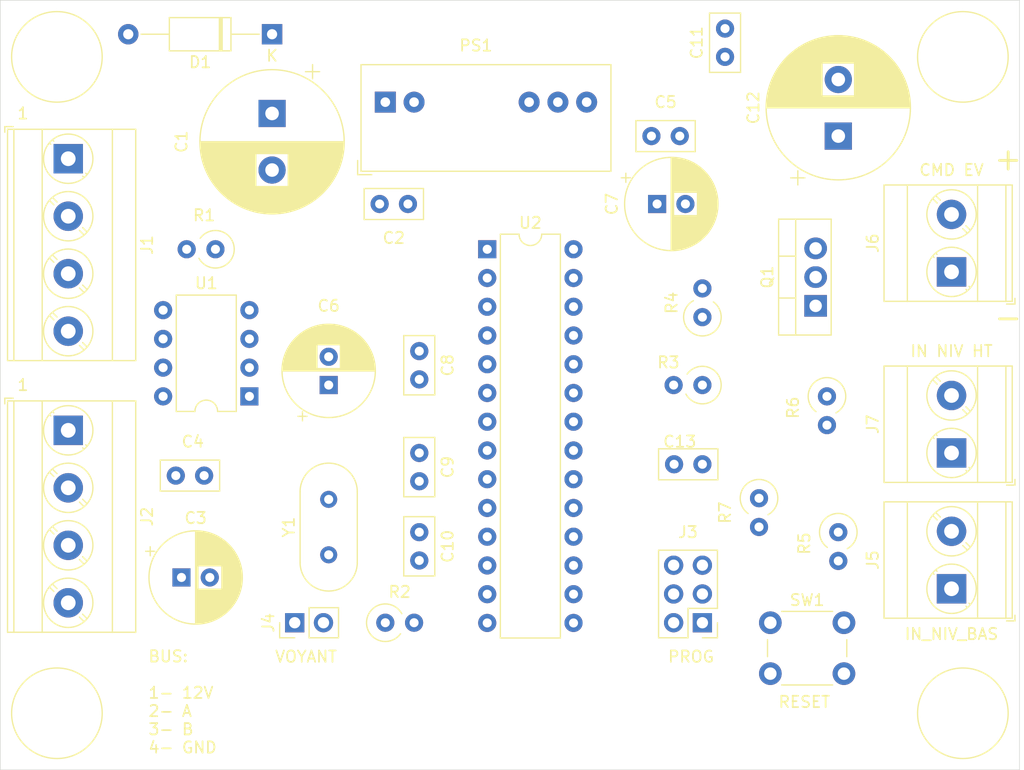
<source format=kicad_pcb>
(kicad_pcb (version 20171130) (host pcbnew "(5.1.9)-1")

  (general
    (thickness 1.6)
    (drawings 15)
    (tracks 0)
    (zones 0)
    (modules 38)
    (nets 36)
  )

  (page A4)
  (layers
    (0 F.Cu signal)
    (31 B.Cu signal)
    (32 B.Adhes user hide)
    (33 F.Adhes user hide)
    (34 B.Paste user hide)
    (35 F.Paste user hide)
    (36 B.SilkS user hide)
    (37 F.SilkS user)
    (38 B.Mask user hide)
    (39 F.Mask user hide)
    (40 Dwgs.User user hide)
    (41 Cmts.User user hide)
    (42 Eco1.User user hide)
    (43 Eco2.User user hide)
    (44 Edge.Cuts user)
    (45 Margin user hide)
    (46 B.CrtYd user hide)
    (47 F.CrtYd user hide)
    (48 B.Fab user hide)
    (49 F.Fab user hide)
  )

  (setup
    (last_trace_width 0.25)
    (trace_clearance 0.2)
    (zone_clearance 0.508)
    (zone_45_only no)
    (trace_min 0.2)
    (via_size 0.8)
    (via_drill 0.4)
    (via_min_size 0.4)
    (via_min_drill 0.3)
    (uvia_size 0.3)
    (uvia_drill 0.1)
    (uvias_allowed no)
    (uvia_min_size 0.2)
    (uvia_min_drill 0.1)
    (edge_width 0.05)
    (segment_width 0.2)
    (pcb_text_width 0.3)
    (pcb_text_size 1.5 1.5)
    (mod_edge_width 0.12)
    (mod_text_size 1 1)
    (mod_text_width 0.15)
    (pad_size 1.524 1.524)
    (pad_drill 0.762)
    (pad_to_mask_clearance 0)
    (aux_axis_origin 0 0)
    (visible_elements 7FFFFFFF)
    (pcbplotparams
      (layerselection 0x010fc_ffffffff)
      (usegerberextensions false)
      (usegerberattributes true)
      (usegerberadvancedattributes true)
      (creategerberjobfile true)
      (excludeedgelayer true)
      (linewidth 0.100000)
      (plotframeref false)
      (viasonmask false)
      (mode 1)
      (useauxorigin false)
      (hpglpennumber 1)
      (hpglpenspeed 20)
      (hpglpendiameter 15.000000)
      (psnegative false)
      (psa4output false)
      (plotreference true)
      (plotvalue true)
      (plotinvisibletext false)
      (padsonsilk false)
      (subtractmaskfromsilk false)
      (outputformat 1)
      (mirror false)
      (drillshape 1)
      (scaleselection 1)
      (outputdirectory ""))
  )

  (net 0 "")
  (net 1 "Net-(C1-Pad2)")
  (net 2 "Net-(C1-Pad1)")
  (net 3 GND)
  (net 4 Vcc)
  (net 5 "Net-(C9-Pad2)")
  (net 6 "Net-(C10-Pad2)")
  (net 7 "Net-(C13-Pad2)")
  (net 8 "Net-(J1-Pad3)")
  (net 9 "Net-(J1-Pad2)")
  (net 10 RESET)
  (net 11 MOSI)
  (net 12 SCK)
  (net 13 MISO)
  (net 14 "Net-(J4-Pad2)")
  (net 15 IN_LVL_LOW)
  (net 16 IN_LVL_HIGH)
  (net 17 "Net-(PS1-Pad8)")
  (net 18 TXEN)
  (net 19 "Net-(R2-Pad2)")
  (net 20 CMD_EV)
  (net 21 TX)
  (net 22 RX)
  (net 23 "Net-(U2-Pad28)")
  (net 24 "Net-(U2-Pad14)")
  (net 25 "Net-(U2-Pad27)")
  (net 26 "Net-(U2-Pad26)")
  (net 27 "Net-(U2-Pad25)")
  (net 28 "Net-(U2-Pad24)")
  (net 29 "Net-(U2-Pad23)")
  (net 30 "Net-(U2-Pad5)")
  (net 31 "Net-(U2-Pad16)")
  (net 32 "Net-(U2-Pad15)")
  (net 33 "Net-(J6-Pad1)")
  (net 34 "Net-(D1-Pad2)")
  (net 35 "Net-(Q1-Pad1)")

  (net_class Default "This is the default net class."
    (clearance 0.2)
    (trace_width 0.25)
    (via_dia 0.8)
    (via_drill 0.4)
    (uvia_dia 0.3)
    (uvia_drill 0.1)
    (add_net CMD_EV)
    (add_net GND)
    (add_net IN_LVL_HIGH)
    (add_net IN_LVL_LOW)
    (add_net MISO)
    (add_net MOSI)
    (add_net "Net-(C1-Pad1)")
    (add_net "Net-(C1-Pad2)")
    (add_net "Net-(C10-Pad2)")
    (add_net "Net-(C13-Pad2)")
    (add_net "Net-(C9-Pad2)")
    (add_net "Net-(D1-Pad2)")
    (add_net "Net-(J1-Pad2)")
    (add_net "Net-(J1-Pad3)")
    (add_net "Net-(J4-Pad2)")
    (add_net "Net-(J6-Pad1)")
    (add_net "Net-(PS1-Pad8)")
    (add_net "Net-(Q1-Pad1)")
    (add_net "Net-(R2-Pad2)")
    (add_net "Net-(U2-Pad14)")
    (add_net "Net-(U2-Pad15)")
    (add_net "Net-(U2-Pad16)")
    (add_net "Net-(U2-Pad23)")
    (add_net "Net-(U2-Pad24)")
    (add_net "Net-(U2-Pad25)")
    (add_net "Net-(U2-Pad26)")
    (add_net "Net-(U2-Pad27)")
    (add_net "Net-(U2-Pad28)")
    (add_net "Net-(U2-Pad5)")
    (add_net RESET)
    (add_net RX)
    (add_net SCK)
    (add_net TX)
    (add_net TXEN)
    (add_net Vcc)
  )

  (module TerminalBlock_Phoenix:TerminalBlock_Phoenix_MKDS-3-4-5.08_1x04_P5.08mm_Horizontal (layer F.Cu) (tedit 5B294F11) (tstamp 63DFDB53)
    (at 86 82 270)
    (descr "Terminal Block Phoenix MKDS-3-4-5.08, 4 pins, pitch 5.08mm, size 20.3x11.2mm^2, drill diamater 1.3mm, pad diameter 2.6mm, see http://www.farnell.com/datasheets/2138224.pdf, script-generated using https://github.com/pointhi/kicad-footprint-generator/scripts/TerminalBlock_Phoenix")
    (tags "THT Terminal Block Phoenix MKDS-3-4-5.08 pitch 5.08mm size 20.3x11.2mm^2 drill 1.3mm pad 2.6mm")
    (path /6383A568)
    (fp_text reference J2 (at 7.62 -6.96 90) (layer F.SilkS)
      (effects (font (size 1 1) (thickness 0.15)))
    )
    (fp_text value "NETWORK OUT" (at 7.62 6.36 90) (layer F.Fab)
      (effects (font (size 1 1) (thickness 0.15)))
    )
    (fp_text user %R (at 7.62 3.1 90) (layer F.Fab)
      (effects (font (size 1 1) (thickness 0.15)))
    )
    (fp_circle (center 0 0) (end 2 0) (layer F.Fab) (width 0.1))
    (fp_circle (center 0 0) (end 2.18 0) (layer F.SilkS) (width 0.12))
    (fp_circle (center 5.08 0) (end 7.08 0) (layer F.Fab) (width 0.1))
    (fp_circle (center 5.08 0) (end 7.26 0) (layer F.SilkS) (width 0.12))
    (fp_circle (center 10.16 0) (end 12.16 0) (layer F.Fab) (width 0.1))
    (fp_circle (center 10.16 0) (end 12.34 0) (layer F.SilkS) (width 0.12))
    (fp_circle (center 15.24 0) (end 17.24 0) (layer F.Fab) (width 0.1))
    (fp_circle (center 15.24 0) (end 17.42 0) (layer F.SilkS) (width 0.12))
    (fp_line (start -2.54 -5.9) (end 17.78 -5.9) (layer F.Fab) (width 0.1))
    (fp_line (start 17.78 -5.9) (end 17.78 5.3) (layer F.Fab) (width 0.1))
    (fp_line (start 17.78 5.3) (end -2.04 5.3) (layer F.Fab) (width 0.1))
    (fp_line (start -2.04 5.3) (end -2.54 4.8) (layer F.Fab) (width 0.1))
    (fp_line (start -2.54 4.8) (end -2.54 -5.9) (layer F.Fab) (width 0.1))
    (fp_line (start -2.54 4.8) (end 17.78 4.8) (layer F.Fab) (width 0.1))
    (fp_line (start -2.6 4.8) (end 17.84 4.8) (layer F.SilkS) (width 0.12))
    (fp_line (start -2.54 2.3) (end 17.78 2.3) (layer F.Fab) (width 0.1))
    (fp_line (start -2.6 2.3) (end 17.84 2.3) (layer F.SilkS) (width 0.12))
    (fp_line (start -2.54 -3.9) (end 17.78 -3.9) (layer F.Fab) (width 0.1))
    (fp_line (start -2.6 -3.9) (end 17.84 -3.9) (layer F.SilkS) (width 0.12))
    (fp_line (start -2.6 -5.96) (end 17.84 -5.96) (layer F.SilkS) (width 0.12))
    (fp_line (start -2.6 5.36) (end 17.84 5.36) (layer F.SilkS) (width 0.12))
    (fp_line (start -2.6 -5.96) (end -2.6 5.36) (layer F.SilkS) (width 0.12))
    (fp_line (start 17.84 -5.96) (end 17.84 5.36) (layer F.SilkS) (width 0.12))
    (fp_line (start 1.517 -1.273) (end -1.273 1.517) (layer F.Fab) (width 0.1))
    (fp_line (start 1.273 -1.517) (end -1.517 1.273) (layer F.Fab) (width 0.1))
    (fp_line (start 1.654 -1.388) (end 1.547 -1.281) (layer F.SilkS) (width 0.12))
    (fp_line (start -1.282 1.547) (end -1.388 1.654) (layer F.SilkS) (width 0.12))
    (fp_line (start 1.388 -1.654) (end 1.281 -1.547) (layer F.SilkS) (width 0.12))
    (fp_line (start -1.548 1.281) (end -1.654 1.388) (layer F.SilkS) (width 0.12))
    (fp_line (start 6.597 -1.273) (end 3.808 1.517) (layer F.Fab) (width 0.1))
    (fp_line (start 6.353 -1.517) (end 3.564 1.273) (layer F.Fab) (width 0.1))
    (fp_line (start 6.734 -1.388) (end 6.339 -0.992) (layer F.SilkS) (width 0.12))
    (fp_line (start 4.073 1.274) (end 3.693 1.654) (layer F.SilkS) (width 0.12))
    (fp_line (start 6.468 -1.654) (end 6.088 -1.274) (layer F.SilkS) (width 0.12))
    (fp_line (start 3.822 0.992) (end 3.427 1.388) (layer F.SilkS) (width 0.12))
    (fp_line (start 11.677 -1.273) (end 8.888 1.517) (layer F.Fab) (width 0.1))
    (fp_line (start 11.433 -1.517) (end 8.644 1.273) (layer F.Fab) (width 0.1))
    (fp_line (start 11.814 -1.388) (end 11.419 -0.992) (layer F.SilkS) (width 0.12))
    (fp_line (start 9.153 1.274) (end 8.773 1.654) (layer F.SilkS) (width 0.12))
    (fp_line (start 11.548 -1.654) (end 11.168 -1.274) (layer F.SilkS) (width 0.12))
    (fp_line (start 8.902 0.992) (end 8.507 1.388) (layer F.SilkS) (width 0.12))
    (fp_line (start 16.757 -1.273) (end 13.968 1.517) (layer F.Fab) (width 0.1))
    (fp_line (start 16.513 -1.517) (end 13.724 1.273) (layer F.Fab) (width 0.1))
    (fp_line (start 16.894 -1.388) (end 16.499 -0.992) (layer F.SilkS) (width 0.12))
    (fp_line (start 14.233 1.274) (end 13.853 1.654) (layer F.SilkS) (width 0.12))
    (fp_line (start 16.628 -1.654) (end 16.248 -1.274) (layer F.SilkS) (width 0.12))
    (fp_line (start 13.982 0.992) (end 13.587 1.388) (layer F.SilkS) (width 0.12))
    (fp_line (start -2.84 4.86) (end -2.84 5.6) (layer F.SilkS) (width 0.12))
    (fp_line (start -2.84 5.6) (end -2.34 5.6) (layer F.SilkS) (width 0.12))
    (fp_line (start -3.04 -6.4) (end -3.04 5.8) (layer F.CrtYd) (width 0.05))
    (fp_line (start -3.04 5.8) (end 18.28 5.8) (layer F.CrtYd) (width 0.05))
    (fp_line (start 18.28 5.8) (end 18.28 -6.4) (layer F.CrtYd) (width 0.05))
    (fp_line (start 18.28 -6.4) (end -3.04 -6.4) (layer F.CrtYd) (width 0.05))
    (pad 4 thru_hole circle (at 15.24 0 270) (size 2.6 2.6) (drill 1.3) (layers *.Cu *.Mask)
      (net 1 "Net-(C1-Pad2)"))
    (pad 3 thru_hole circle (at 10.16 0 270) (size 2.6 2.6) (drill 1.3) (layers *.Cu *.Mask)
      (net 8 "Net-(J1-Pad3)"))
    (pad 2 thru_hole circle (at 5.08 0 270) (size 2.6 2.6) (drill 1.3) (layers *.Cu *.Mask)
      (net 9 "Net-(J1-Pad2)"))
    (pad 1 thru_hole rect (at 0 0 270) (size 2.6 2.6) (drill 1.3) (layers *.Cu *.Mask)
      (net 34 "Net-(D1-Pad2)"))
    (model ${KISYS3DMOD}/TerminalBlock_Phoenix.3dshapes/TerminalBlock_Phoenix_MKDS-3-4-5.08_1x04_P5.08mm_Horizontal.wrl
      (at (xyz 0 0 0))
      (scale (xyz 1 1 1))
      (rotate (xyz 0 0 0))
    )
  )

  (module TerminalBlock_Phoenix:TerminalBlock_Phoenix_MKDS-3-4-5.08_1x04_P5.08mm_Horizontal (layer F.Cu) (tedit 5B294F11) (tstamp 63DF944E)
    (at 86 58 270)
    (descr "Terminal Block Phoenix MKDS-3-4-5.08, 4 pins, pitch 5.08mm, size 20.3x11.2mm^2, drill diamater 1.3mm, pad diameter 2.6mm, see http://www.farnell.com/datasheets/2138224.pdf, script-generated using https://github.com/pointhi/kicad-footprint-generator/scripts/TerminalBlock_Phoenix")
    (tags "THT Terminal Block Phoenix MKDS-3-4-5.08 pitch 5.08mm size 20.3x11.2mm^2 drill 1.3mm pad 2.6mm")
    (path /6382A878)
    (fp_text reference J1 (at 7.62 -6.96 90) (layer F.SilkS)
      (effects (font (size 1 1) (thickness 0.15)))
    )
    (fp_text value "NETWORK IN" (at 7.62 6.36 90) (layer F.Fab)
      (effects (font (size 1 1) (thickness 0.15)))
    )
    (fp_text user %R (at 7.62 3.1 90) (layer F.Fab)
      (effects (font (size 1 1) (thickness 0.15)))
    )
    (fp_circle (center 0 0) (end 2 0) (layer F.Fab) (width 0.1))
    (fp_circle (center 0 0) (end 2.18 0) (layer F.SilkS) (width 0.12))
    (fp_circle (center 5.08 0) (end 7.08 0) (layer F.Fab) (width 0.1))
    (fp_circle (center 5.08 0) (end 7.26 0) (layer F.SilkS) (width 0.12))
    (fp_circle (center 10.16 0) (end 12.16 0) (layer F.Fab) (width 0.1))
    (fp_circle (center 10.16 0) (end 12.34 0) (layer F.SilkS) (width 0.12))
    (fp_circle (center 15.24 0) (end 17.24 0) (layer F.Fab) (width 0.1))
    (fp_circle (center 15.24 0) (end 17.42 0) (layer F.SilkS) (width 0.12))
    (fp_line (start -2.54 -5.9) (end 17.78 -5.9) (layer F.Fab) (width 0.1))
    (fp_line (start 17.78 -5.9) (end 17.78 5.3) (layer F.Fab) (width 0.1))
    (fp_line (start 17.78 5.3) (end -2.04 5.3) (layer F.Fab) (width 0.1))
    (fp_line (start -2.04 5.3) (end -2.54 4.8) (layer F.Fab) (width 0.1))
    (fp_line (start -2.54 4.8) (end -2.54 -5.9) (layer F.Fab) (width 0.1))
    (fp_line (start -2.54 4.8) (end 17.78 4.8) (layer F.Fab) (width 0.1))
    (fp_line (start -2.6 4.8) (end 17.84 4.8) (layer F.SilkS) (width 0.12))
    (fp_line (start -2.54 2.3) (end 17.78 2.3) (layer F.Fab) (width 0.1))
    (fp_line (start -2.6 2.3) (end 17.84 2.3) (layer F.SilkS) (width 0.12))
    (fp_line (start -2.54 -3.9) (end 17.78 -3.9) (layer F.Fab) (width 0.1))
    (fp_line (start -2.6 -3.9) (end 17.84 -3.9) (layer F.SilkS) (width 0.12))
    (fp_line (start -2.6 -5.96) (end 17.84 -5.96) (layer F.SilkS) (width 0.12))
    (fp_line (start -2.6 5.36) (end 17.84 5.36) (layer F.SilkS) (width 0.12))
    (fp_line (start -2.6 -5.96) (end -2.6 5.36) (layer F.SilkS) (width 0.12))
    (fp_line (start 17.84 -5.96) (end 17.84 5.36) (layer F.SilkS) (width 0.12))
    (fp_line (start 1.517 -1.273) (end -1.273 1.517) (layer F.Fab) (width 0.1))
    (fp_line (start 1.273 -1.517) (end -1.517 1.273) (layer F.Fab) (width 0.1))
    (fp_line (start 1.654 -1.388) (end 1.547 -1.281) (layer F.SilkS) (width 0.12))
    (fp_line (start -1.282 1.547) (end -1.388 1.654) (layer F.SilkS) (width 0.12))
    (fp_line (start 1.388 -1.654) (end 1.281 -1.547) (layer F.SilkS) (width 0.12))
    (fp_line (start -1.548 1.281) (end -1.654 1.388) (layer F.SilkS) (width 0.12))
    (fp_line (start 6.597 -1.273) (end 3.808 1.517) (layer F.Fab) (width 0.1))
    (fp_line (start 6.353 -1.517) (end 3.564 1.273) (layer F.Fab) (width 0.1))
    (fp_line (start 6.734 -1.388) (end 6.339 -0.992) (layer F.SilkS) (width 0.12))
    (fp_line (start 4.073 1.274) (end 3.693 1.654) (layer F.SilkS) (width 0.12))
    (fp_line (start 6.468 -1.654) (end 6.088 -1.274) (layer F.SilkS) (width 0.12))
    (fp_line (start 3.822 0.992) (end 3.427 1.388) (layer F.SilkS) (width 0.12))
    (fp_line (start 11.677 -1.273) (end 8.888 1.517) (layer F.Fab) (width 0.1))
    (fp_line (start 11.433 -1.517) (end 8.644 1.273) (layer F.Fab) (width 0.1))
    (fp_line (start 11.814 -1.388) (end 11.419 -0.992) (layer F.SilkS) (width 0.12))
    (fp_line (start 9.153 1.274) (end 8.773 1.654) (layer F.SilkS) (width 0.12))
    (fp_line (start 11.548 -1.654) (end 11.168 -1.274) (layer F.SilkS) (width 0.12))
    (fp_line (start 8.902 0.992) (end 8.507 1.388) (layer F.SilkS) (width 0.12))
    (fp_line (start 16.757 -1.273) (end 13.968 1.517) (layer F.Fab) (width 0.1))
    (fp_line (start 16.513 -1.517) (end 13.724 1.273) (layer F.Fab) (width 0.1))
    (fp_line (start 16.894 -1.388) (end 16.499 -0.992) (layer F.SilkS) (width 0.12))
    (fp_line (start 14.233 1.274) (end 13.853 1.654) (layer F.SilkS) (width 0.12))
    (fp_line (start 16.628 -1.654) (end 16.248 -1.274) (layer F.SilkS) (width 0.12))
    (fp_line (start 13.982 0.992) (end 13.587 1.388) (layer F.SilkS) (width 0.12))
    (fp_line (start -2.84 4.86) (end -2.84 5.6) (layer F.SilkS) (width 0.12))
    (fp_line (start -2.84 5.6) (end -2.34 5.6) (layer F.SilkS) (width 0.12))
    (fp_line (start -3.04 -6.4) (end -3.04 5.8) (layer F.CrtYd) (width 0.05))
    (fp_line (start -3.04 5.8) (end 18.28 5.8) (layer F.CrtYd) (width 0.05))
    (fp_line (start 18.28 5.8) (end 18.28 -6.4) (layer F.CrtYd) (width 0.05))
    (fp_line (start 18.28 -6.4) (end -3.04 -6.4) (layer F.CrtYd) (width 0.05))
    (pad 4 thru_hole circle (at 15.24 0 270) (size 2.6 2.6) (drill 1.3) (layers *.Cu *.Mask)
      (net 1 "Net-(C1-Pad2)"))
    (pad 3 thru_hole circle (at 10.16 0 270) (size 2.6 2.6) (drill 1.3) (layers *.Cu *.Mask)
      (net 8 "Net-(J1-Pad3)"))
    (pad 2 thru_hole circle (at 5.08 0 270) (size 2.6 2.6) (drill 1.3) (layers *.Cu *.Mask)
      (net 9 "Net-(J1-Pad2)"))
    (pad 1 thru_hole rect (at 0 0 270) (size 2.6 2.6) (drill 1.3) (layers *.Cu *.Mask)
      (net 34 "Net-(D1-Pad2)"))
    (model ${KISYS3DMOD}/TerminalBlock_Phoenix.3dshapes/TerminalBlock_Phoenix_MKDS-3-4-5.08_1x04_P5.08mm_Horizontal.wrl
      (at (xyz 0 0 0))
      (scale (xyz 1 1 1))
      (rotate (xyz 0 0 0))
    )
  )

  (module TerminalBlock_Phoenix:TerminalBlock_Phoenix_MKDS-3-2-5.08_1x02_P5.08mm_Horizontal (layer F.Cu) (tedit 5B294F11) (tstamp 63DF9542)
    (at 164 84 90)
    (descr "Terminal Block Phoenix MKDS-3-2-5.08, 2 pins, pitch 5.08mm, size 10.2x11.2mm^2, drill diamater 1.3mm, pad diameter 2.6mm, see http://www.farnell.com/datasheets/2138224.pdf, script-generated using https://github.com/pointhi/kicad-footprint-generator/scripts/TerminalBlock_Phoenix")
    (tags "THT Terminal Block Phoenix MKDS-3-2-5.08 pitch 5.08mm size 10.2x11.2mm^2 drill 1.3mm pad 2.6mm")
    (path /63854B40)
    (fp_text reference J7 (at 2.54 -6.96 90) (layer F.SilkS)
      (effects (font (size 1 1) (thickness 0.15)))
    )
    (fp_text value "Niveau Haut" (at 2.54 6.36 90) (layer F.Fab)
      (effects (font (size 1 1) (thickness 0.15)))
    )
    (fp_text user %R (at 2.54 3.1 90) (layer F.Fab)
      (effects (font (size 1 1) (thickness 0.15)))
    )
    (fp_circle (center 0 0) (end 2 0) (layer F.Fab) (width 0.1))
    (fp_circle (center 0 0) (end 2.18 0) (layer F.SilkS) (width 0.12))
    (fp_circle (center 5.08 0) (end 7.08 0) (layer F.Fab) (width 0.1))
    (fp_circle (center 5.08 0) (end 7.26 0) (layer F.SilkS) (width 0.12))
    (fp_line (start -2.54 -5.9) (end 7.62 -5.9) (layer F.Fab) (width 0.1))
    (fp_line (start 7.62 -5.9) (end 7.62 5.3) (layer F.Fab) (width 0.1))
    (fp_line (start 7.62 5.3) (end -2.04 5.3) (layer F.Fab) (width 0.1))
    (fp_line (start -2.04 5.3) (end -2.54 4.8) (layer F.Fab) (width 0.1))
    (fp_line (start -2.54 4.8) (end -2.54 -5.9) (layer F.Fab) (width 0.1))
    (fp_line (start -2.54 4.8) (end 7.62 4.8) (layer F.Fab) (width 0.1))
    (fp_line (start -2.6 4.8) (end 7.68 4.8) (layer F.SilkS) (width 0.12))
    (fp_line (start -2.54 2.3) (end 7.62 2.3) (layer F.Fab) (width 0.1))
    (fp_line (start -2.6 2.3) (end 7.68 2.3) (layer F.SilkS) (width 0.12))
    (fp_line (start -2.54 -3.9) (end 7.62 -3.9) (layer F.Fab) (width 0.1))
    (fp_line (start -2.6 -3.9) (end 7.68 -3.9) (layer F.SilkS) (width 0.12))
    (fp_line (start -2.6 -5.96) (end 7.68 -5.96) (layer F.SilkS) (width 0.12))
    (fp_line (start -2.6 5.36) (end 7.68 5.36) (layer F.SilkS) (width 0.12))
    (fp_line (start -2.6 -5.96) (end -2.6 5.36) (layer F.SilkS) (width 0.12))
    (fp_line (start 7.68 -5.96) (end 7.68 5.36) (layer F.SilkS) (width 0.12))
    (fp_line (start 1.517 -1.273) (end -1.273 1.517) (layer F.Fab) (width 0.1))
    (fp_line (start 1.273 -1.517) (end -1.517 1.273) (layer F.Fab) (width 0.1))
    (fp_line (start 1.654 -1.388) (end 1.547 -1.281) (layer F.SilkS) (width 0.12))
    (fp_line (start -1.282 1.547) (end -1.388 1.654) (layer F.SilkS) (width 0.12))
    (fp_line (start 1.388 -1.654) (end 1.281 -1.547) (layer F.SilkS) (width 0.12))
    (fp_line (start -1.548 1.281) (end -1.654 1.388) (layer F.SilkS) (width 0.12))
    (fp_line (start 6.597 -1.273) (end 3.808 1.517) (layer F.Fab) (width 0.1))
    (fp_line (start 6.353 -1.517) (end 3.564 1.273) (layer F.Fab) (width 0.1))
    (fp_line (start 6.734 -1.388) (end 6.339 -0.992) (layer F.SilkS) (width 0.12))
    (fp_line (start 4.073 1.274) (end 3.693 1.654) (layer F.SilkS) (width 0.12))
    (fp_line (start 6.468 -1.654) (end 6.088 -1.274) (layer F.SilkS) (width 0.12))
    (fp_line (start 3.822 0.992) (end 3.427 1.388) (layer F.SilkS) (width 0.12))
    (fp_line (start -2.84 4.86) (end -2.84 5.6) (layer F.SilkS) (width 0.12))
    (fp_line (start -2.84 5.6) (end -2.34 5.6) (layer F.SilkS) (width 0.12))
    (fp_line (start -3.04 -6.4) (end -3.04 5.8) (layer F.CrtYd) (width 0.05))
    (fp_line (start -3.04 5.8) (end 8.13 5.8) (layer F.CrtYd) (width 0.05))
    (fp_line (start 8.13 5.8) (end 8.13 -6.4) (layer F.CrtYd) (width 0.05))
    (fp_line (start 8.13 -6.4) (end -3.04 -6.4) (layer F.CrtYd) (width 0.05))
    (pad 2 thru_hole circle (at 5.08 0 90) (size 2.6 2.6) (drill 1.3) (layers *.Cu *.Mask)
      (net 16 IN_LVL_HIGH))
    (pad 1 thru_hole rect (at 0 0 90) (size 2.6 2.6) (drill 1.3) (layers *.Cu *.Mask)
      (net 3 GND))
    (model ${KISYS3DMOD}/TerminalBlock_Phoenix.3dshapes/TerminalBlock_Phoenix_MKDS-3-2-5.08_1x02_P5.08mm_Horizontal.wrl
      (at (xyz 0 0 0))
      (scale (xyz 1 1 1))
      (rotate (xyz 0 0 0))
    )
  )

  (module TerminalBlock_Phoenix:TerminalBlock_Phoenix_MKDS-3-2-5.08_1x02_P5.08mm_Horizontal (layer F.Cu) (tedit 5B294F11) (tstamp 63DF9516)
    (at 164 68 90)
    (descr "Terminal Block Phoenix MKDS-3-2-5.08, 2 pins, pitch 5.08mm, size 10.2x11.2mm^2, drill diamater 1.3mm, pad diameter 2.6mm, see http://www.farnell.com/datasheets/2138224.pdf, script-generated using https://github.com/pointhi/kicad-footprint-generator/scripts/TerminalBlock_Phoenix")
    (tags "THT Terminal Block Phoenix MKDS-3-2-5.08 pitch 5.08mm size 10.2x11.2mm^2 drill 1.3mm pad 2.6mm")
    (path /63853958)
    (fp_text reference J6 (at 2.54 -6.96 90) (layer F.SilkS)
      (effects (font (size 1 1) (thickness 0.15)))
    )
    (fp_text value "Electrovanne 12V" (at 2.54 6.36 90) (layer F.Fab)
      (effects (font (size 1 1) (thickness 0.15)))
    )
    (fp_text user %R (at 2.54 3.1 90) (layer F.Fab)
      (effects (font (size 1 1) (thickness 0.15)))
    )
    (fp_circle (center 0 0) (end 2 0) (layer F.Fab) (width 0.1))
    (fp_circle (center 0 0) (end 2.18 0) (layer F.SilkS) (width 0.12))
    (fp_circle (center 5.08 0) (end 7.08 0) (layer F.Fab) (width 0.1))
    (fp_circle (center 5.08 0) (end 7.26 0) (layer F.SilkS) (width 0.12))
    (fp_line (start -2.54 -5.9) (end 7.62 -5.9) (layer F.Fab) (width 0.1))
    (fp_line (start 7.62 -5.9) (end 7.62 5.3) (layer F.Fab) (width 0.1))
    (fp_line (start 7.62 5.3) (end -2.04 5.3) (layer F.Fab) (width 0.1))
    (fp_line (start -2.04 5.3) (end -2.54 4.8) (layer F.Fab) (width 0.1))
    (fp_line (start -2.54 4.8) (end -2.54 -5.9) (layer F.Fab) (width 0.1))
    (fp_line (start -2.54 4.8) (end 7.62 4.8) (layer F.Fab) (width 0.1))
    (fp_line (start -2.6 4.8) (end 7.68 4.8) (layer F.SilkS) (width 0.12))
    (fp_line (start -2.54 2.3) (end 7.62 2.3) (layer F.Fab) (width 0.1))
    (fp_line (start -2.6 2.3) (end 7.68 2.3) (layer F.SilkS) (width 0.12))
    (fp_line (start -2.54 -3.9) (end 7.62 -3.9) (layer F.Fab) (width 0.1))
    (fp_line (start -2.6 -3.9) (end 7.68 -3.9) (layer F.SilkS) (width 0.12))
    (fp_line (start -2.6 -5.96) (end 7.68 -5.96) (layer F.SilkS) (width 0.12))
    (fp_line (start -2.6 5.36) (end 7.68 5.36) (layer F.SilkS) (width 0.12))
    (fp_line (start -2.6 -5.96) (end -2.6 5.36) (layer F.SilkS) (width 0.12))
    (fp_line (start 7.68 -5.96) (end 7.68 5.36) (layer F.SilkS) (width 0.12))
    (fp_line (start 1.517 -1.273) (end -1.273 1.517) (layer F.Fab) (width 0.1))
    (fp_line (start 1.273 -1.517) (end -1.517 1.273) (layer F.Fab) (width 0.1))
    (fp_line (start 1.654 -1.388) (end 1.547 -1.281) (layer F.SilkS) (width 0.12))
    (fp_line (start -1.282 1.547) (end -1.388 1.654) (layer F.SilkS) (width 0.12))
    (fp_line (start 1.388 -1.654) (end 1.281 -1.547) (layer F.SilkS) (width 0.12))
    (fp_line (start -1.548 1.281) (end -1.654 1.388) (layer F.SilkS) (width 0.12))
    (fp_line (start 6.597 -1.273) (end 3.808 1.517) (layer F.Fab) (width 0.1))
    (fp_line (start 6.353 -1.517) (end 3.564 1.273) (layer F.Fab) (width 0.1))
    (fp_line (start 6.734 -1.388) (end 6.339 -0.992) (layer F.SilkS) (width 0.12))
    (fp_line (start 4.073 1.274) (end 3.693 1.654) (layer F.SilkS) (width 0.12))
    (fp_line (start 6.468 -1.654) (end 6.088 -1.274) (layer F.SilkS) (width 0.12))
    (fp_line (start 3.822 0.992) (end 3.427 1.388) (layer F.SilkS) (width 0.12))
    (fp_line (start -2.84 4.86) (end -2.84 5.6) (layer F.SilkS) (width 0.12))
    (fp_line (start -2.84 5.6) (end -2.34 5.6) (layer F.SilkS) (width 0.12))
    (fp_line (start -3.04 -6.4) (end -3.04 5.8) (layer F.CrtYd) (width 0.05))
    (fp_line (start -3.04 5.8) (end 8.13 5.8) (layer F.CrtYd) (width 0.05))
    (fp_line (start 8.13 5.8) (end 8.13 -6.4) (layer F.CrtYd) (width 0.05))
    (fp_line (start 8.13 -6.4) (end -3.04 -6.4) (layer F.CrtYd) (width 0.05))
    (pad 2 thru_hole circle (at 5.08 0 90) (size 2.6 2.6) (drill 1.3) (layers *.Cu *.Mask)
      (net 2 "Net-(C1-Pad1)"))
    (pad 1 thru_hole rect (at 0 0 90) (size 2.6 2.6) (drill 1.3) (layers *.Cu *.Mask)
      (net 33 "Net-(J6-Pad1)"))
    (model ${KISYS3DMOD}/TerminalBlock_Phoenix.3dshapes/TerminalBlock_Phoenix_MKDS-3-2-5.08_1x02_P5.08mm_Horizontal.wrl
      (at (xyz 0 0 0))
      (scale (xyz 1 1 1))
      (rotate (xyz 0 0 0))
    )
  )

  (module TerminalBlock_Phoenix:TerminalBlock_Phoenix_MKDS-3-2-5.08_1x02_P5.08mm_Horizontal (layer F.Cu) (tedit 5B294F11) (tstamp 63DF94EA)
    (at 164 96 90)
    (descr "Terminal Block Phoenix MKDS-3-2-5.08, 2 pins, pitch 5.08mm, size 10.2x11.2mm^2, drill diamater 1.3mm, pad diameter 2.6mm, see http://www.farnell.com/datasheets/2138224.pdf, script-generated using https://github.com/pointhi/kicad-footprint-generator/scripts/TerminalBlock_Phoenix")
    (tags "THT Terminal Block Phoenix MKDS-3-2-5.08 pitch 5.08mm size 10.2x11.2mm^2 drill 1.3mm pad 2.6mm")
    (path /638553D9)
    (fp_text reference J5 (at 2.54 -6.96 90) (layer F.SilkS)
      (effects (font (size 1 1) (thickness 0.15)))
    )
    (fp_text value "Niveau bas" (at 2.54 6.36 90) (layer F.Fab)
      (effects (font (size 1 1) (thickness 0.15)))
    )
    (fp_text user %R (at 2.54 3.1 90) (layer F.Fab)
      (effects (font (size 1 1) (thickness 0.15)))
    )
    (fp_circle (center 0 0) (end 2 0) (layer F.Fab) (width 0.1))
    (fp_circle (center 0 0) (end 2.18 0) (layer F.SilkS) (width 0.12))
    (fp_circle (center 5.08 0) (end 7.08 0) (layer F.Fab) (width 0.1))
    (fp_circle (center 5.08 0) (end 7.26 0) (layer F.SilkS) (width 0.12))
    (fp_line (start -2.54 -5.9) (end 7.62 -5.9) (layer F.Fab) (width 0.1))
    (fp_line (start 7.62 -5.9) (end 7.62 5.3) (layer F.Fab) (width 0.1))
    (fp_line (start 7.62 5.3) (end -2.04 5.3) (layer F.Fab) (width 0.1))
    (fp_line (start -2.04 5.3) (end -2.54 4.8) (layer F.Fab) (width 0.1))
    (fp_line (start -2.54 4.8) (end -2.54 -5.9) (layer F.Fab) (width 0.1))
    (fp_line (start -2.54 4.8) (end 7.62 4.8) (layer F.Fab) (width 0.1))
    (fp_line (start -2.6 4.8) (end 7.68 4.8) (layer F.SilkS) (width 0.12))
    (fp_line (start -2.54 2.3) (end 7.62 2.3) (layer F.Fab) (width 0.1))
    (fp_line (start -2.6 2.3) (end 7.68 2.3) (layer F.SilkS) (width 0.12))
    (fp_line (start -2.54 -3.9) (end 7.62 -3.9) (layer F.Fab) (width 0.1))
    (fp_line (start -2.6 -3.9) (end 7.68 -3.9) (layer F.SilkS) (width 0.12))
    (fp_line (start -2.6 -5.96) (end 7.68 -5.96) (layer F.SilkS) (width 0.12))
    (fp_line (start -2.6 5.36) (end 7.68 5.36) (layer F.SilkS) (width 0.12))
    (fp_line (start -2.6 -5.96) (end -2.6 5.36) (layer F.SilkS) (width 0.12))
    (fp_line (start 7.68 -5.96) (end 7.68 5.36) (layer F.SilkS) (width 0.12))
    (fp_line (start 1.517 -1.273) (end -1.273 1.517) (layer F.Fab) (width 0.1))
    (fp_line (start 1.273 -1.517) (end -1.517 1.273) (layer F.Fab) (width 0.1))
    (fp_line (start 1.654 -1.388) (end 1.547 -1.281) (layer F.SilkS) (width 0.12))
    (fp_line (start -1.282 1.547) (end -1.388 1.654) (layer F.SilkS) (width 0.12))
    (fp_line (start 1.388 -1.654) (end 1.281 -1.547) (layer F.SilkS) (width 0.12))
    (fp_line (start -1.548 1.281) (end -1.654 1.388) (layer F.SilkS) (width 0.12))
    (fp_line (start 6.597 -1.273) (end 3.808 1.517) (layer F.Fab) (width 0.1))
    (fp_line (start 6.353 -1.517) (end 3.564 1.273) (layer F.Fab) (width 0.1))
    (fp_line (start 6.734 -1.388) (end 6.339 -0.992) (layer F.SilkS) (width 0.12))
    (fp_line (start 4.073 1.274) (end 3.693 1.654) (layer F.SilkS) (width 0.12))
    (fp_line (start 6.468 -1.654) (end 6.088 -1.274) (layer F.SilkS) (width 0.12))
    (fp_line (start 3.822 0.992) (end 3.427 1.388) (layer F.SilkS) (width 0.12))
    (fp_line (start -2.84 4.86) (end -2.84 5.6) (layer F.SilkS) (width 0.12))
    (fp_line (start -2.84 5.6) (end -2.34 5.6) (layer F.SilkS) (width 0.12))
    (fp_line (start -3.04 -6.4) (end -3.04 5.8) (layer F.CrtYd) (width 0.05))
    (fp_line (start -3.04 5.8) (end 8.13 5.8) (layer F.CrtYd) (width 0.05))
    (fp_line (start 8.13 5.8) (end 8.13 -6.4) (layer F.CrtYd) (width 0.05))
    (fp_line (start 8.13 -6.4) (end -3.04 -6.4) (layer F.CrtYd) (width 0.05))
    (pad 2 thru_hole circle (at 5.08 0 90) (size 2.6 2.6) (drill 1.3) (layers *.Cu *.Mask)
      (net 15 IN_LVL_LOW))
    (pad 1 thru_hole rect (at 0 0 90) (size 2.6 2.6) (drill 1.3) (layers *.Cu *.Mask)
      (net 3 GND))
    (model ${KISYS3DMOD}/TerminalBlock_Phoenix.3dshapes/TerminalBlock_Phoenix_MKDS-3-2-5.08_1x02_P5.08mm_Horizontal.wrl
      (at (xyz 0 0 0))
      (scale (xyz 1 1 1))
      (rotate (xyz 0 0 0))
    )
  )

  (module Package_TO_SOT_THT:TO-220-3_Vertical (layer F.Cu) (tedit 5AC8BA0D) (tstamp 63E05035)
    (at 152 71 90)
    (descr "TO-220-3, Vertical, RM 2.54mm, see https://www.vishay.com/docs/66542/to-220-1.pdf")
    (tags "TO-220-3 Vertical RM 2.54mm")
    (path /63EAF4AF)
    (fp_text reference Q1 (at 2.54 -4.27 90) (layer F.SilkS)
      (effects (font (size 1 1) (thickness 0.15)))
    )
    (fp_text value TIP41C (at 2.54 2.5 90) (layer F.Fab)
      (effects (font (size 1 1) (thickness 0.15)))
    )
    (fp_line (start 7.79 -3.4) (end -2.71 -3.4) (layer F.CrtYd) (width 0.05))
    (fp_line (start 7.79 1.51) (end 7.79 -3.4) (layer F.CrtYd) (width 0.05))
    (fp_line (start -2.71 1.51) (end 7.79 1.51) (layer F.CrtYd) (width 0.05))
    (fp_line (start -2.71 -3.4) (end -2.71 1.51) (layer F.CrtYd) (width 0.05))
    (fp_line (start 4.391 -3.27) (end 4.391 -1.76) (layer F.SilkS) (width 0.12))
    (fp_line (start 0.69 -3.27) (end 0.69 -1.76) (layer F.SilkS) (width 0.12))
    (fp_line (start -2.58 -1.76) (end 7.66 -1.76) (layer F.SilkS) (width 0.12))
    (fp_line (start 7.66 -3.27) (end 7.66 1.371) (layer F.SilkS) (width 0.12))
    (fp_line (start -2.58 -3.27) (end -2.58 1.371) (layer F.SilkS) (width 0.12))
    (fp_line (start -2.58 1.371) (end 7.66 1.371) (layer F.SilkS) (width 0.12))
    (fp_line (start -2.58 -3.27) (end 7.66 -3.27) (layer F.SilkS) (width 0.12))
    (fp_line (start 4.39 -3.15) (end 4.39 -1.88) (layer F.Fab) (width 0.1))
    (fp_line (start 0.69 -3.15) (end 0.69 -1.88) (layer F.Fab) (width 0.1))
    (fp_line (start -2.46 -1.88) (end 7.54 -1.88) (layer F.Fab) (width 0.1))
    (fp_line (start 7.54 -3.15) (end -2.46 -3.15) (layer F.Fab) (width 0.1))
    (fp_line (start 7.54 1.25) (end 7.54 -3.15) (layer F.Fab) (width 0.1))
    (fp_line (start -2.46 1.25) (end 7.54 1.25) (layer F.Fab) (width 0.1))
    (fp_line (start -2.46 -3.15) (end -2.46 1.25) (layer F.Fab) (width 0.1))
    (fp_text user %R (at 2.54 -4.27 90) (layer F.Fab)
      (effects (font (size 1 1) (thickness 0.15)))
    )
    (pad 3 thru_hole oval (at 5.08 0 90) (size 1.905 2) (drill 1.1) (layers *.Cu *.Mask)
      (net 3 GND))
    (pad 2 thru_hole oval (at 2.54 0 90) (size 1.905 2) (drill 1.1) (layers *.Cu *.Mask)
      (net 33 "Net-(J6-Pad1)"))
    (pad 1 thru_hole rect (at 0 0 90) (size 1.905 2) (drill 1.1) (layers *.Cu *.Mask)
      (net 35 "Net-(Q1-Pad1)"))
    (model ${KISYS3DMOD}/Package_TO_SOT_THT.3dshapes/TO-220-3_Vertical.wrl
      (at (xyz 0 0 0))
      (scale (xyz 1 1 1))
      (rotate (xyz 0 0 0))
    )
  )

  (module Diode_THT:D_A-405_P12.70mm_Horizontal (layer F.Cu) (tedit 5AE50CD5) (tstamp 63E02C39)
    (at 104 47 180)
    (descr "Diode, A-405 series, Axial, Horizontal, pin pitch=12.7mm, , length*diameter=5.2*2.7mm^2, , http://www.diodes.com/_files/packages/A-405.pdf")
    (tags "Diode A-405 series Axial Horizontal pin pitch 12.7mm  length 5.2mm diameter 2.7mm")
    (path /63E8068B)
    (fp_text reference D1 (at 6.35 -2.47) (layer F.SilkS)
      (effects (font (size 1 1) (thickness 0.15)))
    )
    (fp_text value D (at 6.35 2.47) (layer F.Fab)
      (effects (font (size 1 1) (thickness 0.15)))
    )
    (fp_line (start 13.85 -1.6) (end -1.15 -1.6) (layer F.CrtYd) (width 0.05))
    (fp_line (start 13.85 1.6) (end 13.85 -1.6) (layer F.CrtYd) (width 0.05))
    (fp_line (start -1.15 1.6) (end 13.85 1.6) (layer F.CrtYd) (width 0.05))
    (fp_line (start -1.15 -1.6) (end -1.15 1.6) (layer F.CrtYd) (width 0.05))
    (fp_line (start 4.41 -1.47) (end 4.41 1.47) (layer F.SilkS) (width 0.12))
    (fp_line (start 4.65 -1.47) (end 4.65 1.47) (layer F.SilkS) (width 0.12))
    (fp_line (start 4.53 -1.47) (end 4.53 1.47) (layer F.SilkS) (width 0.12))
    (fp_line (start 11.56 0) (end 9.07 0) (layer F.SilkS) (width 0.12))
    (fp_line (start 1.14 0) (end 3.63 0) (layer F.SilkS) (width 0.12))
    (fp_line (start 9.07 -1.47) (end 3.63 -1.47) (layer F.SilkS) (width 0.12))
    (fp_line (start 9.07 1.47) (end 9.07 -1.47) (layer F.SilkS) (width 0.12))
    (fp_line (start 3.63 1.47) (end 9.07 1.47) (layer F.SilkS) (width 0.12))
    (fp_line (start 3.63 -1.47) (end 3.63 1.47) (layer F.SilkS) (width 0.12))
    (fp_line (start 4.43 -1.35) (end 4.43 1.35) (layer F.Fab) (width 0.1))
    (fp_line (start 4.63 -1.35) (end 4.63 1.35) (layer F.Fab) (width 0.1))
    (fp_line (start 4.53 -1.35) (end 4.53 1.35) (layer F.Fab) (width 0.1))
    (fp_line (start 12.7 0) (end 8.95 0) (layer F.Fab) (width 0.1))
    (fp_line (start 0 0) (end 3.75 0) (layer F.Fab) (width 0.1))
    (fp_line (start 8.95 -1.35) (end 3.75 -1.35) (layer F.Fab) (width 0.1))
    (fp_line (start 8.95 1.35) (end 8.95 -1.35) (layer F.Fab) (width 0.1))
    (fp_line (start 3.75 1.35) (end 8.95 1.35) (layer F.Fab) (width 0.1))
    (fp_line (start 3.75 -1.35) (end 3.75 1.35) (layer F.Fab) (width 0.1))
    (fp_text user K (at 0 -1.9) (layer F.SilkS)
      (effects (font (size 1 1) (thickness 0.15)))
    )
    (fp_text user K (at 0 -1.9) (layer F.Fab)
      (effects (font (size 1 1) (thickness 0.15)))
    )
    (fp_text user %R (at 6.74 0) (layer F.Fab)
      (effects (font (size 1 1) (thickness 0.15)))
    )
    (pad 2 thru_hole oval (at 12.7 0 180) (size 1.8 1.8) (drill 0.9) (layers *.Cu *.Mask)
      (net 34 "Net-(D1-Pad2)"))
    (pad 1 thru_hole rect (at 0 0 180) (size 1.8 1.8) (drill 0.9) (layers *.Cu *.Mask)
      (net 2 "Net-(C1-Pad1)"))
    (model ${KISYS3DMOD}/Diode_THT.3dshapes/D_A-405_P12.70mm_Horizontal.wrl
      (at (xyz 0 0 0))
      (scale (xyz 1 1 1))
      (rotate (xyz 0 0 0))
    )
  )

  (module Capacitor_THT:CP_Radial_D12.5mm_P5.00mm (layer F.Cu) (tedit 5AE50EF1) (tstamp 63DF93FD)
    (at 154 56 90)
    (descr "CP, Radial series, Radial, pin pitch=5.00mm, , diameter=12.5mm, Electrolytic Capacitor")
    (tags "CP Radial series Radial pin pitch 5.00mm  diameter 12.5mm Electrolytic Capacitor")
    (path /6385AE49)
    (fp_text reference C12 (at 2.5 -7.5 90) (layer F.SilkS)
      (effects (font (size 1 1) (thickness 0.15)))
    )
    (fp_text value 20µF (at 2.5 7.5 90) (layer F.Fab)
      (effects (font (size 1 1) (thickness 0.15)))
    )
    (fp_line (start -3.692082 -4.2) (end -3.692082 -2.95) (layer F.SilkS) (width 0.12))
    (fp_line (start -4.317082 -3.575) (end -3.067082 -3.575) (layer F.SilkS) (width 0.12))
    (fp_line (start 8.861 -0.317) (end 8.861 0.317) (layer F.SilkS) (width 0.12))
    (fp_line (start 8.821 -0.757) (end 8.821 0.757) (layer F.SilkS) (width 0.12))
    (fp_line (start 8.781 -1.028) (end 8.781 1.028) (layer F.SilkS) (width 0.12))
    (fp_line (start 8.741 -1.241) (end 8.741 1.241) (layer F.SilkS) (width 0.12))
    (fp_line (start 8.701 -1.422) (end 8.701 1.422) (layer F.SilkS) (width 0.12))
    (fp_line (start 8.661 -1.583) (end 8.661 1.583) (layer F.SilkS) (width 0.12))
    (fp_line (start 8.621 -1.728) (end 8.621 1.728) (layer F.SilkS) (width 0.12))
    (fp_line (start 8.581 -1.861) (end 8.581 1.861) (layer F.SilkS) (width 0.12))
    (fp_line (start 8.541 -1.984) (end 8.541 1.984) (layer F.SilkS) (width 0.12))
    (fp_line (start 8.501 -2.1) (end 8.501 2.1) (layer F.SilkS) (width 0.12))
    (fp_line (start 8.461 -2.209) (end 8.461 2.209) (layer F.SilkS) (width 0.12))
    (fp_line (start 8.421 -2.312) (end 8.421 2.312) (layer F.SilkS) (width 0.12))
    (fp_line (start 8.381 -2.41) (end 8.381 2.41) (layer F.SilkS) (width 0.12))
    (fp_line (start 8.341 -2.504) (end 8.341 2.504) (layer F.SilkS) (width 0.12))
    (fp_line (start 8.301 -2.594) (end 8.301 2.594) (layer F.SilkS) (width 0.12))
    (fp_line (start 8.261 -2.681) (end 8.261 2.681) (layer F.SilkS) (width 0.12))
    (fp_line (start 8.221 -2.764) (end 8.221 2.764) (layer F.SilkS) (width 0.12))
    (fp_line (start 8.181 -2.844) (end 8.181 2.844) (layer F.SilkS) (width 0.12))
    (fp_line (start 8.141 -2.921) (end 8.141 2.921) (layer F.SilkS) (width 0.12))
    (fp_line (start 8.101 -2.996) (end 8.101 2.996) (layer F.SilkS) (width 0.12))
    (fp_line (start 8.061 -3.069) (end 8.061 3.069) (layer F.SilkS) (width 0.12))
    (fp_line (start 8.021 -3.14) (end 8.021 3.14) (layer F.SilkS) (width 0.12))
    (fp_line (start 7.981 -3.208) (end 7.981 3.208) (layer F.SilkS) (width 0.12))
    (fp_line (start 7.941 -3.275) (end 7.941 3.275) (layer F.SilkS) (width 0.12))
    (fp_line (start 7.901 -3.339) (end 7.901 3.339) (layer F.SilkS) (width 0.12))
    (fp_line (start 7.861 -3.402) (end 7.861 3.402) (layer F.SilkS) (width 0.12))
    (fp_line (start 7.821 -3.464) (end 7.821 3.464) (layer F.SilkS) (width 0.12))
    (fp_line (start 7.781 -3.524) (end 7.781 3.524) (layer F.SilkS) (width 0.12))
    (fp_line (start 7.741 -3.583) (end 7.741 3.583) (layer F.SilkS) (width 0.12))
    (fp_line (start 7.701 -3.64) (end 7.701 3.64) (layer F.SilkS) (width 0.12))
    (fp_line (start 7.661 -3.696) (end 7.661 3.696) (layer F.SilkS) (width 0.12))
    (fp_line (start 7.621 -3.75) (end 7.621 3.75) (layer F.SilkS) (width 0.12))
    (fp_line (start 7.581 -3.804) (end 7.581 3.804) (layer F.SilkS) (width 0.12))
    (fp_line (start 7.541 -3.856) (end 7.541 3.856) (layer F.SilkS) (width 0.12))
    (fp_line (start 7.501 -3.907) (end 7.501 3.907) (layer F.SilkS) (width 0.12))
    (fp_line (start 7.461 -3.957) (end 7.461 3.957) (layer F.SilkS) (width 0.12))
    (fp_line (start 7.421 -4.007) (end 7.421 4.007) (layer F.SilkS) (width 0.12))
    (fp_line (start 7.381 -4.055) (end 7.381 4.055) (layer F.SilkS) (width 0.12))
    (fp_line (start 7.341 -4.102) (end 7.341 4.102) (layer F.SilkS) (width 0.12))
    (fp_line (start 7.301 -4.148) (end 7.301 4.148) (layer F.SilkS) (width 0.12))
    (fp_line (start 7.261 -4.194) (end 7.261 4.194) (layer F.SilkS) (width 0.12))
    (fp_line (start 7.221 -4.238) (end 7.221 4.238) (layer F.SilkS) (width 0.12))
    (fp_line (start 7.181 -4.282) (end 7.181 4.282) (layer F.SilkS) (width 0.12))
    (fp_line (start 7.141 -4.325) (end 7.141 4.325) (layer F.SilkS) (width 0.12))
    (fp_line (start 7.101 -4.367) (end 7.101 4.367) (layer F.SilkS) (width 0.12))
    (fp_line (start 7.061 -4.408) (end 7.061 4.408) (layer F.SilkS) (width 0.12))
    (fp_line (start 7.021 -4.449) (end 7.021 4.449) (layer F.SilkS) (width 0.12))
    (fp_line (start 6.981 -4.489) (end 6.981 4.489) (layer F.SilkS) (width 0.12))
    (fp_line (start 6.941 -4.528) (end 6.941 4.528) (layer F.SilkS) (width 0.12))
    (fp_line (start 6.901 -4.567) (end 6.901 4.567) (layer F.SilkS) (width 0.12))
    (fp_line (start 6.861 -4.605) (end 6.861 4.605) (layer F.SilkS) (width 0.12))
    (fp_line (start 6.821 -4.642) (end 6.821 4.642) (layer F.SilkS) (width 0.12))
    (fp_line (start 6.781 -4.678) (end 6.781 4.678) (layer F.SilkS) (width 0.12))
    (fp_line (start 6.741 -4.714) (end 6.741 4.714) (layer F.SilkS) (width 0.12))
    (fp_line (start 6.701 -4.75) (end 6.701 4.75) (layer F.SilkS) (width 0.12))
    (fp_line (start 6.661 -4.785) (end 6.661 4.785) (layer F.SilkS) (width 0.12))
    (fp_line (start 6.621 -4.819) (end 6.621 4.819) (layer F.SilkS) (width 0.12))
    (fp_line (start 6.581 -4.852) (end 6.581 4.852) (layer F.SilkS) (width 0.12))
    (fp_line (start 6.541 -4.885) (end 6.541 4.885) (layer F.SilkS) (width 0.12))
    (fp_line (start 6.501 -4.918) (end 6.501 4.918) (layer F.SilkS) (width 0.12))
    (fp_line (start 6.461 -4.95) (end 6.461 4.95) (layer F.SilkS) (width 0.12))
    (fp_line (start 6.421 1.44) (end 6.421 4.982) (layer F.SilkS) (width 0.12))
    (fp_line (start 6.421 -4.982) (end 6.421 -1.44) (layer F.SilkS) (width 0.12))
    (fp_line (start 6.381 1.44) (end 6.381 5.012) (layer F.SilkS) (width 0.12))
    (fp_line (start 6.381 -5.012) (end 6.381 -1.44) (layer F.SilkS) (width 0.12))
    (fp_line (start 6.341 1.44) (end 6.341 5.043) (layer F.SilkS) (width 0.12))
    (fp_line (start 6.341 -5.043) (end 6.341 -1.44) (layer F.SilkS) (width 0.12))
    (fp_line (start 6.301 1.44) (end 6.301 5.073) (layer F.SilkS) (width 0.12))
    (fp_line (start 6.301 -5.073) (end 6.301 -1.44) (layer F.SilkS) (width 0.12))
    (fp_line (start 6.261 1.44) (end 6.261 5.102) (layer F.SilkS) (width 0.12))
    (fp_line (start 6.261 -5.102) (end 6.261 -1.44) (layer F.SilkS) (width 0.12))
    (fp_line (start 6.221 1.44) (end 6.221 5.131) (layer F.SilkS) (width 0.12))
    (fp_line (start 6.221 -5.131) (end 6.221 -1.44) (layer F.SilkS) (width 0.12))
    (fp_line (start 6.181 1.44) (end 6.181 5.16) (layer F.SilkS) (width 0.12))
    (fp_line (start 6.181 -5.16) (end 6.181 -1.44) (layer F.SilkS) (width 0.12))
    (fp_line (start 6.141 1.44) (end 6.141 5.188) (layer F.SilkS) (width 0.12))
    (fp_line (start 6.141 -5.188) (end 6.141 -1.44) (layer F.SilkS) (width 0.12))
    (fp_line (start 6.101 1.44) (end 6.101 5.216) (layer F.SilkS) (width 0.12))
    (fp_line (start 6.101 -5.216) (end 6.101 -1.44) (layer F.SilkS) (width 0.12))
    (fp_line (start 6.061 1.44) (end 6.061 5.243) (layer F.SilkS) (width 0.12))
    (fp_line (start 6.061 -5.243) (end 6.061 -1.44) (layer F.SilkS) (width 0.12))
    (fp_line (start 6.021 1.44) (end 6.021 5.27) (layer F.SilkS) (width 0.12))
    (fp_line (start 6.021 -5.27) (end 6.021 -1.44) (layer F.SilkS) (width 0.12))
    (fp_line (start 5.981 1.44) (end 5.981 5.296) (layer F.SilkS) (width 0.12))
    (fp_line (start 5.981 -5.296) (end 5.981 -1.44) (layer F.SilkS) (width 0.12))
    (fp_line (start 5.941 1.44) (end 5.941 5.322) (layer F.SilkS) (width 0.12))
    (fp_line (start 5.941 -5.322) (end 5.941 -1.44) (layer F.SilkS) (width 0.12))
    (fp_line (start 5.901 1.44) (end 5.901 5.347) (layer F.SilkS) (width 0.12))
    (fp_line (start 5.901 -5.347) (end 5.901 -1.44) (layer F.SilkS) (width 0.12))
    (fp_line (start 5.861 1.44) (end 5.861 5.372) (layer F.SilkS) (width 0.12))
    (fp_line (start 5.861 -5.372) (end 5.861 -1.44) (layer F.SilkS) (width 0.12))
    (fp_line (start 5.821 1.44) (end 5.821 5.397) (layer F.SilkS) (width 0.12))
    (fp_line (start 5.821 -5.397) (end 5.821 -1.44) (layer F.SilkS) (width 0.12))
    (fp_line (start 5.781 1.44) (end 5.781 5.421) (layer F.SilkS) (width 0.12))
    (fp_line (start 5.781 -5.421) (end 5.781 -1.44) (layer F.SilkS) (width 0.12))
    (fp_line (start 5.741 1.44) (end 5.741 5.445) (layer F.SilkS) (width 0.12))
    (fp_line (start 5.741 -5.445) (end 5.741 -1.44) (layer F.SilkS) (width 0.12))
    (fp_line (start 5.701 1.44) (end 5.701 5.468) (layer F.SilkS) (width 0.12))
    (fp_line (start 5.701 -5.468) (end 5.701 -1.44) (layer F.SilkS) (width 0.12))
    (fp_line (start 5.661 1.44) (end 5.661 5.491) (layer F.SilkS) (width 0.12))
    (fp_line (start 5.661 -5.491) (end 5.661 -1.44) (layer F.SilkS) (width 0.12))
    (fp_line (start 5.621 1.44) (end 5.621 5.514) (layer F.SilkS) (width 0.12))
    (fp_line (start 5.621 -5.514) (end 5.621 -1.44) (layer F.SilkS) (width 0.12))
    (fp_line (start 5.581 1.44) (end 5.581 5.536) (layer F.SilkS) (width 0.12))
    (fp_line (start 5.581 -5.536) (end 5.581 -1.44) (layer F.SilkS) (width 0.12))
    (fp_line (start 5.541 1.44) (end 5.541 5.558) (layer F.SilkS) (width 0.12))
    (fp_line (start 5.541 -5.558) (end 5.541 -1.44) (layer F.SilkS) (width 0.12))
    (fp_line (start 5.501 1.44) (end 5.501 5.58) (layer F.SilkS) (width 0.12))
    (fp_line (start 5.501 -5.58) (end 5.501 -1.44) (layer F.SilkS) (width 0.12))
    (fp_line (start 5.461 1.44) (end 5.461 5.601) (layer F.SilkS) (width 0.12))
    (fp_line (start 5.461 -5.601) (end 5.461 -1.44) (layer F.SilkS) (width 0.12))
    (fp_line (start 5.421 1.44) (end 5.421 5.622) (layer F.SilkS) (width 0.12))
    (fp_line (start 5.421 -5.622) (end 5.421 -1.44) (layer F.SilkS) (width 0.12))
    (fp_line (start 5.381 1.44) (end 5.381 5.642) (layer F.SilkS) (width 0.12))
    (fp_line (start 5.381 -5.642) (end 5.381 -1.44) (layer F.SilkS) (width 0.12))
    (fp_line (start 5.341 1.44) (end 5.341 5.662) (layer F.SilkS) (width 0.12))
    (fp_line (start 5.341 -5.662) (end 5.341 -1.44) (layer F.SilkS) (width 0.12))
    (fp_line (start 5.301 1.44) (end 5.301 5.682) (layer F.SilkS) (width 0.12))
    (fp_line (start 5.301 -5.682) (end 5.301 -1.44) (layer F.SilkS) (width 0.12))
    (fp_line (start 5.261 1.44) (end 5.261 5.702) (layer F.SilkS) (width 0.12))
    (fp_line (start 5.261 -5.702) (end 5.261 -1.44) (layer F.SilkS) (width 0.12))
    (fp_line (start 5.221 1.44) (end 5.221 5.721) (layer F.SilkS) (width 0.12))
    (fp_line (start 5.221 -5.721) (end 5.221 -1.44) (layer F.SilkS) (width 0.12))
    (fp_line (start 5.181 1.44) (end 5.181 5.739) (layer F.SilkS) (width 0.12))
    (fp_line (start 5.181 -5.739) (end 5.181 -1.44) (layer F.SilkS) (width 0.12))
    (fp_line (start 5.141 1.44) (end 5.141 5.758) (layer F.SilkS) (width 0.12))
    (fp_line (start 5.141 -5.758) (end 5.141 -1.44) (layer F.SilkS) (width 0.12))
    (fp_line (start 5.101 1.44) (end 5.101 5.776) (layer F.SilkS) (width 0.12))
    (fp_line (start 5.101 -5.776) (end 5.101 -1.44) (layer F.SilkS) (width 0.12))
    (fp_line (start 5.061 1.44) (end 5.061 5.793) (layer F.SilkS) (width 0.12))
    (fp_line (start 5.061 -5.793) (end 5.061 -1.44) (layer F.SilkS) (width 0.12))
    (fp_line (start 5.021 1.44) (end 5.021 5.811) (layer F.SilkS) (width 0.12))
    (fp_line (start 5.021 -5.811) (end 5.021 -1.44) (layer F.SilkS) (width 0.12))
    (fp_line (start 4.981 1.44) (end 4.981 5.828) (layer F.SilkS) (width 0.12))
    (fp_line (start 4.981 -5.828) (end 4.981 -1.44) (layer F.SilkS) (width 0.12))
    (fp_line (start 4.941 1.44) (end 4.941 5.845) (layer F.SilkS) (width 0.12))
    (fp_line (start 4.941 -5.845) (end 4.941 -1.44) (layer F.SilkS) (width 0.12))
    (fp_line (start 4.901 1.44) (end 4.901 5.861) (layer F.SilkS) (width 0.12))
    (fp_line (start 4.901 -5.861) (end 4.901 -1.44) (layer F.SilkS) (width 0.12))
    (fp_line (start 4.861 1.44) (end 4.861 5.877) (layer F.SilkS) (width 0.12))
    (fp_line (start 4.861 -5.877) (end 4.861 -1.44) (layer F.SilkS) (width 0.12))
    (fp_line (start 4.821 1.44) (end 4.821 5.893) (layer F.SilkS) (width 0.12))
    (fp_line (start 4.821 -5.893) (end 4.821 -1.44) (layer F.SilkS) (width 0.12))
    (fp_line (start 4.781 1.44) (end 4.781 5.908) (layer F.SilkS) (width 0.12))
    (fp_line (start 4.781 -5.908) (end 4.781 -1.44) (layer F.SilkS) (width 0.12))
    (fp_line (start 4.741 1.44) (end 4.741 5.924) (layer F.SilkS) (width 0.12))
    (fp_line (start 4.741 -5.924) (end 4.741 -1.44) (layer F.SilkS) (width 0.12))
    (fp_line (start 4.701 1.44) (end 4.701 5.939) (layer F.SilkS) (width 0.12))
    (fp_line (start 4.701 -5.939) (end 4.701 -1.44) (layer F.SilkS) (width 0.12))
    (fp_line (start 4.661 1.44) (end 4.661 5.953) (layer F.SilkS) (width 0.12))
    (fp_line (start 4.661 -5.953) (end 4.661 -1.44) (layer F.SilkS) (width 0.12))
    (fp_line (start 4.621 1.44) (end 4.621 5.967) (layer F.SilkS) (width 0.12))
    (fp_line (start 4.621 -5.967) (end 4.621 -1.44) (layer F.SilkS) (width 0.12))
    (fp_line (start 4.581 1.44) (end 4.581 5.981) (layer F.SilkS) (width 0.12))
    (fp_line (start 4.581 -5.981) (end 4.581 -1.44) (layer F.SilkS) (width 0.12))
    (fp_line (start 4.541 1.44) (end 4.541 5.995) (layer F.SilkS) (width 0.12))
    (fp_line (start 4.541 -5.995) (end 4.541 -1.44) (layer F.SilkS) (width 0.12))
    (fp_line (start 4.501 1.44) (end 4.501 6.008) (layer F.SilkS) (width 0.12))
    (fp_line (start 4.501 -6.008) (end 4.501 -1.44) (layer F.SilkS) (width 0.12))
    (fp_line (start 4.461 1.44) (end 4.461 6.021) (layer F.SilkS) (width 0.12))
    (fp_line (start 4.461 -6.021) (end 4.461 -1.44) (layer F.SilkS) (width 0.12))
    (fp_line (start 4.421 1.44) (end 4.421 6.034) (layer F.SilkS) (width 0.12))
    (fp_line (start 4.421 -6.034) (end 4.421 -1.44) (layer F.SilkS) (width 0.12))
    (fp_line (start 4.381 1.44) (end 4.381 6.047) (layer F.SilkS) (width 0.12))
    (fp_line (start 4.381 -6.047) (end 4.381 -1.44) (layer F.SilkS) (width 0.12))
    (fp_line (start 4.341 1.44) (end 4.341 6.059) (layer F.SilkS) (width 0.12))
    (fp_line (start 4.341 -6.059) (end 4.341 -1.44) (layer F.SilkS) (width 0.12))
    (fp_line (start 4.301 1.44) (end 4.301 6.071) (layer F.SilkS) (width 0.12))
    (fp_line (start 4.301 -6.071) (end 4.301 -1.44) (layer F.SilkS) (width 0.12))
    (fp_line (start 4.261 1.44) (end 4.261 6.083) (layer F.SilkS) (width 0.12))
    (fp_line (start 4.261 -6.083) (end 4.261 -1.44) (layer F.SilkS) (width 0.12))
    (fp_line (start 4.221 1.44) (end 4.221 6.094) (layer F.SilkS) (width 0.12))
    (fp_line (start 4.221 -6.094) (end 4.221 -1.44) (layer F.SilkS) (width 0.12))
    (fp_line (start 4.181 1.44) (end 4.181 6.105) (layer F.SilkS) (width 0.12))
    (fp_line (start 4.181 -6.105) (end 4.181 -1.44) (layer F.SilkS) (width 0.12))
    (fp_line (start 4.141 1.44) (end 4.141 6.116) (layer F.SilkS) (width 0.12))
    (fp_line (start 4.141 -6.116) (end 4.141 -1.44) (layer F.SilkS) (width 0.12))
    (fp_line (start 4.101 1.44) (end 4.101 6.126) (layer F.SilkS) (width 0.12))
    (fp_line (start 4.101 -6.126) (end 4.101 -1.44) (layer F.SilkS) (width 0.12))
    (fp_line (start 4.061 1.44) (end 4.061 6.137) (layer F.SilkS) (width 0.12))
    (fp_line (start 4.061 -6.137) (end 4.061 -1.44) (layer F.SilkS) (width 0.12))
    (fp_line (start 4.021 1.44) (end 4.021 6.146) (layer F.SilkS) (width 0.12))
    (fp_line (start 4.021 -6.146) (end 4.021 -1.44) (layer F.SilkS) (width 0.12))
    (fp_line (start 3.981 1.44) (end 3.981 6.156) (layer F.SilkS) (width 0.12))
    (fp_line (start 3.981 -6.156) (end 3.981 -1.44) (layer F.SilkS) (width 0.12))
    (fp_line (start 3.941 1.44) (end 3.941 6.166) (layer F.SilkS) (width 0.12))
    (fp_line (start 3.941 -6.166) (end 3.941 -1.44) (layer F.SilkS) (width 0.12))
    (fp_line (start 3.901 1.44) (end 3.901 6.175) (layer F.SilkS) (width 0.12))
    (fp_line (start 3.901 -6.175) (end 3.901 -1.44) (layer F.SilkS) (width 0.12))
    (fp_line (start 3.861 1.44) (end 3.861 6.184) (layer F.SilkS) (width 0.12))
    (fp_line (start 3.861 -6.184) (end 3.861 -1.44) (layer F.SilkS) (width 0.12))
    (fp_line (start 3.821 1.44) (end 3.821 6.192) (layer F.SilkS) (width 0.12))
    (fp_line (start 3.821 -6.192) (end 3.821 -1.44) (layer F.SilkS) (width 0.12))
    (fp_line (start 3.781 1.44) (end 3.781 6.201) (layer F.SilkS) (width 0.12))
    (fp_line (start 3.781 -6.201) (end 3.781 -1.44) (layer F.SilkS) (width 0.12))
    (fp_line (start 3.741 1.44) (end 3.741 6.209) (layer F.SilkS) (width 0.12))
    (fp_line (start 3.741 -6.209) (end 3.741 -1.44) (layer F.SilkS) (width 0.12))
    (fp_line (start 3.701 1.44) (end 3.701 6.216) (layer F.SilkS) (width 0.12))
    (fp_line (start 3.701 -6.216) (end 3.701 -1.44) (layer F.SilkS) (width 0.12))
    (fp_line (start 3.661 1.44) (end 3.661 6.224) (layer F.SilkS) (width 0.12))
    (fp_line (start 3.661 -6.224) (end 3.661 -1.44) (layer F.SilkS) (width 0.12))
    (fp_line (start 3.621 1.44) (end 3.621 6.231) (layer F.SilkS) (width 0.12))
    (fp_line (start 3.621 -6.231) (end 3.621 -1.44) (layer F.SilkS) (width 0.12))
    (fp_line (start 3.581 1.44) (end 3.581 6.238) (layer F.SilkS) (width 0.12))
    (fp_line (start 3.581 -6.238) (end 3.581 -1.44) (layer F.SilkS) (width 0.12))
    (fp_line (start 3.541 -6.245) (end 3.541 6.245) (layer F.SilkS) (width 0.12))
    (fp_line (start 3.501 -6.252) (end 3.501 6.252) (layer F.SilkS) (width 0.12))
    (fp_line (start 3.461 -6.258) (end 3.461 6.258) (layer F.SilkS) (width 0.12))
    (fp_line (start 3.421 -6.264) (end 3.421 6.264) (layer F.SilkS) (width 0.12))
    (fp_line (start 3.381 -6.269) (end 3.381 6.269) (layer F.SilkS) (width 0.12))
    (fp_line (start 3.341 -6.275) (end 3.341 6.275) (layer F.SilkS) (width 0.12))
    (fp_line (start 3.301 -6.28) (end 3.301 6.28) (layer F.SilkS) (width 0.12))
    (fp_line (start 3.261 -6.285) (end 3.261 6.285) (layer F.SilkS) (width 0.12))
    (fp_line (start 3.221 -6.29) (end 3.221 6.29) (layer F.SilkS) (width 0.12))
    (fp_line (start 3.18 -6.294) (end 3.18 6.294) (layer F.SilkS) (width 0.12))
    (fp_line (start 3.14 -6.298) (end 3.14 6.298) (layer F.SilkS) (width 0.12))
    (fp_line (start 3.1 -6.302) (end 3.1 6.302) (layer F.SilkS) (width 0.12))
    (fp_line (start 3.06 -6.306) (end 3.06 6.306) (layer F.SilkS) (width 0.12))
    (fp_line (start 3.02 -6.309) (end 3.02 6.309) (layer F.SilkS) (width 0.12))
    (fp_line (start 2.98 -6.312) (end 2.98 6.312) (layer F.SilkS) (width 0.12))
    (fp_line (start 2.94 -6.315) (end 2.94 6.315) (layer F.SilkS) (width 0.12))
    (fp_line (start 2.9 -6.318) (end 2.9 6.318) (layer F.SilkS) (width 0.12))
    (fp_line (start 2.86 -6.32) (end 2.86 6.32) (layer F.SilkS) (width 0.12))
    (fp_line (start 2.82 -6.322) (end 2.82 6.322) (layer F.SilkS) (width 0.12))
    (fp_line (start 2.78 -6.324) (end 2.78 6.324) (layer F.SilkS) (width 0.12))
    (fp_line (start 2.74 -6.326) (end 2.74 6.326) (layer F.SilkS) (width 0.12))
    (fp_line (start 2.7 -6.327) (end 2.7 6.327) (layer F.SilkS) (width 0.12))
    (fp_line (start 2.66 -6.328) (end 2.66 6.328) (layer F.SilkS) (width 0.12))
    (fp_line (start 2.62 -6.329) (end 2.62 6.329) (layer F.SilkS) (width 0.12))
    (fp_line (start 2.58 -6.33) (end 2.58 6.33) (layer F.SilkS) (width 0.12))
    (fp_line (start 2.54 -6.33) (end 2.54 6.33) (layer F.SilkS) (width 0.12))
    (fp_line (start 2.5 -6.33) (end 2.5 6.33) (layer F.SilkS) (width 0.12))
    (fp_line (start -2.241489 -3.3625) (end -2.241489 -2.1125) (layer F.Fab) (width 0.1))
    (fp_line (start -2.866489 -2.7375) (end -1.616489 -2.7375) (layer F.Fab) (width 0.1))
    (fp_circle (center 2.5 0) (end 9 0) (layer F.CrtYd) (width 0.05))
    (fp_circle (center 2.5 0) (end 8.87 0) (layer F.SilkS) (width 0.12))
    (fp_circle (center 2.5 0) (end 8.75 0) (layer F.Fab) (width 0.1))
    (fp_text user %R (at 2.5 0 90) (layer F.Fab)
      (effects (font (size 1 1) (thickness 0.15)))
    )
    (pad 2 thru_hole circle (at 5 0 90) (size 2.4 2.4) (drill 1.2) (layers *.Cu *.Mask)
      (net 3 GND))
    (pad 1 thru_hole rect (at 0 0 90) (size 2.4 2.4) (drill 1.2) (layers *.Cu *.Mask)
      (net 2 "Net-(C1-Pad1)"))
    (model ${KISYS3DMOD}/Capacitor_THT.3dshapes/CP_Radial_D12.5mm_P5.00mm.wrl
      (at (xyz 0 0 0))
      (scale (xyz 1 1 1))
      (rotate (xyz 0 0 0))
    )
  )

  (module Capacitor_THT:CP_Radial_D12.5mm_P5.00mm (layer F.Cu) (tedit 5AE50EF1) (tstamp 63DF8FF5)
    (at 104 54 270)
    (descr "CP, Radial series, Radial, pin pitch=5.00mm, , diameter=12.5mm, Electrolytic Capacitor")
    (tags "CP Radial series Radial pin pitch 5.00mm  diameter 12.5mm Electrolytic Capacitor")
    (path /638369E1)
    (fp_text reference C1 (at 2.5 8 90) (layer F.SilkS)
      (effects (font (size 1 1) (thickness 0.15)))
    )
    (fp_text value 20µF (at 2.5 7.5 90) (layer F.Fab)
      (effects (font (size 1 1) (thickness 0.15)))
    )
    (fp_line (start -3.692082 -4.2) (end -3.692082 -2.95) (layer F.SilkS) (width 0.12))
    (fp_line (start -4.317082 -3.575) (end -3.067082 -3.575) (layer F.SilkS) (width 0.12))
    (fp_line (start 8.861 -0.317) (end 8.861 0.317) (layer F.SilkS) (width 0.12))
    (fp_line (start 8.821 -0.757) (end 8.821 0.757) (layer F.SilkS) (width 0.12))
    (fp_line (start 8.781 -1.028) (end 8.781 1.028) (layer F.SilkS) (width 0.12))
    (fp_line (start 8.741 -1.241) (end 8.741 1.241) (layer F.SilkS) (width 0.12))
    (fp_line (start 8.701 -1.422) (end 8.701 1.422) (layer F.SilkS) (width 0.12))
    (fp_line (start 8.661 -1.583) (end 8.661 1.583) (layer F.SilkS) (width 0.12))
    (fp_line (start 8.621 -1.728) (end 8.621 1.728) (layer F.SilkS) (width 0.12))
    (fp_line (start 8.581 -1.861) (end 8.581 1.861) (layer F.SilkS) (width 0.12))
    (fp_line (start 8.541 -1.984) (end 8.541 1.984) (layer F.SilkS) (width 0.12))
    (fp_line (start 8.501 -2.1) (end 8.501 2.1) (layer F.SilkS) (width 0.12))
    (fp_line (start 8.461 -2.209) (end 8.461 2.209) (layer F.SilkS) (width 0.12))
    (fp_line (start 8.421 -2.312) (end 8.421 2.312) (layer F.SilkS) (width 0.12))
    (fp_line (start 8.381 -2.41) (end 8.381 2.41) (layer F.SilkS) (width 0.12))
    (fp_line (start 8.341 -2.504) (end 8.341 2.504) (layer F.SilkS) (width 0.12))
    (fp_line (start 8.301 -2.594) (end 8.301 2.594) (layer F.SilkS) (width 0.12))
    (fp_line (start 8.261 -2.681) (end 8.261 2.681) (layer F.SilkS) (width 0.12))
    (fp_line (start 8.221 -2.764) (end 8.221 2.764) (layer F.SilkS) (width 0.12))
    (fp_line (start 8.181 -2.844) (end 8.181 2.844) (layer F.SilkS) (width 0.12))
    (fp_line (start 8.141 -2.921) (end 8.141 2.921) (layer F.SilkS) (width 0.12))
    (fp_line (start 8.101 -2.996) (end 8.101 2.996) (layer F.SilkS) (width 0.12))
    (fp_line (start 8.061 -3.069) (end 8.061 3.069) (layer F.SilkS) (width 0.12))
    (fp_line (start 8.021 -3.14) (end 8.021 3.14) (layer F.SilkS) (width 0.12))
    (fp_line (start 7.981 -3.208) (end 7.981 3.208) (layer F.SilkS) (width 0.12))
    (fp_line (start 7.941 -3.275) (end 7.941 3.275) (layer F.SilkS) (width 0.12))
    (fp_line (start 7.901 -3.339) (end 7.901 3.339) (layer F.SilkS) (width 0.12))
    (fp_line (start 7.861 -3.402) (end 7.861 3.402) (layer F.SilkS) (width 0.12))
    (fp_line (start 7.821 -3.464) (end 7.821 3.464) (layer F.SilkS) (width 0.12))
    (fp_line (start 7.781 -3.524) (end 7.781 3.524) (layer F.SilkS) (width 0.12))
    (fp_line (start 7.741 -3.583) (end 7.741 3.583) (layer F.SilkS) (width 0.12))
    (fp_line (start 7.701 -3.64) (end 7.701 3.64) (layer F.SilkS) (width 0.12))
    (fp_line (start 7.661 -3.696) (end 7.661 3.696) (layer F.SilkS) (width 0.12))
    (fp_line (start 7.621 -3.75) (end 7.621 3.75) (layer F.SilkS) (width 0.12))
    (fp_line (start 7.581 -3.804) (end 7.581 3.804) (layer F.SilkS) (width 0.12))
    (fp_line (start 7.541 -3.856) (end 7.541 3.856) (layer F.SilkS) (width 0.12))
    (fp_line (start 7.501 -3.907) (end 7.501 3.907) (layer F.SilkS) (width 0.12))
    (fp_line (start 7.461 -3.957) (end 7.461 3.957) (layer F.SilkS) (width 0.12))
    (fp_line (start 7.421 -4.007) (end 7.421 4.007) (layer F.SilkS) (width 0.12))
    (fp_line (start 7.381 -4.055) (end 7.381 4.055) (layer F.SilkS) (width 0.12))
    (fp_line (start 7.341 -4.102) (end 7.341 4.102) (layer F.SilkS) (width 0.12))
    (fp_line (start 7.301 -4.148) (end 7.301 4.148) (layer F.SilkS) (width 0.12))
    (fp_line (start 7.261 -4.194) (end 7.261 4.194) (layer F.SilkS) (width 0.12))
    (fp_line (start 7.221 -4.238) (end 7.221 4.238) (layer F.SilkS) (width 0.12))
    (fp_line (start 7.181 -4.282) (end 7.181 4.282) (layer F.SilkS) (width 0.12))
    (fp_line (start 7.141 -4.325) (end 7.141 4.325) (layer F.SilkS) (width 0.12))
    (fp_line (start 7.101 -4.367) (end 7.101 4.367) (layer F.SilkS) (width 0.12))
    (fp_line (start 7.061 -4.408) (end 7.061 4.408) (layer F.SilkS) (width 0.12))
    (fp_line (start 7.021 -4.449) (end 7.021 4.449) (layer F.SilkS) (width 0.12))
    (fp_line (start 6.981 -4.489) (end 6.981 4.489) (layer F.SilkS) (width 0.12))
    (fp_line (start 6.941 -4.528) (end 6.941 4.528) (layer F.SilkS) (width 0.12))
    (fp_line (start 6.901 -4.567) (end 6.901 4.567) (layer F.SilkS) (width 0.12))
    (fp_line (start 6.861 -4.605) (end 6.861 4.605) (layer F.SilkS) (width 0.12))
    (fp_line (start 6.821 -4.642) (end 6.821 4.642) (layer F.SilkS) (width 0.12))
    (fp_line (start 6.781 -4.678) (end 6.781 4.678) (layer F.SilkS) (width 0.12))
    (fp_line (start 6.741 -4.714) (end 6.741 4.714) (layer F.SilkS) (width 0.12))
    (fp_line (start 6.701 -4.75) (end 6.701 4.75) (layer F.SilkS) (width 0.12))
    (fp_line (start 6.661 -4.785) (end 6.661 4.785) (layer F.SilkS) (width 0.12))
    (fp_line (start 6.621 -4.819) (end 6.621 4.819) (layer F.SilkS) (width 0.12))
    (fp_line (start 6.581 -4.852) (end 6.581 4.852) (layer F.SilkS) (width 0.12))
    (fp_line (start 6.541 -4.885) (end 6.541 4.885) (layer F.SilkS) (width 0.12))
    (fp_line (start 6.501 -4.918) (end 6.501 4.918) (layer F.SilkS) (width 0.12))
    (fp_line (start 6.461 -4.95) (end 6.461 4.95) (layer F.SilkS) (width 0.12))
    (fp_line (start 6.421 1.44) (end 6.421 4.982) (layer F.SilkS) (width 0.12))
    (fp_line (start 6.421 -4.982) (end 6.421 -1.44) (layer F.SilkS) (width 0.12))
    (fp_line (start 6.381 1.44) (end 6.381 5.012) (layer F.SilkS) (width 0.12))
    (fp_line (start 6.381 -5.012) (end 6.381 -1.44) (layer F.SilkS) (width 0.12))
    (fp_line (start 6.341 1.44) (end 6.341 5.043) (layer F.SilkS) (width 0.12))
    (fp_line (start 6.341 -5.043) (end 6.341 -1.44) (layer F.SilkS) (width 0.12))
    (fp_line (start 6.301 1.44) (end 6.301 5.073) (layer F.SilkS) (width 0.12))
    (fp_line (start 6.301 -5.073) (end 6.301 -1.44) (layer F.SilkS) (width 0.12))
    (fp_line (start 6.261 1.44) (end 6.261 5.102) (layer F.SilkS) (width 0.12))
    (fp_line (start 6.261 -5.102) (end 6.261 -1.44) (layer F.SilkS) (width 0.12))
    (fp_line (start 6.221 1.44) (end 6.221 5.131) (layer F.SilkS) (width 0.12))
    (fp_line (start 6.221 -5.131) (end 6.221 -1.44) (layer F.SilkS) (width 0.12))
    (fp_line (start 6.181 1.44) (end 6.181 5.16) (layer F.SilkS) (width 0.12))
    (fp_line (start 6.181 -5.16) (end 6.181 -1.44) (layer F.SilkS) (width 0.12))
    (fp_line (start 6.141 1.44) (end 6.141 5.188) (layer F.SilkS) (width 0.12))
    (fp_line (start 6.141 -5.188) (end 6.141 -1.44) (layer F.SilkS) (width 0.12))
    (fp_line (start 6.101 1.44) (end 6.101 5.216) (layer F.SilkS) (width 0.12))
    (fp_line (start 6.101 -5.216) (end 6.101 -1.44) (layer F.SilkS) (width 0.12))
    (fp_line (start 6.061 1.44) (end 6.061 5.243) (layer F.SilkS) (width 0.12))
    (fp_line (start 6.061 -5.243) (end 6.061 -1.44) (layer F.SilkS) (width 0.12))
    (fp_line (start 6.021 1.44) (end 6.021 5.27) (layer F.SilkS) (width 0.12))
    (fp_line (start 6.021 -5.27) (end 6.021 -1.44) (layer F.SilkS) (width 0.12))
    (fp_line (start 5.981 1.44) (end 5.981 5.296) (layer F.SilkS) (width 0.12))
    (fp_line (start 5.981 -5.296) (end 5.981 -1.44) (layer F.SilkS) (width 0.12))
    (fp_line (start 5.941 1.44) (end 5.941 5.322) (layer F.SilkS) (width 0.12))
    (fp_line (start 5.941 -5.322) (end 5.941 -1.44) (layer F.SilkS) (width 0.12))
    (fp_line (start 5.901 1.44) (end 5.901 5.347) (layer F.SilkS) (width 0.12))
    (fp_line (start 5.901 -5.347) (end 5.901 -1.44) (layer F.SilkS) (width 0.12))
    (fp_line (start 5.861 1.44) (end 5.861 5.372) (layer F.SilkS) (width 0.12))
    (fp_line (start 5.861 -5.372) (end 5.861 -1.44) (layer F.SilkS) (width 0.12))
    (fp_line (start 5.821 1.44) (end 5.821 5.397) (layer F.SilkS) (width 0.12))
    (fp_line (start 5.821 -5.397) (end 5.821 -1.44) (layer F.SilkS) (width 0.12))
    (fp_line (start 5.781 1.44) (end 5.781 5.421) (layer F.SilkS) (width 0.12))
    (fp_line (start 5.781 -5.421) (end 5.781 -1.44) (layer F.SilkS) (width 0.12))
    (fp_line (start 5.741 1.44) (end 5.741 5.445) (layer F.SilkS) (width 0.12))
    (fp_line (start 5.741 -5.445) (end 5.741 -1.44) (layer F.SilkS) (width 0.12))
    (fp_line (start 5.701 1.44) (end 5.701 5.468) (layer F.SilkS) (width 0.12))
    (fp_line (start 5.701 -5.468) (end 5.701 -1.44) (layer F.SilkS) (width 0.12))
    (fp_line (start 5.661 1.44) (end 5.661 5.491) (layer F.SilkS) (width 0.12))
    (fp_line (start 5.661 -5.491) (end 5.661 -1.44) (layer F.SilkS) (width 0.12))
    (fp_line (start 5.621 1.44) (end 5.621 5.514) (layer F.SilkS) (width 0.12))
    (fp_line (start 5.621 -5.514) (end 5.621 -1.44) (layer F.SilkS) (width 0.12))
    (fp_line (start 5.581 1.44) (end 5.581 5.536) (layer F.SilkS) (width 0.12))
    (fp_line (start 5.581 -5.536) (end 5.581 -1.44) (layer F.SilkS) (width 0.12))
    (fp_line (start 5.541 1.44) (end 5.541 5.558) (layer F.SilkS) (width 0.12))
    (fp_line (start 5.541 -5.558) (end 5.541 -1.44) (layer F.SilkS) (width 0.12))
    (fp_line (start 5.501 1.44) (end 5.501 5.58) (layer F.SilkS) (width 0.12))
    (fp_line (start 5.501 -5.58) (end 5.501 -1.44) (layer F.SilkS) (width 0.12))
    (fp_line (start 5.461 1.44) (end 5.461 5.601) (layer F.SilkS) (width 0.12))
    (fp_line (start 5.461 -5.601) (end 5.461 -1.44) (layer F.SilkS) (width 0.12))
    (fp_line (start 5.421 1.44) (end 5.421 5.622) (layer F.SilkS) (width 0.12))
    (fp_line (start 5.421 -5.622) (end 5.421 -1.44) (layer F.SilkS) (width 0.12))
    (fp_line (start 5.381 1.44) (end 5.381 5.642) (layer F.SilkS) (width 0.12))
    (fp_line (start 5.381 -5.642) (end 5.381 -1.44) (layer F.SilkS) (width 0.12))
    (fp_line (start 5.341 1.44) (end 5.341 5.662) (layer F.SilkS) (width 0.12))
    (fp_line (start 5.341 -5.662) (end 5.341 -1.44) (layer F.SilkS) (width 0.12))
    (fp_line (start 5.301 1.44) (end 5.301 5.682) (layer F.SilkS) (width 0.12))
    (fp_line (start 5.301 -5.682) (end 5.301 -1.44) (layer F.SilkS) (width 0.12))
    (fp_line (start 5.261 1.44) (end 5.261 5.702) (layer F.SilkS) (width 0.12))
    (fp_line (start 5.261 -5.702) (end 5.261 -1.44) (layer F.SilkS) (width 0.12))
    (fp_line (start 5.221 1.44) (end 5.221 5.721) (layer F.SilkS) (width 0.12))
    (fp_line (start 5.221 -5.721) (end 5.221 -1.44) (layer F.SilkS) (width 0.12))
    (fp_line (start 5.181 1.44) (end 5.181 5.739) (layer F.SilkS) (width 0.12))
    (fp_line (start 5.181 -5.739) (end 5.181 -1.44) (layer F.SilkS) (width 0.12))
    (fp_line (start 5.141 1.44) (end 5.141 5.758) (layer F.SilkS) (width 0.12))
    (fp_line (start 5.141 -5.758) (end 5.141 -1.44) (layer F.SilkS) (width 0.12))
    (fp_line (start 5.101 1.44) (end 5.101 5.776) (layer F.SilkS) (width 0.12))
    (fp_line (start 5.101 -5.776) (end 5.101 -1.44) (layer F.SilkS) (width 0.12))
    (fp_line (start 5.061 1.44) (end 5.061 5.793) (layer F.SilkS) (width 0.12))
    (fp_line (start 5.061 -5.793) (end 5.061 -1.44) (layer F.SilkS) (width 0.12))
    (fp_line (start 5.021 1.44) (end 5.021 5.811) (layer F.SilkS) (width 0.12))
    (fp_line (start 5.021 -5.811) (end 5.021 -1.44) (layer F.SilkS) (width 0.12))
    (fp_line (start 4.981 1.44) (end 4.981 5.828) (layer F.SilkS) (width 0.12))
    (fp_line (start 4.981 -5.828) (end 4.981 -1.44) (layer F.SilkS) (width 0.12))
    (fp_line (start 4.941 1.44) (end 4.941 5.845) (layer F.SilkS) (width 0.12))
    (fp_line (start 4.941 -5.845) (end 4.941 -1.44) (layer F.SilkS) (width 0.12))
    (fp_line (start 4.901 1.44) (end 4.901 5.861) (layer F.SilkS) (width 0.12))
    (fp_line (start 4.901 -5.861) (end 4.901 -1.44) (layer F.SilkS) (width 0.12))
    (fp_line (start 4.861 1.44) (end 4.861 5.877) (layer F.SilkS) (width 0.12))
    (fp_line (start 4.861 -5.877) (end 4.861 -1.44) (layer F.SilkS) (width 0.12))
    (fp_line (start 4.821 1.44) (end 4.821 5.893) (layer F.SilkS) (width 0.12))
    (fp_line (start 4.821 -5.893) (end 4.821 -1.44) (layer F.SilkS) (width 0.12))
    (fp_line (start 4.781 1.44) (end 4.781 5.908) (layer F.SilkS) (width 0.12))
    (fp_line (start 4.781 -5.908) (end 4.781 -1.44) (layer F.SilkS) (width 0.12))
    (fp_line (start 4.741 1.44) (end 4.741 5.924) (layer F.SilkS) (width 0.12))
    (fp_line (start 4.741 -5.924) (end 4.741 -1.44) (layer F.SilkS) (width 0.12))
    (fp_line (start 4.701 1.44) (end 4.701 5.939) (layer F.SilkS) (width 0.12))
    (fp_line (start 4.701 -5.939) (end 4.701 -1.44) (layer F.SilkS) (width 0.12))
    (fp_line (start 4.661 1.44) (end 4.661 5.953) (layer F.SilkS) (width 0.12))
    (fp_line (start 4.661 -5.953) (end 4.661 -1.44) (layer F.SilkS) (width 0.12))
    (fp_line (start 4.621 1.44) (end 4.621 5.967) (layer F.SilkS) (width 0.12))
    (fp_line (start 4.621 -5.967) (end 4.621 -1.44) (layer F.SilkS) (width 0.12))
    (fp_line (start 4.581 1.44) (end 4.581 5.981) (layer F.SilkS) (width 0.12))
    (fp_line (start 4.581 -5.981) (end 4.581 -1.44) (layer F.SilkS) (width 0.12))
    (fp_line (start 4.541 1.44) (end 4.541 5.995) (layer F.SilkS) (width 0.12))
    (fp_line (start 4.541 -5.995) (end 4.541 -1.44) (layer F.SilkS) (width 0.12))
    (fp_line (start 4.501 1.44) (end 4.501 6.008) (layer F.SilkS) (width 0.12))
    (fp_line (start 4.501 -6.008) (end 4.501 -1.44) (layer F.SilkS) (width 0.12))
    (fp_line (start 4.461 1.44) (end 4.461 6.021) (layer F.SilkS) (width 0.12))
    (fp_line (start 4.461 -6.021) (end 4.461 -1.44) (layer F.SilkS) (width 0.12))
    (fp_line (start 4.421 1.44) (end 4.421 6.034) (layer F.SilkS) (width 0.12))
    (fp_line (start 4.421 -6.034) (end 4.421 -1.44) (layer F.SilkS) (width 0.12))
    (fp_line (start 4.381 1.44) (end 4.381 6.047) (layer F.SilkS) (width 0.12))
    (fp_line (start 4.381 -6.047) (end 4.381 -1.44) (layer F.SilkS) (width 0.12))
    (fp_line (start 4.341 1.44) (end 4.341 6.059) (layer F.SilkS) (width 0.12))
    (fp_line (start 4.341 -6.059) (end 4.341 -1.44) (layer F.SilkS) (width 0.12))
    (fp_line (start 4.301 1.44) (end 4.301 6.071) (layer F.SilkS) (width 0.12))
    (fp_line (start 4.301 -6.071) (end 4.301 -1.44) (layer F.SilkS) (width 0.12))
    (fp_line (start 4.261 1.44) (end 4.261 6.083) (layer F.SilkS) (width 0.12))
    (fp_line (start 4.261 -6.083) (end 4.261 -1.44) (layer F.SilkS) (width 0.12))
    (fp_line (start 4.221 1.44) (end 4.221 6.094) (layer F.SilkS) (width 0.12))
    (fp_line (start 4.221 -6.094) (end 4.221 -1.44) (layer F.SilkS) (width 0.12))
    (fp_line (start 4.181 1.44) (end 4.181 6.105) (layer F.SilkS) (width 0.12))
    (fp_line (start 4.181 -6.105) (end 4.181 -1.44) (layer F.SilkS) (width 0.12))
    (fp_line (start 4.141 1.44) (end 4.141 6.116) (layer F.SilkS) (width 0.12))
    (fp_line (start 4.141 -6.116) (end 4.141 -1.44) (layer F.SilkS) (width 0.12))
    (fp_line (start 4.101 1.44) (end 4.101 6.126) (layer F.SilkS) (width 0.12))
    (fp_line (start 4.101 -6.126) (end 4.101 -1.44) (layer F.SilkS) (width 0.12))
    (fp_line (start 4.061 1.44) (end 4.061 6.137) (layer F.SilkS) (width 0.12))
    (fp_line (start 4.061 -6.137) (end 4.061 -1.44) (layer F.SilkS) (width 0.12))
    (fp_line (start 4.021 1.44) (end 4.021 6.146) (layer F.SilkS) (width 0.12))
    (fp_line (start 4.021 -6.146) (end 4.021 -1.44) (layer F.SilkS) (width 0.12))
    (fp_line (start 3.981 1.44) (end 3.981 6.156) (layer F.SilkS) (width 0.12))
    (fp_line (start 3.981 -6.156) (end 3.981 -1.44) (layer F.SilkS) (width 0.12))
    (fp_line (start 3.941 1.44) (end 3.941 6.166) (layer F.SilkS) (width 0.12))
    (fp_line (start 3.941 -6.166) (end 3.941 -1.44) (layer F.SilkS) (width 0.12))
    (fp_line (start 3.901 1.44) (end 3.901 6.175) (layer F.SilkS) (width 0.12))
    (fp_line (start 3.901 -6.175) (end 3.901 -1.44) (layer F.SilkS) (width 0.12))
    (fp_line (start 3.861 1.44) (end 3.861 6.184) (layer F.SilkS) (width 0.12))
    (fp_line (start 3.861 -6.184) (end 3.861 -1.44) (layer F.SilkS) (width 0.12))
    (fp_line (start 3.821 1.44) (end 3.821 6.192) (layer F.SilkS) (width 0.12))
    (fp_line (start 3.821 -6.192) (end 3.821 -1.44) (layer F.SilkS) (width 0.12))
    (fp_line (start 3.781 1.44) (end 3.781 6.201) (layer F.SilkS) (width 0.12))
    (fp_line (start 3.781 -6.201) (end 3.781 -1.44) (layer F.SilkS) (width 0.12))
    (fp_line (start 3.741 1.44) (end 3.741 6.209) (layer F.SilkS) (width 0.12))
    (fp_line (start 3.741 -6.209) (end 3.741 -1.44) (layer F.SilkS) (width 0.12))
    (fp_line (start 3.701 1.44) (end 3.701 6.216) (layer F.SilkS) (width 0.12))
    (fp_line (start 3.701 -6.216) (end 3.701 -1.44) (layer F.SilkS) (width 0.12))
    (fp_line (start 3.661 1.44) (end 3.661 6.224) (layer F.SilkS) (width 0.12))
    (fp_line (start 3.661 -6.224) (end 3.661 -1.44) (layer F.SilkS) (width 0.12))
    (fp_line (start 3.621 1.44) (end 3.621 6.231) (layer F.SilkS) (width 0.12))
    (fp_line (start 3.621 -6.231) (end 3.621 -1.44) (layer F.SilkS) (width 0.12))
    (fp_line (start 3.581 1.44) (end 3.581 6.238) (layer F.SilkS) (width 0.12))
    (fp_line (start 3.581 -6.238) (end 3.581 -1.44) (layer F.SilkS) (width 0.12))
    (fp_line (start 3.541 -6.245) (end 3.541 6.245) (layer F.SilkS) (width 0.12))
    (fp_line (start 3.501 -6.252) (end 3.501 6.252) (layer F.SilkS) (width 0.12))
    (fp_line (start 3.461 -6.258) (end 3.461 6.258) (layer F.SilkS) (width 0.12))
    (fp_line (start 3.421 -6.264) (end 3.421 6.264) (layer F.SilkS) (width 0.12))
    (fp_line (start 3.381 -6.269) (end 3.381 6.269) (layer F.SilkS) (width 0.12))
    (fp_line (start 3.341 -6.275) (end 3.341 6.275) (layer F.SilkS) (width 0.12))
    (fp_line (start 3.301 -6.28) (end 3.301 6.28) (layer F.SilkS) (width 0.12))
    (fp_line (start 3.261 -6.285) (end 3.261 6.285) (layer F.SilkS) (width 0.12))
    (fp_line (start 3.221 -6.29) (end 3.221 6.29) (layer F.SilkS) (width 0.12))
    (fp_line (start 3.18 -6.294) (end 3.18 6.294) (layer F.SilkS) (width 0.12))
    (fp_line (start 3.14 -6.298) (end 3.14 6.298) (layer F.SilkS) (width 0.12))
    (fp_line (start 3.1 -6.302) (end 3.1 6.302) (layer F.SilkS) (width 0.12))
    (fp_line (start 3.06 -6.306) (end 3.06 6.306) (layer F.SilkS) (width 0.12))
    (fp_line (start 3.02 -6.309) (end 3.02 6.309) (layer F.SilkS) (width 0.12))
    (fp_line (start 2.98 -6.312) (end 2.98 6.312) (layer F.SilkS) (width 0.12))
    (fp_line (start 2.94 -6.315) (end 2.94 6.315) (layer F.SilkS) (width 0.12))
    (fp_line (start 2.9 -6.318) (end 2.9 6.318) (layer F.SilkS) (width 0.12))
    (fp_line (start 2.86 -6.32) (end 2.86 6.32) (layer F.SilkS) (width 0.12))
    (fp_line (start 2.82 -6.322) (end 2.82 6.322) (layer F.SilkS) (width 0.12))
    (fp_line (start 2.78 -6.324) (end 2.78 6.324) (layer F.SilkS) (width 0.12))
    (fp_line (start 2.74 -6.326) (end 2.74 6.326) (layer F.SilkS) (width 0.12))
    (fp_line (start 2.7 -6.327) (end 2.7 6.327) (layer F.SilkS) (width 0.12))
    (fp_line (start 2.66 -6.328) (end 2.66 6.328) (layer F.SilkS) (width 0.12))
    (fp_line (start 2.62 -6.329) (end 2.62 6.329) (layer F.SilkS) (width 0.12))
    (fp_line (start 2.58 -6.33) (end 2.58 6.33) (layer F.SilkS) (width 0.12))
    (fp_line (start 2.54 -6.33) (end 2.54 6.33) (layer F.SilkS) (width 0.12))
    (fp_line (start 2.5 -6.33) (end 2.5 6.33) (layer F.SilkS) (width 0.12))
    (fp_line (start -2.241489 -3.3625) (end -2.241489 -2.1125) (layer F.Fab) (width 0.1))
    (fp_line (start -2.866489 -2.7375) (end -1.616489 -2.7375) (layer F.Fab) (width 0.1))
    (fp_circle (center 2.5 0) (end 9 0) (layer F.CrtYd) (width 0.05))
    (fp_circle (center 2.5 0) (end 8.87 0) (layer F.SilkS) (width 0.12))
    (fp_circle (center 2.5 0) (end 8.75 0) (layer F.Fab) (width 0.1))
    (fp_text user %R (at 2.5 0 90) (layer F.Fab)
      (effects (font (size 1 1) (thickness 0.15)))
    )
    (pad 2 thru_hole circle (at 5 0 270) (size 2.4 2.4) (drill 1.2) (layers *.Cu *.Mask)
      (net 1 "Net-(C1-Pad2)"))
    (pad 1 thru_hole rect (at 0 0 270) (size 2.4 2.4) (drill 1.2) (layers *.Cu *.Mask)
      (net 2 "Net-(C1-Pad1)"))
    (model ${KISYS3DMOD}/Capacitor_THT.3dshapes/CP_Radial_D12.5mm_P5.00mm.wrl
      (at (xyz 0 0 0))
      (scale (xyz 1 1 1))
      (rotate (xyz 0 0 0))
    )
  )

  (module bpc:BPC_Trou4mm_Fixation (layer F.Cu) (tedit 60758354) (tstamp 63DFCFE0)
    (at 165 49)
    (fp_text reference REF** (at 6 -3) (layer F.Fab) hide
      (effects (font (size 1 1) (thickness 0.15)))
    )
    (fp_text value BPC_Trou4mm_Fixation (at 0 -6) (layer F.Fab)
      (effects (font (size 1 1) (thickness 0.15)))
    )
    (fp_circle (center 0 0) (end 4 0) (layer F.SilkS) (width 0.12))
    (pad "" np_thru_hole circle (at 0 0) (size 4 4) (drill 4) (layers *.Cu *.Mask))
  )

  (module bpc:BPC_Trou4mm_Fixation (layer F.Cu) (tedit 60758354) (tstamp 63DFCFC1)
    (at 85 107)
    (fp_text reference REF** (at 6 -3) (layer F.Fab) hide
      (effects (font (size 1 1) (thickness 0.15)))
    )
    (fp_text value BPC_Trou4mm_Fixation (at 0 -6) (layer F.Fab)
      (effects (font (size 1 1) (thickness 0.15)))
    )
    (fp_circle (center 0 0) (end 4 0) (layer F.SilkS) (width 0.12))
    (pad "" np_thru_hole circle (at 0 0) (size 4 4) (drill 4) (layers *.Cu *.Mask))
  )

  (module bpc:BPC_Trou4mm_Fixation (layer F.Cu) (tedit 60758354) (tstamp 63DFCFA2)
    (at 85 49)
    (fp_text reference REF** (at 6 -3) (layer F.Fab) hide
      (effects (font (size 1 1) (thickness 0.15)))
    )
    (fp_text value BPC_Trou4mm_Fixation (at 0 -6) (layer F.Fab)
      (effects (font (size 1 1) (thickness 0.15)))
    )
    (fp_circle (center 0 0) (end 4 0) (layer F.SilkS) (width 0.12))
    (pad "" np_thru_hole circle (at 0 0) (size 4 4) (drill 4) (layers *.Cu *.Mask))
  )

  (module bpc:BPC_Trou4mm_Fixation (layer F.Cu) (tedit 60758354) (tstamp 63DFCD5A)
    (at 165 107)
    (fp_text reference REF** (at 6 -3) (layer F.Fab) hide
      (effects (font (size 1 1) (thickness 0.15)))
    )
    (fp_text value BPC_Trou4mm_Fixation (at 0 -6) (layer F.Fab)
      (effects (font (size 1 1) (thickness 0.15)))
    )
    (fp_circle (center 0 0) (end 4 0) (layer F.SilkS) (width 0.12))
    (pad "" np_thru_hole circle (at 0 0) (size 4 4) (drill 4) (layers *.Cu *.Mask))
  )

  (module Button_Switch_THT:SW_PUSH_6mm (layer F.Cu) (tedit 5A02FE31) (tstamp 63DFCADF)
    (at 148 99)
    (descr https://www.omron.com/ecb/products/pdf/en-b3f.pdf)
    (tags "tact sw push 6mm")
    (path /63E0068F)
    (fp_text reference SW1 (at 3.25 -2) (layer F.SilkS)
      (effects (font (size 1 1) (thickness 0.15)))
    )
    (fp_text value SW_Push (at 3.75 6.7) (layer F.Fab)
      (effects (font (size 1 1) (thickness 0.15)))
    )
    (fp_circle (center 3.25 2.25) (end 1.25 2.5) (layer F.Fab) (width 0.1))
    (fp_line (start 6.75 3) (end 6.75 1.5) (layer F.SilkS) (width 0.12))
    (fp_line (start 5.5 -1) (end 1 -1) (layer F.SilkS) (width 0.12))
    (fp_line (start -0.25 1.5) (end -0.25 3) (layer F.SilkS) (width 0.12))
    (fp_line (start 1 5.5) (end 5.5 5.5) (layer F.SilkS) (width 0.12))
    (fp_line (start 8 -1.25) (end 8 5.75) (layer F.CrtYd) (width 0.05))
    (fp_line (start 7.75 6) (end -1.25 6) (layer F.CrtYd) (width 0.05))
    (fp_line (start -1.5 5.75) (end -1.5 -1.25) (layer F.CrtYd) (width 0.05))
    (fp_line (start -1.25 -1.5) (end 7.75 -1.5) (layer F.CrtYd) (width 0.05))
    (fp_line (start -1.5 6) (end -1.25 6) (layer F.CrtYd) (width 0.05))
    (fp_line (start -1.5 5.75) (end -1.5 6) (layer F.CrtYd) (width 0.05))
    (fp_line (start -1.5 -1.5) (end -1.25 -1.5) (layer F.CrtYd) (width 0.05))
    (fp_line (start -1.5 -1.25) (end -1.5 -1.5) (layer F.CrtYd) (width 0.05))
    (fp_line (start 8 -1.5) (end 8 -1.25) (layer F.CrtYd) (width 0.05))
    (fp_line (start 7.75 -1.5) (end 8 -1.5) (layer F.CrtYd) (width 0.05))
    (fp_line (start 8 6) (end 8 5.75) (layer F.CrtYd) (width 0.05))
    (fp_line (start 7.75 6) (end 8 6) (layer F.CrtYd) (width 0.05))
    (fp_line (start 0.25 -0.75) (end 3.25 -0.75) (layer F.Fab) (width 0.1))
    (fp_line (start 0.25 5.25) (end 0.25 -0.75) (layer F.Fab) (width 0.1))
    (fp_line (start 6.25 5.25) (end 0.25 5.25) (layer F.Fab) (width 0.1))
    (fp_line (start 6.25 -0.75) (end 6.25 5.25) (layer F.Fab) (width 0.1))
    (fp_line (start 3.25 -0.75) (end 6.25 -0.75) (layer F.Fab) (width 0.1))
    (fp_text user %R (at 3.25 2.25) (layer F.Fab)
      (effects (font (size 1 1) (thickness 0.15)))
    )
    (pad 1 thru_hole circle (at 6.5 0 90) (size 2 2) (drill 1.1) (layers *.Cu *.Mask)
      (net 10 RESET))
    (pad 2 thru_hole circle (at 6.5 4.5 90) (size 2 2) (drill 1.1) (layers *.Cu *.Mask)
      (net 3 GND))
    (pad 1 thru_hole circle (at 0 0 90) (size 2 2) (drill 1.1) (layers *.Cu *.Mask)
      (net 10 RESET))
    (pad 2 thru_hole circle (at 0 4.5 90) (size 2 2) (drill 1.1) (layers *.Cu *.Mask)
      (net 3 GND))
    (model ${KISYS3DMOD}/Button_Switch_THT.3dshapes/SW_PUSH_6mm.wrl
      (at (xyz 0 0 0))
      (scale (xyz 1 1 1))
      (rotate (xyz 0 0 0))
    )
  )

  (module Resistor_THT:R_Axial_DIN0309_L9.0mm_D3.2mm_P2.54mm_Vertical (layer F.Cu) (tedit 5AE5139B) (tstamp 63DFCAC0)
    (at 147 88 270)
    (descr "Resistor, Axial_DIN0309 series, Axial, Vertical, pin pitch=2.54mm, 0.5W = 1/2W, length*diameter=9*3.2mm^2, http://cdn-reichelt.de/documents/datenblatt/B400/1_4W%23YAG.pdf")
    (tags "Resistor Axial_DIN0309 series Axial Vertical pin pitch 2.54mm 0.5W = 1/2W length 9mm diameter 3.2mm")
    (path /63DFF7D3)
    (fp_text reference R7 (at 1.27 3 90) (layer F.SilkS)
      (effects (font (size 1 1) (thickness 0.15)))
    )
    (fp_text value 1k (at 1.27 2.72 90) (layer F.Fab)
      (effects (font (size 1 1) (thickness 0.15)))
    )
    (fp_line (start 3.59 -1.85) (end -1.85 -1.85) (layer F.CrtYd) (width 0.05))
    (fp_line (start 3.59 1.85) (end 3.59 -1.85) (layer F.CrtYd) (width 0.05))
    (fp_line (start -1.85 1.85) (end 3.59 1.85) (layer F.CrtYd) (width 0.05))
    (fp_line (start -1.85 -1.85) (end -1.85 1.85) (layer F.CrtYd) (width 0.05))
    (fp_line (start 0 0) (end 2.54 0) (layer F.Fab) (width 0.1))
    (fp_circle (center 0 0) (end 1.6 0) (layer F.Fab) (width 0.1))
    (fp_text user %R (at 1.27 -2.72 90) (layer F.Fab)
      (effects (font (size 1 1) (thickness 0.15)))
    )
    (fp_arc (start 0 0) (end 1.453272 -0.8) (angle -295.326041) (layer F.SilkS) (width 0.12))
    (pad 2 thru_hole oval (at 2.54 0 270) (size 1.6 1.6) (drill 0.8) (layers *.Cu *.Mask)
      (net 10 RESET))
    (pad 1 thru_hole circle (at 0 0 270) (size 1.6 1.6) (drill 0.8) (layers *.Cu *.Mask)
      (net 4 Vcc))
    (model ${KISYS3DMOD}/Resistor_THT.3dshapes/R_Axial_DIN0309_L9.0mm_D3.2mm_P2.54mm_Vertical.wrl
      (at (xyz 0 0 0))
      (scale (xyz 1 1 1))
      (rotate (xyz 0 0 0))
    )
  )

  (module Capacitor_THT:C_Disc_D5.0mm_W2.5mm_P2.50mm (layer F.Cu) (tedit 5AE50EF0) (tstamp 63DF90E7)
    (at 116 62 180)
    (descr "C, Disc series, Radial, pin pitch=2.50mm, , diameter*width=5*2.5mm^2, Capacitor, http://cdn-reichelt.de/documents/datenblatt/B300/DS_KERKO_TC.pdf")
    (tags "C Disc series Radial pin pitch 2.50mm  diameter 5mm width 2.5mm Capacitor")
    (path /63838228)
    (fp_text reference C2 (at 1.25 -3) (layer F.SilkS)
      (effects (font (size 1 1) (thickness 0.15)))
    )
    (fp_text value 100nF (at 1.25 2.5) (layer F.Fab)
      (effects (font (size 1 1) (thickness 0.15)))
    )
    (fp_line (start -1.25 -1.25) (end -1.25 1.25) (layer F.Fab) (width 0.1))
    (fp_line (start -1.25 1.25) (end 3.75 1.25) (layer F.Fab) (width 0.1))
    (fp_line (start 3.75 1.25) (end 3.75 -1.25) (layer F.Fab) (width 0.1))
    (fp_line (start 3.75 -1.25) (end -1.25 -1.25) (layer F.Fab) (width 0.1))
    (fp_line (start -1.37 -1.37) (end 3.87 -1.37) (layer F.SilkS) (width 0.12))
    (fp_line (start -1.37 1.37) (end 3.87 1.37) (layer F.SilkS) (width 0.12))
    (fp_line (start -1.37 -1.37) (end -1.37 1.37) (layer F.SilkS) (width 0.12))
    (fp_line (start 3.87 -1.37) (end 3.87 1.37) (layer F.SilkS) (width 0.12))
    (fp_line (start -1.5 -1.5) (end -1.5 1.5) (layer F.CrtYd) (width 0.05))
    (fp_line (start -1.5 1.5) (end 4 1.5) (layer F.CrtYd) (width 0.05))
    (fp_line (start 4 1.5) (end 4 -1.5) (layer F.CrtYd) (width 0.05))
    (fp_line (start 4 -1.5) (end -1.5 -1.5) (layer F.CrtYd) (width 0.05))
    (fp_text user %R (at 1.25 0) (layer F.Fab)
      (effects (font (size 1 1) (thickness 0.15)))
    )
    (pad 2 thru_hole circle (at 2.5 0 180) (size 1.6 1.6) (drill 0.8) (layers *.Cu *.Mask)
      (net 1 "Net-(C1-Pad2)"))
    (pad 1 thru_hole circle (at 0 0 180) (size 1.6 1.6) (drill 0.8) (layers *.Cu *.Mask)
      (net 2 "Net-(C1-Pad1)"))
    (model ${KISYS3DMOD}/Capacitor_THT.3dshapes/C_Disc_D5.0mm_W2.5mm_P2.50mm.wrl
      (at (xyz 0 0 0))
      (scale (xyz 1 1 1))
      (rotate (xyz 0 0 0))
    )
  )

  (module Crystal:Crystal_HC18-U_Vertical (layer F.Cu) (tedit 5A1AD3B7) (tstamp 63DF9628)
    (at 109 93 90)
    (descr "Crystal THT HC-18/U, http://5hertz.com/pdfs/04404_D.pdf")
    (tags "THT crystalHC-18/U")
    (path /63E939B4)
    (fp_text reference Y1 (at 2.45 -3.525 90) (layer F.SilkS)
      (effects (font (size 1 1) (thickness 0.15)))
    )
    (fp_text value 16MHz (at 2.45 3.525 90) (layer F.Fab)
      (effects (font (size 1 1) (thickness 0.15)))
    )
    (fp_line (start -0.675 -2.325) (end 5.575 -2.325) (layer F.Fab) (width 0.1))
    (fp_line (start -0.675 2.325) (end 5.575 2.325) (layer F.Fab) (width 0.1))
    (fp_line (start -0.55 -2) (end 5.45 -2) (layer F.Fab) (width 0.1))
    (fp_line (start -0.55 2) (end 5.45 2) (layer F.Fab) (width 0.1))
    (fp_line (start -0.675 -2.525) (end 5.575 -2.525) (layer F.SilkS) (width 0.12))
    (fp_line (start -0.675 2.525) (end 5.575 2.525) (layer F.SilkS) (width 0.12))
    (fp_line (start -3.5 -2.8) (end -3.5 2.8) (layer F.CrtYd) (width 0.05))
    (fp_line (start -3.5 2.8) (end 8.4 2.8) (layer F.CrtYd) (width 0.05))
    (fp_line (start 8.4 2.8) (end 8.4 -2.8) (layer F.CrtYd) (width 0.05))
    (fp_line (start 8.4 -2.8) (end -3.5 -2.8) (layer F.CrtYd) (width 0.05))
    (fp_arc (start 5.575 0) (end 5.575 -2.525) (angle 180) (layer F.SilkS) (width 0.12))
    (fp_arc (start -0.675 0) (end -0.675 -2.525) (angle -180) (layer F.SilkS) (width 0.12))
    (fp_arc (start 5.45 0) (end 5.45 -2) (angle 180) (layer F.Fab) (width 0.1))
    (fp_arc (start -0.55 0) (end -0.55 -2) (angle -180) (layer F.Fab) (width 0.1))
    (fp_arc (start 5.575 0) (end 5.575 -2.325) (angle 180) (layer F.Fab) (width 0.1))
    (fp_arc (start -0.675 0) (end -0.675 -2.325) (angle -180) (layer F.Fab) (width 0.1))
    (fp_text user %R (at 2.45 0 90) (layer F.Fab)
      (effects (font (size 1 1) (thickness 0.15)))
    )
    (pad 2 thru_hole circle (at 4.9 0 90) (size 1.5 1.5) (drill 0.8) (layers *.Cu *.Mask)
      (net 5 "Net-(C9-Pad2)"))
    (pad 1 thru_hole circle (at 0 0 90) (size 1.5 1.5) (drill 0.8) (layers *.Cu *.Mask)
      (net 6 "Net-(C10-Pad2)"))
    (model ${KISYS3DMOD}/Crystal.3dshapes/Crystal_HC18-U_Vertical.wrl
      (at (xyz 0 0 0))
      (scale (xyz 1 1 1))
      (rotate (xyz 0 0 0))
    )
  )

  (module Package_DIP:DIP-28_W7.62mm (layer F.Cu) (tedit 5A02E8C5) (tstamp 63DF9611)
    (at 123 66)
    (descr "28-lead though-hole mounted DIP package, row spacing 7.62 mm (300 mils)")
    (tags "THT DIP DIL PDIP 2.54mm 7.62mm 300mil")
    (path /63DF039A)
    (fp_text reference U2 (at 3.81 -2.33) (layer F.SilkS)
      (effects (font (size 1 1) (thickness 0.15)))
    )
    (fp_text value ATmega168-20PU (at 3.81 35.35) (layer F.Fab)
      (effects (font (size 1 1) (thickness 0.15)))
    )
    (fp_line (start 1.635 -1.27) (end 6.985 -1.27) (layer F.Fab) (width 0.1))
    (fp_line (start 6.985 -1.27) (end 6.985 34.29) (layer F.Fab) (width 0.1))
    (fp_line (start 6.985 34.29) (end 0.635 34.29) (layer F.Fab) (width 0.1))
    (fp_line (start 0.635 34.29) (end 0.635 -0.27) (layer F.Fab) (width 0.1))
    (fp_line (start 0.635 -0.27) (end 1.635 -1.27) (layer F.Fab) (width 0.1))
    (fp_line (start 2.81 -1.33) (end 1.16 -1.33) (layer F.SilkS) (width 0.12))
    (fp_line (start 1.16 -1.33) (end 1.16 34.35) (layer F.SilkS) (width 0.12))
    (fp_line (start 1.16 34.35) (end 6.46 34.35) (layer F.SilkS) (width 0.12))
    (fp_line (start 6.46 34.35) (end 6.46 -1.33) (layer F.SilkS) (width 0.12))
    (fp_line (start 6.46 -1.33) (end 4.81 -1.33) (layer F.SilkS) (width 0.12))
    (fp_line (start -1.1 -1.55) (end -1.1 34.55) (layer F.CrtYd) (width 0.05))
    (fp_line (start -1.1 34.55) (end 8.7 34.55) (layer F.CrtYd) (width 0.05))
    (fp_line (start 8.7 34.55) (end 8.7 -1.55) (layer F.CrtYd) (width 0.05))
    (fp_line (start 8.7 -1.55) (end -1.1 -1.55) (layer F.CrtYd) (width 0.05))
    (fp_text user %R (at 3.81 16.51) (layer F.Fab)
      (effects (font (size 1 1) (thickness 0.15)))
    )
    (fp_arc (start 3.81 -1.33) (end 2.81 -1.33) (angle -180) (layer F.SilkS) (width 0.12))
    (pad 28 thru_hole oval (at 7.62 0) (size 1.6 1.6) (drill 0.8) (layers *.Cu *.Mask)
      (net 23 "Net-(U2-Pad28)"))
    (pad 14 thru_hole oval (at 0 33.02) (size 1.6 1.6) (drill 0.8) (layers *.Cu *.Mask)
      (net 24 "Net-(U2-Pad14)"))
    (pad 27 thru_hole oval (at 7.62 2.54) (size 1.6 1.6) (drill 0.8) (layers *.Cu *.Mask)
      (net 25 "Net-(U2-Pad27)"))
    (pad 13 thru_hole oval (at 0 30.48) (size 1.6 1.6) (drill 0.8) (layers *.Cu *.Mask)
      (net 15 IN_LVL_LOW))
    (pad 26 thru_hole oval (at 7.62 5.08) (size 1.6 1.6) (drill 0.8) (layers *.Cu *.Mask)
      (net 26 "Net-(U2-Pad26)"))
    (pad 12 thru_hole oval (at 0 27.94) (size 1.6 1.6) (drill 0.8) (layers *.Cu *.Mask)
      (net 16 IN_LVL_HIGH))
    (pad 25 thru_hole oval (at 7.62 7.62) (size 1.6 1.6) (drill 0.8) (layers *.Cu *.Mask)
      (net 27 "Net-(U2-Pad25)"))
    (pad 11 thru_hole oval (at 0 25.4) (size 1.6 1.6) (drill 0.8) (layers *.Cu *.Mask)
      (net 19 "Net-(R2-Pad2)"))
    (pad 24 thru_hole oval (at 7.62 10.16) (size 1.6 1.6) (drill 0.8) (layers *.Cu *.Mask)
      (net 28 "Net-(U2-Pad24)"))
    (pad 10 thru_hole oval (at 0 22.86) (size 1.6 1.6) (drill 0.8) (layers *.Cu *.Mask)
      (net 6 "Net-(C10-Pad2)"))
    (pad 23 thru_hole oval (at 7.62 12.7) (size 1.6 1.6) (drill 0.8) (layers *.Cu *.Mask)
      (net 29 "Net-(U2-Pad23)"))
    (pad 9 thru_hole oval (at 0 20.32) (size 1.6 1.6) (drill 0.8) (layers *.Cu *.Mask)
      (net 5 "Net-(C9-Pad2)"))
    (pad 22 thru_hole oval (at 7.62 15.24) (size 1.6 1.6) (drill 0.8) (layers *.Cu *.Mask)
      (net 3 GND))
    (pad 8 thru_hole oval (at 0 17.78) (size 1.6 1.6) (drill 0.8) (layers *.Cu *.Mask)
      (net 3 GND))
    (pad 21 thru_hole oval (at 7.62 17.78) (size 1.6 1.6) (drill 0.8) (layers *.Cu *.Mask)
      (net 7 "Net-(C13-Pad2)"))
    (pad 7 thru_hole oval (at 0 15.24) (size 1.6 1.6) (drill 0.8) (layers *.Cu *.Mask)
      (net 4 Vcc))
    (pad 20 thru_hole oval (at 7.62 20.32) (size 1.6 1.6) (drill 0.8) (layers *.Cu *.Mask)
      (net 4 Vcc))
    (pad 6 thru_hole oval (at 0 12.7) (size 1.6 1.6) (drill 0.8) (layers *.Cu *.Mask)
      (net 20 CMD_EV))
    (pad 19 thru_hole oval (at 7.62 22.86) (size 1.6 1.6) (drill 0.8) (layers *.Cu *.Mask)
      (net 12 SCK))
    (pad 5 thru_hole oval (at 0 10.16) (size 1.6 1.6) (drill 0.8) (layers *.Cu *.Mask)
      (net 30 "Net-(U2-Pad5)"))
    (pad 18 thru_hole oval (at 7.62 25.4) (size 1.6 1.6) (drill 0.8) (layers *.Cu *.Mask)
      (net 11 MOSI))
    (pad 4 thru_hole oval (at 0 7.62) (size 1.6 1.6) (drill 0.8) (layers *.Cu *.Mask)
      (net 18 TXEN))
    (pad 17 thru_hole oval (at 7.62 27.94) (size 1.6 1.6) (drill 0.8) (layers *.Cu *.Mask)
      (net 13 MISO))
    (pad 3 thru_hole oval (at 0 5.08) (size 1.6 1.6) (drill 0.8) (layers *.Cu *.Mask)
      (net 21 TX))
    (pad 16 thru_hole oval (at 7.62 30.48) (size 1.6 1.6) (drill 0.8) (layers *.Cu *.Mask)
      (net 31 "Net-(U2-Pad16)"))
    (pad 2 thru_hole oval (at 0 2.54) (size 1.6 1.6) (drill 0.8) (layers *.Cu *.Mask)
      (net 22 RX))
    (pad 15 thru_hole oval (at 7.62 33.02) (size 1.6 1.6) (drill 0.8) (layers *.Cu *.Mask)
      (net 32 "Net-(U2-Pad15)"))
    (pad 1 thru_hole rect (at 0 0) (size 1.6 1.6) (drill 0.8) (layers *.Cu *.Mask)
      (net 10 RESET))
    (model ${KISYS3DMOD}/Package_DIP.3dshapes/DIP-28_W7.62mm.wrl
      (at (xyz 0 0 0))
      (scale (xyz 1 1 1))
      (rotate (xyz 0 0 0))
    )
  )

  (module Package_DIP:DIP-8_W7.62mm (layer F.Cu) (tedit 5A02E8C5) (tstamp 63DF95E1)
    (at 102 79 180)
    (descr "8-lead though-hole mounted DIP package, row spacing 7.62 mm (300 mils)")
    (tags "THT DIP DIL PDIP 2.54mm 7.62mm 300mil")
    (path /6382C8B3)
    (fp_text reference U1 (at 3.81 10) (layer F.SilkS)
      (effects (font (size 1 1) (thickness 0.15)))
    )
    (fp_text value LT1785xN8 (at 3.81 9.95) (layer F.Fab)
      (effects (font (size 1 1) (thickness 0.15)))
    )
    (fp_line (start 1.635 -1.27) (end 6.985 -1.27) (layer F.Fab) (width 0.1))
    (fp_line (start 6.985 -1.27) (end 6.985 8.89) (layer F.Fab) (width 0.1))
    (fp_line (start 6.985 8.89) (end 0.635 8.89) (layer F.Fab) (width 0.1))
    (fp_line (start 0.635 8.89) (end 0.635 -0.27) (layer F.Fab) (width 0.1))
    (fp_line (start 0.635 -0.27) (end 1.635 -1.27) (layer F.Fab) (width 0.1))
    (fp_line (start 2.81 -1.33) (end 1.16 -1.33) (layer F.SilkS) (width 0.12))
    (fp_line (start 1.16 -1.33) (end 1.16 8.95) (layer F.SilkS) (width 0.12))
    (fp_line (start 1.16 8.95) (end 6.46 8.95) (layer F.SilkS) (width 0.12))
    (fp_line (start 6.46 8.95) (end 6.46 -1.33) (layer F.SilkS) (width 0.12))
    (fp_line (start 6.46 -1.33) (end 4.81 -1.33) (layer F.SilkS) (width 0.12))
    (fp_line (start -1.1 -1.55) (end -1.1 9.15) (layer F.CrtYd) (width 0.05))
    (fp_line (start -1.1 9.15) (end 8.7 9.15) (layer F.CrtYd) (width 0.05))
    (fp_line (start 8.7 9.15) (end 8.7 -1.55) (layer F.CrtYd) (width 0.05))
    (fp_line (start 8.7 -1.55) (end -1.1 -1.55) (layer F.CrtYd) (width 0.05))
    (fp_text user %R (at 2.264698 -1.26) (layer F.Fab)
      (effects (font (size 1 1) (thickness 0.15)))
    )
    (fp_arc (start 3.81 -1.33) (end 2.81 -1.33) (angle -180) (layer F.SilkS) (width 0.12))
    (pad 8 thru_hole oval (at 7.62 0 180) (size 1.6 1.6) (drill 0.8) (layers *.Cu *.Mask)
      (net 4 Vcc))
    (pad 4 thru_hole oval (at 0 7.62 180) (size 1.6 1.6) (drill 0.8) (layers *.Cu *.Mask)
      (net 21 TX))
    (pad 7 thru_hole oval (at 7.62 2.54 180) (size 1.6 1.6) (drill 0.8) (layers *.Cu *.Mask)
      (net 8 "Net-(J1-Pad3)"))
    (pad 3 thru_hole oval (at 0 5.08 180) (size 1.6 1.6) (drill 0.8) (layers *.Cu *.Mask)
      (net 18 TXEN))
    (pad 6 thru_hole oval (at 7.62 5.08 180) (size 1.6 1.6) (drill 0.8) (layers *.Cu *.Mask)
      (net 9 "Net-(J1-Pad2)"))
    (pad 2 thru_hole oval (at 0 2.54 180) (size 1.6 1.6) (drill 0.8) (layers *.Cu *.Mask)
      (net 18 TXEN))
    (pad 5 thru_hole oval (at 7.62 7.62 180) (size 1.6 1.6) (drill 0.8) (layers *.Cu *.Mask)
      (net 3 GND))
    (pad 1 thru_hole rect (at 0 0 180) (size 1.6 1.6) (drill 0.8) (layers *.Cu *.Mask)
      (net 22 RX))
    (model ${KISYS3DMOD}/Package_DIP.3dshapes/DIP-8_W7.62mm.wrl
      (at (xyz 0 0 0))
      (scale (xyz 1 1 1))
      (rotate (xyz 0 0 0))
    )
  )

  (module Resistor_THT:R_Axial_DIN0309_L9.0mm_D3.2mm_P2.54mm_Vertical (layer F.Cu) (tedit 5AE5139B) (tstamp 63DF95C5)
    (at 153 79 270)
    (descr "Resistor, Axial_DIN0309 series, Axial, Vertical, pin pitch=2.54mm, 0.5W = 1/2W, length*diameter=9*3.2mm^2, http://cdn-reichelt.de/documents/datenblatt/B400/1_4W%23YAG.pdf")
    (tags "Resistor Axial_DIN0309 series Axial Vertical pin pitch 2.54mm 0.5W = 1/2W length 9mm diameter 3.2mm")
    (path /63F08001)
    (fp_text reference R6 (at 1 3 90) (layer F.SilkS)
      (effects (font (size 1 1) (thickness 0.15)))
    )
    (fp_text value 100k (at 1.27 2.72 90) (layer F.Fab)
      (effects (font (size 1 1) (thickness 0.15)))
    )
    (fp_circle (center 0 0) (end 1.6 0) (layer F.Fab) (width 0.1))
    (fp_line (start 0 0) (end 2.54 0) (layer F.Fab) (width 0.1))
    (fp_line (start -1.85 -1.85) (end -1.85 1.85) (layer F.CrtYd) (width 0.05))
    (fp_line (start -1.85 1.85) (end 3.59 1.85) (layer F.CrtYd) (width 0.05))
    (fp_line (start 3.59 1.85) (end 3.59 -1.85) (layer F.CrtYd) (width 0.05))
    (fp_line (start 3.59 -1.85) (end -1.85 -1.85) (layer F.CrtYd) (width 0.05))
    (fp_text user %R (at 1.27 -2.72 90) (layer F.Fab)
      (effects (font (size 1 1) (thickness 0.15)))
    )
    (fp_arc (start 0 0) (end 1.453272 -0.8) (angle -295.326041) (layer F.SilkS) (width 0.12))
    (pad 2 thru_hole oval (at 2.54 0 270) (size 1.6 1.6) (drill 0.8) (layers *.Cu *.Mask)
      (net 16 IN_LVL_HIGH))
    (pad 1 thru_hole circle (at 0 0 270) (size 1.6 1.6) (drill 0.8) (layers *.Cu *.Mask)
      (net 4 Vcc))
    (model ${KISYS3DMOD}/Resistor_THT.3dshapes/R_Axial_DIN0309_L9.0mm_D3.2mm_P2.54mm_Vertical.wrl
      (at (xyz 0 0 0))
      (scale (xyz 1 1 1))
      (rotate (xyz 0 0 0))
    )
  )

  (module Resistor_THT:R_Axial_DIN0309_L9.0mm_D3.2mm_P2.54mm_Vertical (layer F.Cu) (tedit 5AE5139B) (tstamp 63DF95B7)
    (at 154 91 270)
    (descr "Resistor, Axial_DIN0309 series, Axial, Vertical, pin pitch=2.54mm, 0.5W = 1/2W, length*diameter=9*3.2mm^2, http://cdn-reichelt.de/documents/datenblatt/B400/1_4W%23YAG.pdf")
    (tags "Resistor Axial_DIN0309 series Axial Vertical pin pitch 2.54mm 0.5W = 1/2W length 9mm diameter 3.2mm")
    (path /63F26993)
    (fp_text reference R5 (at 1 3 90) (layer F.SilkS)
      (effects (font (size 1 1) (thickness 0.15)))
    )
    (fp_text value 100k (at 1.27 2.72 90) (layer F.Fab)
      (effects (font (size 1 1) (thickness 0.15)))
    )
    (fp_circle (center 0 0) (end 1.6 0) (layer F.Fab) (width 0.1))
    (fp_line (start 0 0) (end 2.54 0) (layer F.Fab) (width 0.1))
    (fp_line (start -1.85 -1.85) (end -1.85 1.85) (layer F.CrtYd) (width 0.05))
    (fp_line (start -1.85 1.85) (end 3.59 1.85) (layer F.CrtYd) (width 0.05))
    (fp_line (start 3.59 1.85) (end 3.59 -1.85) (layer F.CrtYd) (width 0.05))
    (fp_line (start 3.59 -1.85) (end -1.85 -1.85) (layer F.CrtYd) (width 0.05))
    (fp_text user %R (at 1.27 -2.72 90) (layer F.Fab)
      (effects (font (size 1 1) (thickness 0.15)))
    )
    (fp_arc (start 0 0) (end 1.453272 -0.8) (angle -295.326041) (layer F.SilkS) (width 0.12))
    (pad 2 thru_hole oval (at 2.54 0 270) (size 1.6 1.6) (drill 0.8) (layers *.Cu *.Mask)
      (net 15 IN_LVL_LOW))
    (pad 1 thru_hole circle (at 0 0 270) (size 1.6 1.6) (drill 0.8) (layers *.Cu *.Mask)
      (net 4 Vcc))
    (model ${KISYS3DMOD}/Resistor_THT.3dshapes/R_Axial_DIN0309_L9.0mm_D3.2mm_P2.54mm_Vertical.wrl
      (at (xyz 0 0 0))
      (scale (xyz 1 1 1))
      (rotate (xyz 0 0 0))
    )
  )

  (module Resistor_THT:R_Axial_DIN0309_L9.0mm_D3.2mm_P2.54mm_Vertical (layer F.Cu) (tedit 5AE5139B) (tstamp 63DF95A9)
    (at 142 72 90)
    (descr "Resistor, Axial_DIN0309 series, Axial, Vertical, pin pitch=2.54mm, 0.5W = 1/2W, length*diameter=9*3.2mm^2, http://cdn-reichelt.de/documents/datenblatt/B400/1_4W%23YAG.pdf")
    (tags "Resistor Axial_DIN0309 series Axial Vertical pin pitch 2.54mm 0.5W = 1/2W length 9mm diameter 3.2mm")
    (path /6386FF1B)
    (fp_text reference R4 (at 1.27 -2.72 90) (layer F.SilkS)
      (effects (font (size 1 1) (thickness 0.15)))
    )
    (fp_text value 100k (at 1.27 2.72 90) (layer F.Fab)
      (effects (font (size 1 1) (thickness 0.15)))
    )
    (fp_circle (center 0 0) (end 1.6 0) (layer F.Fab) (width 0.1))
    (fp_line (start 0 0) (end 2.54 0) (layer F.Fab) (width 0.1))
    (fp_line (start -1.85 -1.85) (end -1.85 1.85) (layer F.CrtYd) (width 0.05))
    (fp_line (start -1.85 1.85) (end 3.59 1.85) (layer F.CrtYd) (width 0.05))
    (fp_line (start 3.59 1.85) (end 3.59 -1.85) (layer F.CrtYd) (width 0.05))
    (fp_line (start 3.59 -1.85) (end -1.85 -1.85) (layer F.CrtYd) (width 0.05))
    (fp_text user %R (at 1.27 -2.72 90) (layer F.Fab)
      (effects (font (size 1 1) (thickness 0.15)))
    )
    (fp_arc (start 0 0) (end 1.453272 -0.8) (angle -295.326041) (layer F.SilkS) (width 0.12))
    (pad 2 thru_hole oval (at 2.54 0 90) (size 1.6 1.6) (drill 0.8) (layers *.Cu *.Mask)
      (net 3 GND))
    (pad 1 thru_hole circle (at 0 0 90) (size 1.6 1.6) (drill 0.8) (layers *.Cu *.Mask)
      (net 35 "Net-(Q1-Pad1)"))
    (model ${KISYS3DMOD}/Resistor_THT.3dshapes/R_Axial_DIN0309_L9.0mm_D3.2mm_P2.54mm_Vertical.wrl
      (at (xyz 0 0 0))
      (scale (xyz 1 1 1))
      (rotate (xyz 0 0 0))
    )
  )

  (module Resistor_THT:R_Axial_DIN0309_L9.0mm_D3.2mm_P2.54mm_Vertical (layer F.Cu) (tedit 5AE5139B) (tstamp 63DF959B)
    (at 142 78 180)
    (descr "Resistor, Axial_DIN0309 series, Axial, Vertical, pin pitch=2.54mm, 0.5W = 1/2W, length*diameter=9*3.2mm^2, http://cdn-reichelt.de/documents/datenblatt/B400/1_4W%23YAG.pdf")
    (tags "Resistor Axial_DIN0309 series Axial Vertical pin pitch 2.54mm 0.5W = 1/2W length 9mm diameter 3.2mm")
    (path /63867DC1)
    (fp_text reference R3 (at 3 2) (layer F.SilkS)
      (effects (font (size 1 1) (thickness 0.15)))
    )
    (fp_text value 50 (at 1.27 2.72) (layer F.Fab)
      (effects (font (size 1 1) (thickness 0.15)))
    )
    (fp_circle (center 0 0) (end 1.6 0) (layer F.Fab) (width 0.1))
    (fp_line (start 0 0) (end 2.54 0) (layer F.Fab) (width 0.1))
    (fp_line (start -1.85 -1.85) (end -1.85 1.85) (layer F.CrtYd) (width 0.05))
    (fp_line (start -1.85 1.85) (end 3.59 1.85) (layer F.CrtYd) (width 0.05))
    (fp_line (start 3.59 1.85) (end 3.59 -1.85) (layer F.CrtYd) (width 0.05))
    (fp_line (start 3.59 -1.85) (end -1.85 -1.85) (layer F.CrtYd) (width 0.05))
    (fp_text user %R (at 1.27 -2.72) (layer F.Fab)
      (effects (font (size 1 1) (thickness 0.15)))
    )
    (fp_arc (start 0 0) (end 1.453272 -0.8) (angle -295.326041) (layer F.SilkS) (width 0.12))
    (pad 2 thru_hole oval (at 2.54 0 180) (size 1.6 1.6) (drill 0.8) (layers *.Cu *.Mask)
      (net 20 CMD_EV))
    (pad 1 thru_hole circle (at 0 0 180) (size 1.6 1.6) (drill 0.8) (layers *.Cu *.Mask)
      (net 35 "Net-(Q1-Pad1)"))
    (model ${KISYS3DMOD}/Resistor_THT.3dshapes/R_Axial_DIN0309_L9.0mm_D3.2mm_P2.54mm_Vertical.wrl
      (at (xyz 0 0 0))
      (scale (xyz 1 1 1))
      (rotate (xyz 0 0 0))
    )
  )

  (module Resistor_THT:R_Axial_DIN0309_L9.0mm_D3.2mm_P2.54mm_Vertical (layer F.Cu) (tedit 5AE5139B) (tstamp 63DF958D)
    (at 114 99)
    (descr "Resistor, Axial_DIN0309 series, Axial, Vertical, pin pitch=2.54mm, 0.5W = 1/2W, length*diameter=9*3.2mm^2, http://cdn-reichelt.de/documents/datenblatt/B400/1_4W%23YAG.pdf")
    (tags "Resistor Axial_DIN0309 series Axial Vertical pin pitch 2.54mm 0.5W = 1/2W length 9mm diameter 3.2mm")
    (path /63886143)
    (fp_text reference R2 (at 1.27 -2.72) (layer F.SilkS)
      (effects (font (size 1 1) (thickness 0.15)))
    )
    (fp_text value 150 (at 1.27 2.72) (layer F.Fab)
      (effects (font (size 1 1) (thickness 0.15)))
    )
    (fp_circle (center 0 0) (end 1.6 0) (layer F.Fab) (width 0.1))
    (fp_line (start 0 0) (end 2.54 0) (layer F.Fab) (width 0.1))
    (fp_line (start -1.85 -1.85) (end -1.85 1.85) (layer F.CrtYd) (width 0.05))
    (fp_line (start -1.85 1.85) (end 3.59 1.85) (layer F.CrtYd) (width 0.05))
    (fp_line (start 3.59 1.85) (end 3.59 -1.85) (layer F.CrtYd) (width 0.05))
    (fp_line (start 3.59 -1.85) (end -1.85 -1.85) (layer F.CrtYd) (width 0.05))
    (fp_text user %R (at 1.27 -2.72) (layer F.Fab)
      (effects (font (size 1 1) (thickness 0.15)))
    )
    (fp_arc (start 0 0) (end 1.453272 -0.8) (angle -295.326041) (layer F.SilkS) (width 0.12))
    (pad 2 thru_hole oval (at 2.54 0) (size 1.6 1.6) (drill 0.8) (layers *.Cu *.Mask)
      (net 19 "Net-(R2-Pad2)"))
    (pad 1 thru_hole circle (at 0 0) (size 1.6 1.6) (drill 0.8) (layers *.Cu *.Mask)
      (net 14 "Net-(J4-Pad2)"))
    (model ${KISYS3DMOD}/Resistor_THT.3dshapes/R_Axial_DIN0309_L9.0mm_D3.2mm_P2.54mm_Vertical.wrl
      (at (xyz 0 0 0))
      (scale (xyz 1 1 1))
      (rotate (xyz 0 0 0))
    )
  )

  (module Resistor_THT:R_Axial_DIN0309_L9.0mm_D3.2mm_P2.54mm_Vertical (layer F.Cu) (tedit 5AE5139B) (tstamp 63DF957F)
    (at 99 66 180)
    (descr "Resistor, Axial_DIN0309 series, Axial, Vertical, pin pitch=2.54mm, 0.5W = 1/2W, length*diameter=9*3.2mm^2, http://cdn-reichelt.de/documents/datenblatt/B400/1_4W%23YAG.pdf")
    (tags "Resistor Axial_DIN0309 series Axial Vertical pin pitch 2.54mm 0.5W = 1/2W length 9mm diameter 3.2mm")
    (path /63E337CD)
    (fp_text reference R1 (at 1 3) (layer F.SilkS)
      (effects (font (size 1 1) (thickness 0.15)))
    )
    (fp_text value 100k (at 1.27 2.72) (layer F.Fab)
      (effects (font (size 1 1) (thickness 0.15)))
    )
    (fp_circle (center 0 0) (end 1.6 0) (layer F.Fab) (width 0.1))
    (fp_line (start 0 0) (end 2.54 0) (layer F.Fab) (width 0.1))
    (fp_line (start -1.85 -1.85) (end -1.85 1.85) (layer F.CrtYd) (width 0.05))
    (fp_line (start -1.85 1.85) (end 3.59 1.85) (layer F.CrtYd) (width 0.05))
    (fp_line (start 3.59 1.85) (end 3.59 -1.85) (layer F.CrtYd) (width 0.05))
    (fp_line (start 3.59 -1.85) (end -1.85 -1.85) (layer F.CrtYd) (width 0.05))
    (fp_text user %R (at 1.27 -2.72) (layer F.Fab)
      (effects (font (size 1 1) (thickness 0.15)))
    )
    (fp_arc (start 0 0) (end 1.453272 -0.8) (angle -295.326041) (layer F.SilkS) (width 0.12))
    (pad 2 thru_hole oval (at 2.54 0 180) (size 1.6 1.6) (drill 0.8) (layers *.Cu *.Mask)
      (net 3 GND))
    (pad 1 thru_hole circle (at 0 0 180) (size 1.6 1.6) (drill 0.8) (layers *.Cu *.Mask)
      (net 18 TXEN))
    (model ${KISYS3DMOD}/Resistor_THT.3dshapes/R_Axial_DIN0309_L9.0mm_D3.2mm_P2.54mm_Vertical.wrl
      (at (xyz 0 0 0))
      (scale (xyz 1 1 1))
      (rotate (xyz 0 0 0))
    )
  )

  (module Converter_DCDC:Converter_DCDC_XP_POWER-ITXxxxxSA_THT (layer F.Cu) (tedit 5C43336C) (tstamp 63DF955C)
    (at 114 53 90)
    (descr "XP_POWER  ITXxxxxSA, SIP, (https://www.xppower.com/pdfs/SF_ITX.pdf), generated with kicad-footprint-generator")
    (tags "XP_POWER  ITXxxxxSA SIP DCDC-Converter")
    (path /63FA0F4C)
    (fp_text reference PS1 (at 5 8 180) (layer F.SilkS)
      (effects (font (size 1 1) (thickness 0.15)))
    )
    (fp_text value ITX0505SA (at -1.4 21.02 90) (layer F.Fab)
      (effects (font (size 1 1) (thickness 0.15)))
    )
    (fp_line (start -6.11 -2.145) (end -6.11 19.925) (layer F.SilkS) (width 0.12))
    (fp_line (start -6.11 19.925) (end 3.31 19.925) (layer F.SilkS) (width 0.12))
    (fp_line (start 3.31 19.925) (end 3.31 -2.145) (layer F.SilkS) (width 0.12))
    (fp_line (start 3.31 -2.145) (end -6.11 -2.145) (layer F.SilkS) (width 0.12))
    (fp_line (start -5.16 -2.445) (end -6.41 -2.445) (layer F.SilkS) (width 0.12))
    (fp_line (start -6.41 -2.445) (end -6.41 -1.195) (layer F.SilkS) (width 0.12))
    (fp_line (start -5.16 -2.445) (end -6.41 -2.445) (layer F.Fab) (width 0.1))
    (fp_line (start -6.41 -2.445) (end -6.41 -1.195) (layer F.Fab) (width 0.1))
    (fp_line (start -6 -2.035) (end -6 19.815) (layer F.Fab) (width 0.1))
    (fp_line (start -6 19.815) (end 3.2 19.815) (layer F.Fab) (width 0.1))
    (fp_line (start 3.2 19.815) (end 3.2 -2.035) (layer F.Fab) (width 0.1))
    (fp_line (start 3.2 -2.035) (end -6 -2.035) (layer F.Fab) (width 0.1))
    (fp_line (start -6.5 -2.54) (end -6.5 20.32) (layer F.CrtYd) (width 0.05))
    (fp_line (start -6.5 20.32) (end 3.7 20.32) (layer F.CrtYd) (width 0.05))
    (fp_line (start 3.7 20.32) (end 3.7 -2.54) (layer F.CrtYd) (width 0.05))
    (fp_line (start 3.7 -2.54) (end -6.5 -2.54) (layer F.CrtYd) (width 0.05))
    (fp_text user %R (at -1.4 1.5 90) (layer F.Fab)
      (effects (font (size 1 1) (thickness 0.15)))
    )
    (pad 8 thru_hole circle (at 0 17.78 90) (size 1.85 1.85) (drill 0.85) (layers *.Cu *.Mask)
      (net 17 "Net-(PS1-Pad8)"))
    (pad 7 thru_hole circle (at 0 15.24 90) (size 1.85 1.85) (drill 0.85) (layers *.Cu *.Mask)
      (net 3 GND))
    (pad 6 thru_hole circle (at 0 12.7 90) (size 1.85 1.85) (drill 0.85) (layers *.Cu *.Mask)
      (net 4 Vcc))
    (pad 2 thru_hole circle (at 0 2.54 90) (size 1.85 1.85) (drill 0.85) (layers *.Cu *.Mask)
      (net 2 "Net-(C1-Pad1)"))
    (pad 1 thru_hole rect (at 0 0 90) (size 1.85 1.85) (drill 0.85) (layers *.Cu *.Mask)
      (net 1 "Net-(C1-Pad2)"))
    (model ${KISYS3DMOD}/Converter_DCDC.3dshapes/Converter_DCDC_XP_POWER-ITXxxxxSA_THT.wrl
      (at (xyz 0 0 0))
      (scale (xyz 1 1 1))
      (rotate (xyz 0 0 0))
    )
  )

  (module Connector_PinHeader_2.54mm:PinHeader_1x02_P2.54mm_Vertical (layer F.Cu) (tedit 59FED5CC) (tstamp 63DF94BE)
    (at 106 99 90)
    (descr "Through hole straight pin header, 1x02, 2.54mm pitch, single row")
    (tags "Through hole pin header THT 1x02 2.54mm single row")
    (path /63884FD3)
    (fp_text reference J4 (at 0 -2.33 90) (layer F.SilkS)
      (effects (font (size 1 1) (thickness 0.15)))
    )
    (fp_text value LED (at 0 4.87 90) (layer F.Fab)
      (effects (font (size 1 1) (thickness 0.15)))
    )
    (fp_line (start -0.635 -1.27) (end 1.27 -1.27) (layer F.Fab) (width 0.1))
    (fp_line (start 1.27 -1.27) (end 1.27 3.81) (layer F.Fab) (width 0.1))
    (fp_line (start 1.27 3.81) (end -1.27 3.81) (layer F.Fab) (width 0.1))
    (fp_line (start -1.27 3.81) (end -1.27 -0.635) (layer F.Fab) (width 0.1))
    (fp_line (start -1.27 -0.635) (end -0.635 -1.27) (layer F.Fab) (width 0.1))
    (fp_line (start -1.33 3.87) (end 1.33 3.87) (layer F.SilkS) (width 0.12))
    (fp_line (start -1.33 1.27) (end -1.33 3.87) (layer F.SilkS) (width 0.12))
    (fp_line (start 1.33 1.27) (end 1.33 3.87) (layer F.SilkS) (width 0.12))
    (fp_line (start -1.33 1.27) (end 1.33 1.27) (layer F.SilkS) (width 0.12))
    (fp_line (start -1.33 0) (end -1.33 -1.33) (layer F.SilkS) (width 0.12))
    (fp_line (start -1.33 -1.33) (end 0 -1.33) (layer F.SilkS) (width 0.12))
    (fp_line (start -1.8 -1.8) (end -1.8 4.35) (layer F.CrtYd) (width 0.05))
    (fp_line (start -1.8 4.35) (end 1.8 4.35) (layer F.CrtYd) (width 0.05))
    (fp_line (start 1.8 4.35) (end 1.8 -1.8) (layer F.CrtYd) (width 0.05))
    (fp_line (start 1.8 -1.8) (end -1.8 -1.8) (layer F.CrtYd) (width 0.05))
    (fp_text user %R (at 0 1.27) (layer F.Fab)
      (effects (font (size 1 1) (thickness 0.15)))
    )
    (pad 2 thru_hole oval (at 0 2.54 90) (size 1.7 1.7) (drill 1) (layers *.Cu *.Mask)
      (net 14 "Net-(J4-Pad2)"))
    (pad 1 thru_hole rect (at 0 0 90) (size 1.7 1.7) (drill 1) (layers *.Cu *.Mask)
      (net 3 GND))
    (model ${KISYS3DMOD}/Connector_PinHeader_2.54mm.3dshapes/PinHeader_1x02_P2.54mm_Vertical.wrl
      (at (xyz 0 0 0))
      (scale (xyz 1 1 1))
      (rotate (xyz 0 0 0))
    )
  )

  (module Connector_PinHeader_2.54mm:PinHeader_2x03_P2.54mm_Vertical (layer F.Cu) (tedit 59FED5CC) (tstamp 63DF94A8)
    (at 142 99 180)
    (descr "Through hole straight pin header, 2x03, 2.54mm pitch, double rows")
    (tags "Through hole pin header THT 2x03 2.54mm double row")
    (path /63E8F0FA)
    (fp_text reference J3 (at 1.27 8) (layer F.SilkS)
      (effects (font (size 1 1) (thickness 0.15)))
    )
    (fp_text value ICSP (at 1.27 7.41) (layer F.Fab)
      (effects (font (size 1 1) (thickness 0.15)))
    )
    (fp_line (start 0 -1.27) (end 3.81 -1.27) (layer F.Fab) (width 0.1))
    (fp_line (start 3.81 -1.27) (end 3.81 6.35) (layer F.Fab) (width 0.1))
    (fp_line (start 3.81 6.35) (end -1.27 6.35) (layer F.Fab) (width 0.1))
    (fp_line (start -1.27 6.35) (end -1.27 0) (layer F.Fab) (width 0.1))
    (fp_line (start -1.27 0) (end 0 -1.27) (layer F.Fab) (width 0.1))
    (fp_line (start -1.33 6.41) (end 3.87 6.41) (layer F.SilkS) (width 0.12))
    (fp_line (start -1.33 1.27) (end -1.33 6.41) (layer F.SilkS) (width 0.12))
    (fp_line (start 3.87 -1.33) (end 3.87 6.41) (layer F.SilkS) (width 0.12))
    (fp_line (start -1.33 1.27) (end 1.27 1.27) (layer F.SilkS) (width 0.12))
    (fp_line (start 1.27 1.27) (end 1.27 -1.33) (layer F.SilkS) (width 0.12))
    (fp_line (start 1.27 -1.33) (end 3.87 -1.33) (layer F.SilkS) (width 0.12))
    (fp_line (start -1.33 0) (end -1.33 -1.33) (layer F.SilkS) (width 0.12))
    (fp_line (start -1.33 -1.33) (end 0 -1.33) (layer F.SilkS) (width 0.12))
    (fp_line (start -1.8 -1.8) (end -1.8 6.85) (layer F.CrtYd) (width 0.05))
    (fp_line (start -1.8 6.85) (end 4.35 6.85) (layer F.CrtYd) (width 0.05))
    (fp_line (start 4.35 6.85) (end 4.35 -1.8) (layer F.CrtYd) (width 0.05))
    (fp_line (start 4.35 -1.8) (end -1.8 -1.8) (layer F.CrtYd) (width 0.05))
    (fp_text user %R (at 1.27 2.54 90) (layer F.Fab)
      (effects (font (size 1 1) (thickness 0.15)))
    )
    (pad 6 thru_hole oval (at 2.54 5.08 180) (size 1.7 1.7) (drill 1) (layers *.Cu *.Mask)
      (net 3 GND))
    (pad 5 thru_hole oval (at 0 5.08 180) (size 1.7 1.7) (drill 1) (layers *.Cu *.Mask)
      (net 10 RESET))
    (pad 4 thru_hole oval (at 2.54 2.54 180) (size 1.7 1.7) (drill 1) (layers *.Cu *.Mask)
      (net 11 MOSI))
    (pad 3 thru_hole oval (at 0 2.54 180) (size 1.7 1.7) (drill 1) (layers *.Cu *.Mask)
      (net 12 SCK))
    (pad 2 thru_hole oval (at 2.54 0 180) (size 1.7 1.7) (drill 1) (layers *.Cu *.Mask)
      (net 4 Vcc))
    (pad 1 thru_hole rect (at 0 0 180) (size 1.7 1.7) (drill 1) (layers *.Cu *.Mask)
      (net 13 MISO))
    (model ${KISYS3DMOD}/Connector_PinHeader_2.54mm.3dshapes/PinHeader_2x03_P2.54mm_Vertical.wrl
      (at (xyz 0 0 0))
      (scale (xyz 1 1 1))
      (rotate (xyz 0 0 0))
    )
  )

  (module Capacitor_THT:C_Disc_D5.0mm_W2.5mm_P2.50mm (layer F.Cu) (tedit 5AE50EF0) (tstamp 63DF9410)
    (at 142 85 180)
    (descr "C, Disc series, Radial, pin pitch=2.50mm, , diameter*width=5*2.5mm^2, Capacitor, http://cdn-reichelt.de/documents/datenblatt/B300/DS_KERKO_TC.pdf")
    (tags "C Disc series Radial pin pitch 2.50mm  diameter 5mm width 2.5mm Capacitor")
    (path /6401361B)
    (fp_text reference C13 (at 2 2) (layer F.SilkS)
      (effects (font (size 1 1) (thickness 0.15)))
    )
    (fp_text value 100nF (at 1.25 2.5) (layer F.Fab)
      (effects (font (size 1 1) (thickness 0.15)))
    )
    (fp_line (start -1.25 -1.25) (end -1.25 1.25) (layer F.Fab) (width 0.1))
    (fp_line (start -1.25 1.25) (end 3.75 1.25) (layer F.Fab) (width 0.1))
    (fp_line (start 3.75 1.25) (end 3.75 -1.25) (layer F.Fab) (width 0.1))
    (fp_line (start 3.75 -1.25) (end -1.25 -1.25) (layer F.Fab) (width 0.1))
    (fp_line (start -1.37 -1.37) (end 3.87 -1.37) (layer F.SilkS) (width 0.12))
    (fp_line (start -1.37 1.37) (end 3.87 1.37) (layer F.SilkS) (width 0.12))
    (fp_line (start -1.37 -1.37) (end -1.37 1.37) (layer F.SilkS) (width 0.12))
    (fp_line (start 3.87 -1.37) (end 3.87 1.37) (layer F.SilkS) (width 0.12))
    (fp_line (start -1.5 -1.5) (end -1.5 1.5) (layer F.CrtYd) (width 0.05))
    (fp_line (start -1.5 1.5) (end 4 1.5) (layer F.CrtYd) (width 0.05))
    (fp_line (start 4 1.5) (end 4 -1.5) (layer F.CrtYd) (width 0.05))
    (fp_line (start 4 -1.5) (end -1.5 -1.5) (layer F.CrtYd) (width 0.05))
    (fp_text user %R (at 1.25 0) (layer F.Fab)
      (effects (font (size 1 1) (thickness 0.15)))
    )
    (pad 2 thru_hole circle (at 2.5 0 180) (size 1.6 1.6) (drill 0.8) (layers *.Cu *.Mask)
      (net 7 "Net-(C13-Pad2)"))
    (pad 1 thru_hole circle (at 0 0 180) (size 1.6 1.6) (drill 0.8) (layers *.Cu *.Mask)
      (net 3 GND))
    (model ${KISYS3DMOD}/Capacitor_THT.3dshapes/C_Disc_D5.0mm_W2.5mm_P2.50mm.wrl
      (at (xyz 0 0 0))
      (scale (xyz 1 1 1))
      (rotate (xyz 0 0 0))
    )
  )

  (module Capacitor_THT:C_Disc_D5.0mm_W2.5mm_P2.50mm (layer F.Cu) (tedit 5AE50EF0) (tstamp 63DF9354)
    (at 144 49 90)
    (descr "C, Disc series, Radial, pin pitch=2.50mm, , diameter*width=5*2.5mm^2, Capacitor, http://cdn-reichelt.de/documents/datenblatt/B300/DS_KERKO_TC.pdf")
    (tags "C Disc series Radial pin pitch 2.50mm  diameter 5mm width 2.5mm Capacitor")
    (path /6385B8D1)
    (fp_text reference C11 (at 1.25 -2.5 90) (layer F.SilkS)
      (effects (font (size 1 1) (thickness 0.15)))
    )
    (fp_text value 10nF (at 1.25 2.5 90) (layer F.Fab)
      (effects (font (size 1 1) (thickness 0.15)))
    )
    (fp_line (start -1.25 -1.25) (end -1.25 1.25) (layer F.Fab) (width 0.1))
    (fp_line (start -1.25 1.25) (end 3.75 1.25) (layer F.Fab) (width 0.1))
    (fp_line (start 3.75 1.25) (end 3.75 -1.25) (layer F.Fab) (width 0.1))
    (fp_line (start 3.75 -1.25) (end -1.25 -1.25) (layer F.Fab) (width 0.1))
    (fp_line (start -1.37 -1.37) (end 3.87 -1.37) (layer F.SilkS) (width 0.12))
    (fp_line (start -1.37 1.37) (end 3.87 1.37) (layer F.SilkS) (width 0.12))
    (fp_line (start -1.37 -1.37) (end -1.37 1.37) (layer F.SilkS) (width 0.12))
    (fp_line (start 3.87 -1.37) (end 3.87 1.37) (layer F.SilkS) (width 0.12))
    (fp_line (start -1.5 -1.5) (end -1.5 1.5) (layer F.CrtYd) (width 0.05))
    (fp_line (start -1.5 1.5) (end 4 1.5) (layer F.CrtYd) (width 0.05))
    (fp_line (start 4 1.5) (end 4 -1.5) (layer F.CrtYd) (width 0.05))
    (fp_line (start 4 -1.5) (end -1.5 -1.5) (layer F.CrtYd) (width 0.05))
    (fp_text user %R (at 1.25 0 90) (layer F.Fab)
      (effects (font (size 1 1) (thickness 0.15)))
    )
    (pad 2 thru_hole circle (at 2.5 0 90) (size 1.6 1.6) (drill 0.8) (layers *.Cu *.Mask)
      (net 3 GND))
    (pad 1 thru_hole circle (at 0 0 90) (size 1.6 1.6) (drill 0.8) (layers *.Cu *.Mask)
      (net 2 "Net-(C1-Pad1)"))
    (model ${KISYS3DMOD}/Capacitor_THT.3dshapes/C_Disc_D5.0mm_W2.5mm_P2.50mm.wrl
      (at (xyz 0 0 0))
      (scale (xyz 1 1 1))
      (rotate (xyz 0 0 0))
    )
  )

  (module Capacitor_THT:C_Disc_D5.0mm_W2.5mm_P2.50mm (layer F.Cu) (tedit 5AE50EF0) (tstamp 63DF9341)
    (at 117 91 270)
    (descr "C, Disc series, Radial, pin pitch=2.50mm, , diameter*width=5*2.5mm^2, Capacitor, http://cdn-reichelt.de/documents/datenblatt/B300/DS_KERKO_TC.pdf")
    (tags "C Disc series Radial pin pitch 2.50mm  diameter 5mm width 2.5mm Capacitor")
    (path /63E92964)
    (fp_text reference C10 (at 1.25 -2.5 90) (layer F.SilkS)
      (effects (font (size 1 1) (thickness 0.15)))
    )
    (fp_text value 15pF (at 1.25 2.5 90) (layer F.Fab)
      (effects (font (size 1 1) (thickness 0.15)))
    )
    (fp_line (start -1.25 -1.25) (end -1.25 1.25) (layer F.Fab) (width 0.1))
    (fp_line (start -1.25 1.25) (end 3.75 1.25) (layer F.Fab) (width 0.1))
    (fp_line (start 3.75 1.25) (end 3.75 -1.25) (layer F.Fab) (width 0.1))
    (fp_line (start 3.75 -1.25) (end -1.25 -1.25) (layer F.Fab) (width 0.1))
    (fp_line (start -1.37 -1.37) (end 3.87 -1.37) (layer F.SilkS) (width 0.12))
    (fp_line (start -1.37 1.37) (end 3.87 1.37) (layer F.SilkS) (width 0.12))
    (fp_line (start -1.37 -1.37) (end -1.37 1.37) (layer F.SilkS) (width 0.12))
    (fp_line (start 3.87 -1.37) (end 3.87 1.37) (layer F.SilkS) (width 0.12))
    (fp_line (start -1.5 -1.5) (end -1.5 1.5) (layer F.CrtYd) (width 0.05))
    (fp_line (start -1.5 1.5) (end 4 1.5) (layer F.CrtYd) (width 0.05))
    (fp_line (start 4 1.5) (end 4 -1.5) (layer F.CrtYd) (width 0.05))
    (fp_line (start 4 -1.5) (end -1.5 -1.5) (layer F.CrtYd) (width 0.05))
    (fp_text user %R (at 1.25 0 90) (layer F.Fab)
      (effects (font (size 1 1) (thickness 0.15)))
    )
    (pad 2 thru_hole circle (at 2.5 0 270) (size 1.6 1.6) (drill 0.8) (layers *.Cu *.Mask)
      (net 6 "Net-(C10-Pad2)"))
    (pad 1 thru_hole circle (at 0 0 270) (size 1.6 1.6) (drill 0.8) (layers *.Cu *.Mask)
      (net 3 GND))
    (model ${KISYS3DMOD}/Capacitor_THT.3dshapes/C_Disc_D5.0mm_W2.5mm_P2.50mm.wrl
      (at (xyz 0 0 0))
      (scale (xyz 1 1 1))
      (rotate (xyz 0 0 0))
    )
  )

  (module Capacitor_THT:C_Disc_D5.0mm_W2.5mm_P2.50mm (layer F.Cu) (tedit 5AE50EF0) (tstamp 63DF932E)
    (at 117 84 270)
    (descr "C, Disc series, Radial, pin pitch=2.50mm, , diameter*width=5*2.5mm^2, Capacitor, http://cdn-reichelt.de/documents/datenblatt/B300/DS_KERKO_TC.pdf")
    (tags "C Disc series Radial pin pitch 2.50mm  diameter 5mm width 2.5mm Capacitor")
    (path /63EDCD74)
    (fp_text reference C9 (at 1.25 -2.5 90) (layer F.SilkS)
      (effects (font (size 1 1) (thickness 0.15)))
    )
    (fp_text value 15pF (at 1.25 2.5 90) (layer F.Fab)
      (effects (font (size 1 1) (thickness 0.15)))
    )
    (fp_line (start -1.25 -1.25) (end -1.25 1.25) (layer F.Fab) (width 0.1))
    (fp_line (start -1.25 1.25) (end 3.75 1.25) (layer F.Fab) (width 0.1))
    (fp_line (start 3.75 1.25) (end 3.75 -1.25) (layer F.Fab) (width 0.1))
    (fp_line (start 3.75 -1.25) (end -1.25 -1.25) (layer F.Fab) (width 0.1))
    (fp_line (start -1.37 -1.37) (end 3.87 -1.37) (layer F.SilkS) (width 0.12))
    (fp_line (start -1.37 1.37) (end 3.87 1.37) (layer F.SilkS) (width 0.12))
    (fp_line (start -1.37 -1.37) (end -1.37 1.37) (layer F.SilkS) (width 0.12))
    (fp_line (start 3.87 -1.37) (end 3.87 1.37) (layer F.SilkS) (width 0.12))
    (fp_line (start -1.5 -1.5) (end -1.5 1.5) (layer F.CrtYd) (width 0.05))
    (fp_line (start -1.5 1.5) (end 4 1.5) (layer F.CrtYd) (width 0.05))
    (fp_line (start 4 1.5) (end 4 -1.5) (layer F.CrtYd) (width 0.05))
    (fp_line (start 4 -1.5) (end -1.5 -1.5) (layer F.CrtYd) (width 0.05))
    (fp_text user %R (at 1.25 0 90) (layer F.Fab)
      (effects (font (size 1 1) (thickness 0.15)))
    )
    (pad 2 thru_hole circle (at 2.5 0 270) (size 1.6 1.6) (drill 0.8) (layers *.Cu *.Mask)
      (net 5 "Net-(C9-Pad2)"))
    (pad 1 thru_hole circle (at 0 0 270) (size 1.6 1.6) (drill 0.8) (layers *.Cu *.Mask)
      (net 3 GND))
    (model ${KISYS3DMOD}/Capacitor_THT.3dshapes/C_Disc_D5.0mm_W2.5mm_P2.50mm.wrl
      (at (xyz 0 0 0))
      (scale (xyz 1 1 1))
      (rotate (xyz 0 0 0))
    )
  )

  (module Capacitor_THT:C_Disc_D5.0mm_W2.5mm_P2.50mm (layer F.Cu) (tedit 5AE50EF0) (tstamp 63DF931B)
    (at 117 75 270)
    (descr "C, Disc series, Radial, pin pitch=2.50mm, , diameter*width=5*2.5mm^2, Capacitor, http://cdn-reichelt.de/documents/datenblatt/B300/DS_KERKO_TC.pdf")
    (tags "C Disc series Radial pin pitch 2.50mm  diameter 5mm width 2.5mm Capacitor")
    (path /63F42FA7)
    (fp_text reference C8 (at 1.25 -2.5 90) (layer F.SilkS)
      (effects (font (size 1 1) (thickness 0.15)))
    )
    (fp_text value 10nF (at 1.25 2.5 90) (layer F.Fab)
      (effects (font (size 1 1) (thickness 0.15)))
    )
    (fp_line (start -1.25 -1.25) (end -1.25 1.25) (layer F.Fab) (width 0.1))
    (fp_line (start -1.25 1.25) (end 3.75 1.25) (layer F.Fab) (width 0.1))
    (fp_line (start 3.75 1.25) (end 3.75 -1.25) (layer F.Fab) (width 0.1))
    (fp_line (start 3.75 -1.25) (end -1.25 -1.25) (layer F.Fab) (width 0.1))
    (fp_line (start -1.37 -1.37) (end 3.87 -1.37) (layer F.SilkS) (width 0.12))
    (fp_line (start -1.37 1.37) (end 3.87 1.37) (layer F.SilkS) (width 0.12))
    (fp_line (start -1.37 -1.37) (end -1.37 1.37) (layer F.SilkS) (width 0.12))
    (fp_line (start 3.87 -1.37) (end 3.87 1.37) (layer F.SilkS) (width 0.12))
    (fp_line (start -1.5 -1.5) (end -1.5 1.5) (layer F.CrtYd) (width 0.05))
    (fp_line (start -1.5 1.5) (end 4 1.5) (layer F.CrtYd) (width 0.05))
    (fp_line (start 4 1.5) (end 4 -1.5) (layer F.CrtYd) (width 0.05))
    (fp_line (start 4 -1.5) (end -1.5 -1.5) (layer F.CrtYd) (width 0.05))
    (fp_text user %R (at 1.25 0 90) (layer F.Fab)
      (effects (font (size 1 1) (thickness 0.15)))
    )
    (pad 2 thru_hole circle (at 2.5 0 270) (size 1.6 1.6) (drill 0.8) (layers *.Cu *.Mask)
      (net 4 Vcc))
    (pad 1 thru_hole circle (at 0 0 270) (size 1.6 1.6) (drill 0.8) (layers *.Cu *.Mask)
      (net 3 GND))
    (model ${KISYS3DMOD}/Capacitor_THT.3dshapes/C_Disc_D5.0mm_W2.5mm_P2.50mm.wrl
      (at (xyz 0 0 0))
      (scale (xyz 1 1 1))
      (rotate (xyz 0 0 0))
    )
  )

  (module Capacitor_THT:CP_Radial_D8.0mm_P2.50mm (layer F.Cu) (tedit 5AE50EF0) (tstamp 63DF9308)
    (at 138 62)
    (descr "CP, Radial series, Radial, pin pitch=2.50mm, , diameter=8mm, Electrolytic Capacitor")
    (tags "CP Radial series Radial pin pitch 2.50mm  diameter 8mm Electrolytic Capacitor")
    (path /63F706EA)
    (fp_text reference C7 (at -4 0 270) (layer F.SilkS)
      (effects (font (size 1 1) (thickness 0.15)))
    )
    (fp_text value 10µF (at 1.25 5.25) (layer F.Fab)
      (effects (font (size 1 1) (thickness 0.15)))
    )
    (fp_circle (center 1.25 0) (end 5.25 0) (layer F.Fab) (width 0.1))
    (fp_circle (center 1.25 0) (end 5.37 0) (layer F.SilkS) (width 0.12))
    (fp_circle (center 1.25 0) (end 5.5 0) (layer F.CrtYd) (width 0.05))
    (fp_line (start -2.176759 -1.7475) (end -1.376759 -1.7475) (layer F.Fab) (width 0.1))
    (fp_line (start -1.776759 -2.1475) (end -1.776759 -1.3475) (layer F.Fab) (width 0.1))
    (fp_line (start 1.25 -4.08) (end 1.25 4.08) (layer F.SilkS) (width 0.12))
    (fp_line (start 1.29 -4.08) (end 1.29 4.08) (layer F.SilkS) (width 0.12))
    (fp_line (start 1.33 -4.08) (end 1.33 4.08) (layer F.SilkS) (width 0.12))
    (fp_line (start 1.37 -4.079) (end 1.37 4.079) (layer F.SilkS) (width 0.12))
    (fp_line (start 1.41 -4.077) (end 1.41 4.077) (layer F.SilkS) (width 0.12))
    (fp_line (start 1.45 -4.076) (end 1.45 4.076) (layer F.SilkS) (width 0.12))
    (fp_line (start 1.49 -4.074) (end 1.49 -1.04) (layer F.SilkS) (width 0.12))
    (fp_line (start 1.49 1.04) (end 1.49 4.074) (layer F.SilkS) (width 0.12))
    (fp_line (start 1.53 -4.071) (end 1.53 -1.04) (layer F.SilkS) (width 0.12))
    (fp_line (start 1.53 1.04) (end 1.53 4.071) (layer F.SilkS) (width 0.12))
    (fp_line (start 1.57 -4.068) (end 1.57 -1.04) (layer F.SilkS) (width 0.12))
    (fp_line (start 1.57 1.04) (end 1.57 4.068) (layer F.SilkS) (width 0.12))
    (fp_line (start 1.61 -4.065) (end 1.61 -1.04) (layer F.SilkS) (width 0.12))
    (fp_line (start 1.61 1.04) (end 1.61 4.065) (layer F.SilkS) (width 0.12))
    (fp_line (start 1.65 -4.061) (end 1.65 -1.04) (layer F.SilkS) (width 0.12))
    (fp_line (start 1.65 1.04) (end 1.65 4.061) (layer F.SilkS) (width 0.12))
    (fp_line (start 1.69 -4.057) (end 1.69 -1.04) (layer F.SilkS) (width 0.12))
    (fp_line (start 1.69 1.04) (end 1.69 4.057) (layer F.SilkS) (width 0.12))
    (fp_line (start 1.73 -4.052) (end 1.73 -1.04) (layer F.SilkS) (width 0.12))
    (fp_line (start 1.73 1.04) (end 1.73 4.052) (layer F.SilkS) (width 0.12))
    (fp_line (start 1.77 -4.048) (end 1.77 -1.04) (layer F.SilkS) (width 0.12))
    (fp_line (start 1.77 1.04) (end 1.77 4.048) (layer F.SilkS) (width 0.12))
    (fp_line (start 1.81 -4.042) (end 1.81 -1.04) (layer F.SilkS) (width 0.12))
    (fp_line (start 1.81 1.04) (end 1.81 4.042) (layer F.SilkS) (width 0.12))
    (fp_line (start 1.85 -4.037) (end 1.85 -1.04) (layer F.SilkS) (width 0.12))
    (fp_line (start 1.85 1.04) (end 1.85 4.037) (layer F.SilkS) (width 0.12))
    (fp_line (start 1.89 -4.03) (end 1.89 -1.04) (layer F.SilkS) (width 0.12))
    (fp_line (start 1.89 1.04) (end 1.89 4.03) (layer F.SilkS) (width 0.12))
    (fp_line (start 1.93 -4.024) (end 1.93 -1.04) (layer F.SilkS) (width 0.12))
    (fp_line (start 1.93 1.04) (end 1.93 4.024) (layer F.SilkS) (width 0.12))
    (fp_line (start 1.971 -4.017) (end 1.971 -1.04) (layer F.SilkS) (width 0.12))
    (fp_line (start 1.971 1.04) (end 1.971 4.017) (layer F.SilkS) (width 0.12))
    (fp_line (start 2.011 -4.01) (end 2.011 -1.04) (layer F.SilkS) (width 0.12))
    (fp_line (start 2.011 1.04) (end 2.011 4.01) (layer F.SilkS) (width 0.12))
    (fp_line (start 2.051 -4.002) (end 2.051 -1.04) (layer F.SilkS) (width 0.12))
    (fp_line (start 2.051 1.04) (end 2.051 4.002) (layer F.SilkS) (width 0.12))
    (fp_line (start 2.091 -3.994) (end 2.091 -1.04) (layer F.SilkS) (width 0.12))
    (fp_line (start 2.091 1.04) (end 2.091 3.994) (layer F.SilkS) (width 0.12))
    (fp_line (start 2.131 -3.985) (end 2.131 -1.04) (layer F.SilkS) (width 0.12))
    (fp_line (start 2.131 1.04) (end 2.131 3.985) (layer F.SilkS) (width 0.12))
    (fp_line (start 2.171 -3.976) (end 2.171 -1.04) (layer F.SilkS) (width 0.12))
    (fp_line (start 2.171 1.04) (end 2.171 3.976) (layer F.SilkS) (width 0.12))
    (fp_line (start 2.211 -3.967) (end 2.211 -1.04) (layer F.SilkS) (width 0.12))
    (fp_line (start 2.211 1.04) (end 2.211 3.967) (layer F.SilkS) (width 0.12))
    (fp_line (start 2.251 -3.957) (end 2.251 -1.04) (layer F.SilkS) (width 0.12))
    (fp_line (start 2.251 1.04) (end 2.251 3.957) (layer F.SilkS) (width 0.12))
    (fp_line (start 2.291 -3.947) (end 2.291 -1.04) (layer F.SilkS) (width 0.12))
    (fp_line (start 2.291 1.04) (end 2.291 3.947) (layer F.SilkS) (width 0.12))
    (fp_line (start 2.331 -3.936) (end 2.331 -1.04) (layer F.SilkS) (width 0.12))
    (fp_line (start 2.331 1.04) (end 2.331 3.936) (layer F.SilkS) (width 0.12))
    (fp_line (start 2.371 -3.925) (end 2.371 -1.04) (layer F.SilkS) (width 0.12))
    (fp_line (start 2.371 1.04) (end 2.371 3.925) (layer F.SilkS) (width 0.12))
    (fp_line (start 2.411 -3.914) (end 2.411 -1.04) (layer F.SilkS) (width 0.12))
    (fp_line (start 2.411 1.04) (end 2.411 3.914) (layer F.SilkS) (width 0.12))
    (fp_line (start 2.451 -3.902) (end 2.451 -1.04) (layer F.SilkS) (width 0.12))
    (fp_line (start 2.451 1.04) (end 2.451 3.902) (layer F.SilkS) (width 0.12))
    (fp_line (start 2.491 -3.889) (end 2.491 -1.04) (layer F.SilkS) (width 0.12))
    (fp_line (start 2.491 1.04) (end 2.491 3.889) (layer F.SilkS) (width 0.12))
    (fp_line (start 2.531 -3.877) (end 2.531 -1.04) (layer F.SilkS) (width 0.12))
    (fp_line (start 2.531 1.04) (end 2.531 3.877) (layer F.SilkS) (width 0.12))
    (fp_line (start 2.571 -3.863) (end 2.571 -1.04) (layer F.SilkS) (width 0.12))
    (fp_line (start 2.571 1.04) (end 2.571 3.863) (layer F.SilkS) (width 0.12))
    (fp_line (start 2.611 -3.85) (end 2.611 -1.04) (layer F.SilkS) (width 0.12))
    (fp_line (start 2.611 1.04) (end 2.611 3.85) (layer F.SilkS) (width 0.12))
    (fp_line (start 2.651 -3.835) (end 2.651 -1.04) (layer F.SilkS) (width 0.12))
    (fp_line (start 2.651 1.04) (end 2.651 3.835) (layer F.SilkS) (width 0.12))
    (fp_line (start 2.691 -3.821) (end 2.691 -1.04) (layer F.SilkS) (width 0.12))
    (fp_line (start 2.691 1.04) (end 2.691 3.821) (layer F.SilkS) (width 0.12))
    (fp_line (start 2.731 -3.805) (end 2.731 -1.04) (layer F.SilkS) (width 0.12))
    (fp_line (start 2.731 1.04) (end 2.731 3.805) (layer F.SilkS) (width 0.12))
    (fp_line (start 2.771 -3.79) (end 2.771 -1.04) (layer F.SilkS) (width 0.12))
    (fp_line (start 2.771 1.04) (end 2.771 3.79) (layer F.SilkS) (width 0.12))
    (fp_line (start 2.811 -3.774) (end 2.811 -1.04) (layer F.SilkS) (width 0.12))
    (fp_line (start 2.811 1.04) (end 2.811 3.774) (layer F.SilkS) (width 0.12))
    (fp_line (start 2.851 -3.757) (end 2.851 -1.04) (layer F.SilkS) (width 0.12))
    (fp_line (start 2.851 1.04) (end 2.851 3.757) (layer F.SilkS) (width 0.12))
    (fp_line (start 2.891 -3.74) (end 2.891 -1.04) (layer F.SilkS) (width 0.12))
    (fp_line (start 2.891 1.04) (end 2.891 3.74) (layer F.SilkS) (width 0.12))
    (fp_line (start 2.931 -3.722) (end 2.931 -1.04) (layer F.SilkS) (width 0.12))
    (fp_line (start 2.931 1.04) (end 2.931 3.722) (layer F.SilkS) (width 0.12))
    (fp_line (start 2.971 -3.704) (end 2.971 -1.04) (layer F.SilkS) (width 0.12))
    (fp_line (start 2.971 1.04) (end 2.971 3.704) (layer F.SilkS) (width 0.12))
    (fp_line (start 3.011 -3.686) (end 3.011 -1.04) (layer F.SilkS) (width 0.12))
    (fp_line (start 3.011 1.04) (end 3.011 3.686) (layer F.SilkS) (width 0.12))
    (fp_line (start 3.051 -3.666) (end 3.051 -1.04) (layer F.SilkS) (width 0.12))
    (fp_line (start 3.051 1.04) (end 3.051 3.666) (layer F.SilkS) (width 0.12))
    (fp_line (start 3.091 -3.647) (end 3.091 -1.04) (layer F.SilkS) (width 0.12))
    (fp_line (start 3.091 1.04) (end 3.091 3.647) (layer F.SilkS) (width 0.12))
    (fp_line (start 3.131 -3.627) (end 3.131 -1.04) (layer F.SilkS) (width 0.12))
    (fp_line (start 3.131 1.04) (end 3.131 3.627) (layer F.SilkS) (width 0.12))
    (fp_line (start 3.171 -3.606) (end 3.171 -1.04) (layer F.SilkS) (width 0.12))
    (fp_line (start 3.171 1.04) (end 3.171 3.606) (layer F.SilkS) (width 0.12))
    (fp_line (start 3.211 -3.584) (end 3.211 -1.04) (layer F.SilkS) (width 0.12))
    (fp_line (start 3.211 1.04) (end 3.211 3.584) (layer F.SilkS) (width 0.12))
    (fp_line (start 3.251 -3.562) (end 3.251 -1.04) (layer F.SilkS) (width 0.12))
    (fp_line (start 3.251 1.04) (end 3.251 3.562) (layer F.SilkS) (width 0.12))
    (fp_line (start 3.291 -3.54) (end 3.291 -1.04) (layer F.SilkS) (width 0.12))
    (fp_line (start 3.291 1.04) (end 3.291 3.54) (layer F.SilkS) (width 0.12))
    (fp_line (start 3.331 -3.517) (end 3.331 -1.04) (layer F.SilkS) (width 0.12))
    (fp_line (start 3.331 1.04) (end 3.331 3.517) (layer F.SilkS) (width 0.12))
    (fp_line (start 3.371 -3.493) (end 3.371 -1.04) (layer F.SilkS) (width 0.12))
    (fp_line (start 3.371 1.04) (end 3.371 3.493) (layer F.SilkS) (width 0.12))
    (fp_line (start 3.411 -3.469) (end 3.411 -1.04) (layer F.SilkS) (width 0.12))
    (fp_line (start 3.411 1.04) (end 3.411 3.469) (layer F.SilkS) (width 0.12))
    (fp_line (start 3.451 -3.444) (end 3.451 -1.04) (layer F.SilkS) (width 0.12))
    (fp_line (start 3.451 1.04) (end 3.451 3.444) (layer F.SilkS) (width 0.12))
    (fp_line (start 3.491 -3.418) (end 3.491 -1.04) (layer F.SilkS) (width 0.12))
    (fp_line (start 3.491 1.04) (end 3.491 3.418) (layer F.SilkS) (width 0.12))
    (fp_line (start 3.531 -3.392) (end 3.531 -1.04) (layer F.SilkS) (width 0.12))
    (fp_line (start 3.531 1.04) (end 3.531 3.392) (layer F.SilkS) (width 0.12))
    (fp_line (start 3.571 -3.365) (end 3.571 3.365) (layer F.SilkS) (width 0.12))
    (fp_line (start 3.611 -3.338) (end 3.611 3.338) (layer F.SilkS) (width 0.12))
    (fp_line (start 3.651 -3.309) (end 3.651 3.309) (layer F.SilkS) (width 0.12))
    (fp_line (start 3.691 -3.28) (end 3.691 3.28) (layer F.SilkS) (width 0.12))
    (fp_line (start 3.731 -3.25) (end 3.731 3.25) (layer F.SilkS) (width 0.12))
    (fp_line (start 3.771 -3.22) (end 3.771 3.22) (layer F.SilkS) (width 0.12))
    (fp_line (start 3.811 -3.189) (end 3.811 3.189) (layer F.SilkS) (width 0.12))
    (fp_line (start 3.851 -3.156) (end 3.851 3.156) (layer F.SilkS) (width 0.12))
    (fp_line (start 3.891 -3.124) (end 3.891 3.124) (layer F.SilkS) (width 0.12))
    (fp_line (start 3.931 -3.09) (end 3.931 3.09) (layer F.SilkS) (width 0.12))
    (fp_line (start 3.971 -3.055) (end 3.971 3.055) (layer F.SilkS) (width 0.12))
    (fp_line (start 4.011 -3.019) (end 4.011 3.019) (layer F.SilkS) (width 0.12))
    (fp_line (start 4.051 -2.983) (end 4.051 2.983) (layer F.SilkS) (width 0.12))
    (fp_line (start 4.091 -2.945) (end 4.091 2.945) (layer F.SilkS) (width 0.12))
    (fp_line (start 4.131 -2.907) (end 4.131 2.907) (layer F.SilkS) (width 0.12))
    (fp_line (start 4.171 -2.867) (end 4.171 2.867) (layer F.SilkS) (width 0.12))
    (fp_line (start 4.211 -2.826) (end 4.211 2.826) (layer F.SilkS) (width 0.12))
    (fp_line (start 4.251 -2.784) (end 4.251 2.784) (layer F.SilkS) (width 0.12))
    (fp_line (start 4.291 -2.741) (end 4.291 2.741) (layer F.SilkS) (width 0.12))
    (fp_line (start 4.331 -2.697) (end 4.331 2.697) (layer F.SilkS) (width 0.12))
    (fp_line (start 4.371 -2.651) (end 4.371 2.651) (layer F.SilkS) (width 0.12))
    (fp_line (start 4.411 -2.604) (end 4.411 2.604) (layer F.SilkS) (width 0.12))
    (fp_line (start 4.451 -2.556) (end 4.451 2.556) (layer F.SilkS) (width 0.12))
    (fp_line (start 4.491 -2.505) (end 4.491 2.505) (layer F.SilkS) (width 0.12))
    (fp_line (start 4.531 -2.454) (end 4.531 2.454) (layer F.SilkS) (width 0.12))
    (fp_line (start 4.571 -2.4) (end 4.571 2.4) (layer F.SilkS) (width 0.12))
    (fp_line (start 4.611 -2.345) (end 4.611 2.345) (layer F.SilkS) (width 0.12))
    (fp_line (start 4.651 -2.287) (end 4.651 2.287) (layer F.SilkS) (width 0.12))
    (fp_line (start 4.691 -2.228) (end 4.691 2.228) (layer F.SilkS) (width 0.12))
    (fp_line (start 4.731 -2.166) (end 4.731 2.166) (layer F.SilkS) (width 0.12))
    (fp_line (start 4.771 -2.102) (end 4.771 2.102) (layer F.SilkS) (width 0.12))
    (fp_line (start 4.811 -2.034) (end 4.811 2.034) (layer F.SilkS) (width 0.12))
    (fp_line (start 4.851 -1.964) (end 4.851 1.964) (layer F.SilkS) (width 0.12))
    (fp_line (start 4.891 -1.89) (end 4.891 1.89) (layer F.SilkS) (width 0.12))
    (fp_line (start 4.931 -1.813) (end 4.931 1.813) (layer F.SilkS) (width 0.12))
    (fp_line (start 4.971 -1.731) (end 4.971 1.731) (layer F.SilkS) (width 0.12))
    (fp_line (start 5.011 -1.645) (end 5.011 1.645) (layer F.SilkS) (width 0.12))
    (fp_line (start 5.051 -1.552) (end 5.051 1.552) (layer F.SilkS) (width 0.12))
    (fp_line (start 5.091 -1.453) (end 5.091 1.453) (layer F.SilkS) (width 0.12))
    (fp_line (start 5.131 -1.346) (end 5.131 1.346) (layer F.SilkS) (width 0.12))
    (fp_line (start 5.171 -1.229) (end 5.171 1.229) (layer F.SilkS) (width 0.12))
    (fp_line (start 5.211 -1.098) (end 5.211 1.098) (layer F.SilkS) (width 0.12))
    (fp_line (start 5.251 -0.948) (end 5.251 0.948) (layer F.SilkS) (width 0.12))
    (fp_line (start 5.291 -0.768) (end 5.291 0.768) (layer F.SilkS) (width 0.12))
    (fp_line (start 5.331 -0.533) (end 5.331 0.533) (layer F.SilkS) (width 0.12))
    (fp_line (start -3.159698 -2.315) (end -2.359698 -2.315) (layer F.SilkS) (width 0.12))
    (fp_line (start -2.759698 -2.715) (end -2.759698 -1.915) (layer F.SilkS) (width 0.12))
    (fp_text user %R (at 1.25 0) (layer F.Fab)
      (effects (font (size 1 1) (thickness 0.15)))
    )
    (pad 2 thru_hole circle (at 2.5 0) (size 1.6 1.6) (drill 0.8) (layers *.Cu *.Mask)
      (net 3 GND))
    (pad 1 thru_hole rect (at 0 0) (size 1.6 1.6) (drill 0.8) (layers *.Cu *.Mask)
      (net 4 Vcc))
    (model ${KISYS3DMOD}/Capacitor_THT.3dshapes/CP_Radial_D8.0mm_P2.50mm.wrl
      (at (xyz 0 0 0))
      (scale (xyz 1 1 1))
      (rotate (xyz 0 0 0))
    )
  )

  (module Capacitor_THT:CP_Radial_D8.0mm_P2.50mm (layer F.Cu) (tedit 5AE50EF0) (tstamp 63DF925F)
    (at 109 78 90)
    (descr "CP, Radial series, Radial, pin pitch=2.50mm, , diameter=8mm, Electrolytic Capacitor")
    (tags "CP Radial series Radial pin pitch 2.50mm  diameter 8mm Electrolytic Capacitor")
    (path /63F3845D)
    (fp_text reference C6 (at 7 0 180) (layer F.SilkS)
      (effects (font (size 1 1) (thickness 0.15)))
    )
    (fp_text value 10µF (at 1.25 5.25 90) (layer F.Fab)
      (effects (font (size 1 1) (thickness 0.15)))
    )
    (fp_circle (center 1.25 0) (end 5.25 0) (layer F.Fab) (width 0.1))
    (fp_circle (center 1.25 0) (end 5.37 0) (layer F.SilkS) (width 0.12))
    (fp_circle (center 1.25 0) (end 5.5 0) (layer F.CrtYd) (width 0.05))
    (fp_line (start -2.176759 -1.7475) (end -1.376759 -1.7475) (layer F.Fab) (width 0.1))
    (fp_line (start -1.776759 -2.1475) (end -1.776759 -1.3475) (layer F.Fab) (width 0.1))
    (fp_line (start 1.25 -4.08) (end 1.25 4.08) (layer F.SilkS) (width 0.12))
    (fp_line (start 1.29 -4.08) (end 1.29 4.08) (layer F.SilkS) (width 0.12))
    (fp_line (start 1.33 -4.08) (end 1.33 4.08) (layer F.SilkS) (width 0.12))
    (fp_line (start 1.37 -4.079) (end 1.37 4.079) (layer F.SilkS) (width 0.12))
    (fp_line (start 1.41 -4.077) (end 1.41 4.077) (layer F.SilkS) (width 0.12))
    (fp_line (start 1.45 -4.076) (end 1.45 4.076) (layer F.SilkS) (width 0.12))
    (fp_line (start 1.49 -4.074) (end 1.49 -1.04) (layer F.SilkS) (width 0.12))
    (fp_line (start 1.49 1.04) (end 1.49 4.074) (layer F.SilkS) (width 0.12))
    (fp_line (start 1.53 -4.071) (end 1.53 -1.04) (layer F.SilkS) (width 0.12))
    (fp_line (start 1.53 1.04) (end 1.53 4.071) (layer F.SilkS) (width 0.12))
    (fp_line (start 1.57 -4.068) (end 1.57 -1.04) (layer F.SilkS) (width 0.12))
    (fp_line (start 1.57 1.04) (end 1.57 4.068) (layer F.SilkS) (width 0.12))
    (fp_line (start 1.61 -4.065) (end 1.61 -1.04) (layer F.SilkS) (width 0.12))
    (fp_line (start 1.61 1.04) (end 1.61 4.065) (layer F.SilkS) (width 0.12))
    (fp_line (start 1.65 -4.061) (end 1.65 -1.04) (layer F.SilkS) (width 0.12))
    (fp_line (start 1.65 1.04) (end 1.65 4.061) (layer F.SilkS) (width 0.12))
    (fp_line (start 1.69 -4.057) (end 1.69 -1.04) (layer F.SilkS) (width 0.12))
    (fp_line (start 1.69 1.04) (end 1.69 4.057) (layer F.SilkS) (width 0.12))
    (fp_line (start 1.73 -4.052) (end 1.73 -1.04) (layer F.SilkS) (width 0.12))
    (fp_line (start 1.73 1.04) (end 1.73 4.052) (layer F.SilkS) (width 0.12))
    (fp_line (start 1.77 -4.048) (end 1.77 -1.04) (layer F.SilkS) (width 0.12))
    (fp_line (start 1.77 1.04) (end 1.77 4.048) (layer F.SilkS) (width 0.12))
    (fp_line (start 1.81 -4.042) (end 1.81 -1.04) (layer F.SilkS) (width 0.12))
    (fp_line (start 1.81 1.04) (end 1.81 4.042) (layer F.SilkS) (width 0.12))
    (fp_line (start 1.85 -4.037) (end 1.85 -1.04) (layer F.SilkS) (width 0.12))
    (fp_line (start 1.85 1.04) (end 1.85 4.037) (layer F.SilkS) (width 0.12))
    (fp_line (start 1.89 -4.03) (end 1.89 -1.04) (layer F.SilkS) (width 0.12))
    (fp_line (start 1.89 1.04) (end 1.89 4.03) (layer F.SilkS) (width 0.12))
    (fp_line (start 1.93 -4.024) (end 1.93 -1.04) (layer F.SilkS) (width 0.12))
    (fp_line (start 1.93 1.04) (end 1.93 4.024) (layer F.SilkS) (width 0.12))
    (fp_line (start 1.971 -4.017) (end 1.971 -1.04) (layer F.SilkS) (width 0.12))
    (fp_line (start 1.971 1.04) (end 1.971 4.017) (layer F.SilkS) (width 0.12))
    (fp_line (start 2.011 -4.01) (end 2.011 -1.04) (layer F.SilkS) (width 0.12))
    (fp_line (start 2.011 1.04) (end 2.011 4.01) (layer F.SilkS) (width 0.12))
    (fp_line (start 2.051 -4.002) (end 2.051 -1.04) (layer F.SilkS) (width 0.12))
    (fp_line (start 2.051 1.04) (end 2.051 4.002) (layer F.SilkS) (width 0.12))
    (fp_line (start 2.091 -3.994) (end 2.091 -1.04) (layer F.SilkS) (width 0.12))
    (fp_line (start 2.091 1.04) (end 2.091 3.994) (layer F.SilkS) (width 0.12))
    (fp_line (start 2.131 -3.985) (end 2.131 -1.04) (layer F.SilkS) (width 0.12))
    (fp_line (start 2.131 1.04) (end 2.131 3.985) (layer F.SilkS) (width 0.12))
    (fp_line (start 2.171 -3.976) (end 2.171 -1.04) (layer F.SilkS) (width 0.12))
    (fp_line (start 2.171 1.04) (end 2.171 3.976) (layer F.SilkS) (width 0.12))
    (fp_line (start 2.211 -3.967) (end 2.211 -1.04) (layer F.SilkS) (width 0.12))
    (fp_line (start 2.211 1.04) (end 2.211 3.967) (layer F.SilkS) (width 0.12))
    (fp_line (start 2.251 -3.957) (end 2.251 -1.04) (layer F.SilkS) (width 0.12))
    (fp_line (start 2.251 1.04) (end 2.251 3.957) (layer F.SilkS) (width 0.12))
    (fp_line (start 2.291 -3.947) (end 2.291 -1.04) (layer F.SilkS) (width 0.12))
    (fp_line (start 2.291 1.04) (end 2.291 3.947) (layer F.SilkS) (width 0.12))
    (fp_line (start 2.331 -3.936) (end 2.331 -1.04) (layer F.SilkS) (width 0.12))
    (fp_line (start 2.331 1.04) (end 2.331 3.936) (layer F.SilkS) (width 0.12))
    (fp_line (start 2.371 -3.925) (end 2.371 -1.04) (layer F.SilkS) (width 0.12))
    (fp_line (start 2.371 1.04) (end 2.371 3.925) (layer F.SilkS) (width 0.12))
    (fp_line (start 2.411 -3.914) (end 2.411 -1.04) (layer F.SilkS) (width 0.12))
    (fp_line (start 2.411 1.04) (end 2.411 3.914) (layer F.SilkS) (width 0.12))
    (fp_line (start 2.451 -3.902) (end 2.451 -1.04) (layer F.SilkS) (width 0.12))
    (fp_line (start 2.451 1.04) (end 2.451 3.902) (layer F.SilkS) (width 0.12))
    (fp_line (start 2.491 -3.889) (end 2.491 -1.04) (layer F.SilkS) (width 0.12))
    (fp_line (start 2.491 1.04) (end 2.491 3.889) (layer F.SilkS) (width 0.12))
    (fp_line (start 2.531 -3.877) (end 2.531 -1.04) (layer F.SilkS) (width 0.12))
    (fp_line (start 2.531 1.04) (end 2.531 3.877) (layer F.SilkS) (width 0.12))
    (fp_line (start 2.571 -3.863) (end 2.571 -1.04) (layer F.SilkS) (width 0.12))
    (fp_line (start 2.571 1.04) (end 2.571 3.863) (layer F.SilkS) (width 0.12))
    (fp_line (start 2.611 -3.85) (end 2.611 -1.04) (layer F.SilkS) (width 0.12))
    (fp_line (start 2.611 1.04) (end 2.611 3.85) (layer F.SilkS) (width 0.12))
    (fp_line (start 2.651 -3.835) (end 2.651 -1.04) (layer F.SilkS) (width 0.12))
    (fp_line (start 2.651 1.04) (end 2.651 3.835) (layer F.SilkS) (width 0.12))
    (fp_line (start 2.691 -3.821) (end 2.691 -1.04) (layer F.SilkS) (width 0.12))
    (fp_line (start 2.691 1.04) (end 2.691 3.821) (layer F.SilkS) (width 0.12))
    (fp_line (start 2.731 -3.805) (end 2.731 -1.04) (layer F.SilkS) (width 0.12))
    (fp_line (start 2.731 1.04) (end 2.731 3.805) (layer F.SilkS) (width 0.12))
    (fp_line (start 2.771 -3.79) (end 2.771 -1.04) (layer F.SilkS) (width 0.12))
    (fp_line (start 2.771 1.04) (end 2.771 3.79) (layer F.SilkS) (width 0.12))
    (fp_line (start 2.811 -3.774) (end 2.811 -1.04) (layer F.SilkS) (width 0.12))
    (fp_line (start 2.811 1.04) (end 2.811 3.774) (layer F.SilkS) (width 0.12))
    (fp_line (start 2.851 -3.757) (end 2.851 -1.04) (layer F.SilkS) (width 0.12))
    (fp_line (start 2.851 1.04) (end 2.851 3.757) (layer F.SilkS) (width 0.12))
    (fp_line (start 2.891 -3.74) (end 2.891 -1.04) (layer F.SilkS) (width 0.12))
    (fp_line (start 2.891 1.04) (end 2.891 3.74) (layer F.SilkS) (width 0.12))
    (fp_line (start 2.931 -3.722) (end 2.931 -1.04) (layer F.SilkS) (width 0.12))
    (fp_line (start 2.931 1.04) (end 2.931 3.722) (layer F.SilkS) (width 0.12))
    (fp_line (start 2.971 -3.704) (end 2.971 -1.04) (layer F.SilkS) (width 0.12))
    (fp_line (start 2.971 1.04) (end 2.971 3.704) (layer F.SilkS) (width 0.12))
    (fp_line (start 3.011 -3.686) (end 3.011 -1.04) (layer F.SilkS) (width 0.12))
    (fp_line (start 3.011 1.04) (end 3.011 3.686) (layer F.SilkS) (width 0.12))
    (fp_line (start 3.051 -3.666) (end 3.051 -1.04) (layer F.SilkS) (width 0.12))
    (fp_line (start 3.051 1.04) (end 3.051 3.666) (layer F.SilkS) (width 0.12))
    (fp_line (start 3.091 -3.647) (end 3.091 -1.04) (layer F.SilkS) (width 0.12))
    (fp_line (start 3.091 1.04) (end 3.091 3.647) (layer F.SilkS) (width 0.12))
    (fp_line (start 3.131 -3.627) (end 3.131 -1.04) (layer F.SilkS) (width 0.12))
    (fp_line (start 3.131 1.04) (end 3.131 3.627) (layer F.SilkS) (width 0.12))
    (fp_line (start 3.171 -3.606) (end 3.171 -1.04) (layer F.SilkS) (width 0.12))
    (fp_line (start 3.171 1.04) (end 3.171 3.606) (layer F.SilkS) (width 0.12))
    (fp_line (start 3.211 -3.584) (end 3.211 -1.04) (layer F.SilkS) (width 0.12))
    (fp_line (start 3.211 1.04) (end 3.211 3.584) (layer F.SilkS) (width 0.12))
    (fp_line (start 3.251 -3.562) (end 3.251 -1.04) (layer F.SilkS) (width 0.12))
    (fp_line (start 3.251 1.04) (end 3.251 3.562) (layer F.SilkS) (width 0.12))
    (fp_line (start 3.291 -3.54) (end 3.291 -1.04) (layer F.SilkS) (width 0.12))
    (fp_line (start 3.291 1.04) (end 3.291 3.54) (layer F.SilkS) (width 0.12))
    (fp_line (start 3.331 -3.517) (end 3.331 -1.04) (layer F.SilkS) (width 0.12))
    (fp_line (start 3.331 1.04) (end 3.331 3.517) (layer F.SilkS) (width 0.12))
    (fp_line (start 3.371 -3.493) (end 3.371 -1.04) (layer F.SilkS) (width 0.12))
    (fp_line (start 3.371 1.04) (end 3.371 3.493) (layer F.SilkS) (width 0.12))
    (fp_line (start 3.411 -3.469) (end 3.411 -1.04) (layer F.SilkS) (width 0.12))
    (fp_line (start 3.411 1.04) (end 3.411 3.469) (layer F.SilkS) (width 0.12))
    (fp_line (start 3.451 -3.444) (end 3.451 -1.04) (layer F.SilkS) (width 0.12))
    (fp_line (start 3.451 1.04) (end 3.451 3.444) (layer F.SilkS) (width 0.12))
    (fp_line (start 3.491 -3.418) (end 3.491 -1.04) (layer F.SilkS) (width 0.12))
    (fp_line (start 3.491 1.04) (end 3.491 3.418) (layer F.SilkS) (width 0.12))
    (fp_line (start 3.531 -3.392) (end 3.531 -1.04) (layer F.SilkS) (width 0.12))
    (fp_line (start 3.531 1.04) (end 3.531 3.392) (layer F.SilkS) (width 0.12))
    (fp_line (start 3.571 -3.365) (end 3.571 3.365) (layer F.SilkS) (width 0.12))
    (fp_line (start 3.611 -3.338) (end 3.611 3.338) (layer F.SilkS) (width 0.12))
    (fp_line (start 3.651 -3.309) (end 3.651 3.309) (layer F.SilkS) (width 0.12))
    (fp_line (start 3.691 -3.28) (end 3.691 3.28) (layer F.SilkS) (width 0.12))
    (fp_line (start 3.731 -3.25) (end 3.731 3.25) (layer F.SilkS) (width 0.12))
    (fp_line (start 3.771 -3.22) (end 3.771 3.22) (layer F.SilkS) (width 0.12))
    (fp_line (start 3.811 -3.189) (end 3.811 3.189) (layer F.SilkS) (width 0.12))
    (fp_line (start 3.851 -3.156) (end 3.851 3.156) (layer F.SilkS) (width 0.12))
    (fp_line (start 3.891 -3.124) (end 3.891 3.124) (layer F.SilkS) (width 0.12))
    (fp_line (start 3.931 -3.09) (end 3.931 3.09) (layer F.SilkS) (width 0.12))
    (fp_line (start 3.971 -3.055) (end 3.971 3.055) (layer F.SilkS) (width 0.12))
    (fp_line (start 4.011 -3.019) (end 4.011 3.019) (layer F.SilkS) (width 0.12))
    (fp_line (start 4.051 -2.983) (end 4.051 2.983) (layer F.SilkS) (width 0.12))
    (fp_line (start 4.091 -2.945) (end 4.091 2.945) (layer F.SilkS) (width 0.12))
    (fp_line (start 4.131 -2.907) (end 4.131 2.907) (layer F.SilkS) (width 0.12))
    (fp_line (start 4.171 -2.867) (end 4.171 2.867) (layer F.SilkS) (width 0.12))
    (fp_line (start 4.211 -2.826) (end 4.211 2.826) (layer F.SilkS) (width 0.12))
    (fp_line (start 4.251 -2.784) (end 4.251 2.784) (layer F.SilkS) (width 0.12))
    (fp_line (start 4.291 -2.741) (end 4.291 2.741) (layer F.SilkS) (width 0.12))
    (fp_line (start 4.331 -2.697) (end 4.331 2.697) (layer F.SilkS) (width 0.12))
    (fp_line (start 4.371 -2.651) (end 4.371 2.651) (layer F.SilkS) (width 0.12))
    (fp_line (start 4.411 -2.604) (end 4.411 2.604) (layer F.SilkS) (width 0.12))
    (fp_line (start 4.451 -2.556) (end 4.451 2.556) (layer F.SilkS) (width 0.12))
    (fp_line (start 4.491 -2.505) (end 4.491 2.505) (layer F.SilkS) (width 0.12))
    (fp_line (start 4.531 -2.454) (end 4.531 2.454) (layer F.SilkS) (width 0.12))
    (fp_line (start 4.571 -2.4) (end 4.571 2.4) (layer F.SilkS) (width 0.12))
    (fp_line (start 4.611 -2.345) (end 4.611 2.345) (layer F.SilkS) (width 0.12))
    (fp_line (start 4.651 -2.287) (end 4.651 2.287) (layer F.SilkS) (width 0.12))
    (fp_line (start 4.691 -2.228) (end 4.691 2.228) (layer F.SilkS) (width 0.12))
    (fp_line (start 4.731 -2.166) (end 4.731 2.166) (layer F.SilkS) (width 0.12))
    (fp_line (start 4.771 -2.102) (end 4.771 2.102) (layer F.SilkS) (width 0.12))
    (fp_line (start 4.811 -2.034) (end 4.811 2.034) (layer F.SilkS) (width 0.12))
    (fp_line (start 4.851 -1.964) (end 4.851 1.964) (layer F.SilkS) (width 0.12))
    (fp_line (start 4.891 -1.89) (end 4.891 1.89) (layer F.SilkS) (width 0.12))
    (fp_line (start 4.931 -1.813) (end 4.931 1.813) (layer F.SilkS) (width 0.12))
    (fp_line (start 4.971 -1.731) (end 4.971 1.731) (layer F.SilkS) (width 0.12))
    (fp_line (start 5.011 -1.645) (end 5.011 1.645) (layer F.SilkS) (width 0.12))
    (fp_line (start 5.051 -1.552) (end 5.051 1.552) (layer F.SilkS) (width 0.12))
    (fp_line (start 5.091 -1.453) (end 5.091 1.453) (layer F.SilkS) (width 0.12))
    (fp_line (start 5.131 -1.346) (end 5.131 1.346) (layer F.SilkS) (width 0.12))
    (fp_line (start 5.171 -1.229) (end 5.171 1.229) (layer F.SilkS) (width 0.12))
    (fp_line (start 5.211 -1.098) (end 5.211 1.098) (layer F.SilkS) (width 0.12))
    (fp_line (start 5.251 -0.948) (end 5.251 0.948) (layer F.SilkS) (width 0.12))
    (fp_line (start 5.291 -0.768) (end 5.291 0.768) (layer F.SilkS) (width 0.12))
    (fp_line (start 5.331 -0.533) (end 5.331 0.533) (layer F.SilkS) (width 0.12))
    (fp_line (start -3.159698 -2.315) (end -2.359698 -2.315) (layer F.SilkS) (width 0.12))
    (fp_line (start -2.759698 -2.715) (end -2.759698 -1.915) (layer F.SilkS) (width 0.12))
    (fp_text user %R (at 1.25 0 90) (layer F.Fab)
      (effects (font (size 1 1) (thickness 0.15)))
    )
    (pad 2 thru_hole circle (at 2.5 0 90) (size 1.6 1.6) (drill 0.8) (layers *.Cu *.Mask)
      (net 3 GND))
    (pad 1 thru_hole rect (at 0 0 90) (size 1.6 1.6) (drill 0.8) (layers *.Cu *.Mask)
      (net 4 Vcc))
    (model ${KISYS3DMOD}/Capacitor_THT.3dshapes/CP_Radial_D8.0mm_P2.50mm.wrl
      (at (xyz 0 0 0))
      (scale (xyz 1 1 1))
      (rotate (xyz 0 0 0))
    )
  )

  (module Capacitor_THT:C_Disc_D5.0mm_W2.5mm_P2.50mm (layer F.Cu) (tedit 5AE50EF0) (tstamp 63DF91B6)
    (at 140 56 180)
    (descr "C, Disc series, Radial, pin pitch=2.50mm, , diameter*width=5*2.5mm^2, Capacitor, http://cdn-reichelt.de/documents/datenblatt/B300/DS_KERKO_TC.pdf")
    (tags "C Disc series Radial pin pitch 2.50mm  diameter 5mm width 2.5mm Capacitor")
    (path /63F712E0)
    (fp_text reference C5 (at 1.25 3) (layer F.SilkS)
      (effects (font (size 1 1) (thickness 0.15)))
    )
    (fp_text value 10n (at 1.25 2.5) (layer F.Fab)
      (effects (font (size 1 1) (thickness 0.15)))
    )
    (fp_line (start -1.25 -1.25) (end -1.25 1.25) (layer F.Fab) (width 0.1))
    (fp_line (start -1.25 1.25) (end 3.75 1.25) (layer F.Fab) (width 0.1))
    (fp_line (start 3.75 1.25) (end 3.75 -1.25) (layer F.Fab) (width 0.1))
    (fp_line (start 3.75 -1.25) (end -1.25 -1.25) (layer F.Fab) (width 0.1))
    (fp_line (start -1.37 -1.37) (end 3.87 -1.37) (layer F.SilkS) (width 0.12))
    (fp_line (start -1.37 1.37) (end 3.87 1.37) (layer F.SilkS) (width 0.12))
    (fp_line (start -1.37 -1.37) (end -1.37 1.37) (layer F.SilkS) (width 0.12))
    (fp_line (start 3.87 -1.37) (end 3.87 1.37) (layer F.SilkS) (width 0.12))
    (fp_line (start -1.5 -1.5) (end -1.5 1.5) (layer F.CrtYd) (width 0.05))
    (fp_line (start -1.5 1.5) (end 4 1.5) (layer F.CrtYd) (width 0.05))
    (fp_line (start 4 1.5) (end 4 -1.5) (layer F.CrtYd) (width 0.05))
    (fp_line (start 4 -1.5) (end -1.5 -1.5) (layer F.CrtYd) (width 0.05))
    (fp_text user %R (at 1.25 0) (layer F.Fab)
      (effects (font (size 1 1) (thickness 0.15)))
    )
    (pad 2 thru_hole circle (at 2.5 0 180) (size 1.6 1.6) (drill 0.8) (layers *.Cu *.Mask)
      (net 4 Vcc))
    (pad 1 thru_hole circle (at 0 0 180) (size 1.6 1.6) (drill 0.8) (layers *.Cu *.Mask)
      (net 3 GND))
    (model ${KISYS3DMOD}/Capacitor_THT.3dshapes/C_Disc_D5.0mm_W2.5mm_P2.50mm.wrl
      (at (xyz 0 0 0))
      (scale (xyz 1 1 1))
      (rotate (xyz 0 0 0))
    )
  )

  (module Capacitor_THT:C_Disc_D5.0mm_W2.5mm_P2.50mm (layer F.Cu) (tedit 5AE50EF0) (tstamp 63DF91A3)
    (at 98 86 180)
    (descr "C, Disc series, Radial, pin pitch=2.50mm, , diameter*width=5*2.5mm^2, Capacitor, http://cdn-reichelt.de/documents/datenblatt/B300/DS_KERKO_TC.pdf")
    (tags "C Disc series Radial pin pitch 2.50mm  diameter 5mm width 2.5mm Capacitor")
    (path /63F53E9E)
    (fp_text reference C4 (at 1 3) (layer F.SilkS)
      (effects (font (size 1 1) (thickness 0.15)))
    )
    (fp_text value 10nF (at 1.25 2.5) (layer F.Fab)
      (effects (font (size 1 1) (thickness 0.15)))
    )
    (fp_line (start -1.25 -1.25) (end -1.25 1.25) (layer F.Fab) (width 0.1))
    (fp_line (start -1.25 1.25) (end 3.75 1.25) (layer F.Fab) (width 0.1))
    (fp_line (start 3.75 1.25) (end 3.75 -1.25) (layer F.Fab) (width 0.1))
    (fp_line (start 3.75 -1.25) (end -1.25 -1.25) (layer F.Fab) (width 0.1))
    (fp_line (start -1.37 -1.37) (end 3.87 -1.37) (layer F.SilkS) (width 0.12))
    (fp_line (start -1.37 1.37) (end 3.87 1.37) (layer F.SilkS) (width 0.12))
    (fp_line (start -1.37 -1.37) (end -1.37 1.37) (layer F.SilkS) (width 0.12))
    (fp_line (start 3.87 -1.37) (end 3.87 1.37) (layer F.SilkS) (width 0.12))
    (fp_line (start -1.5 -1.5) (end -1.5 1.5) (layer F.CrtYd) (width 0.05))
    (fp_line (start -1.5 1.5) (end 4 1.5) (layer F.CrtYd) (width 0.05))
    (fp_line (start 4 1.5) (end 4 -1.5) (layer F.CrtYd) (width 0.05))
    (fp_line (start 4 -1.5) (end -1.5 -1.5) (layer F.CrtYd) (width 0.05))
    (fp_text user %R (at 1.25 0) (layer F.Fab)
      (effects (font (size 1 1) (thickness 0.15)))
    )
    (pad 2 thru_hole circle (at 2.5 0 180) (size 1.6 1.6) (drill 0.8) (layers *.Cu *.Mask)
      (net 4 Vcc))
    (pad 1 thru_hole circle (at 0 0 180) (size 1.6 1.6) (drill 0.8) (layers *.Cu *.Mask)
      (net 3 GND))
    (model ${KISYS3DMOD}/Capacitor_THT.3dshapes/C_Disc_D5.0mm_W2.5mm_P2.50mm.wrl
      (at (xyz 0 0 0))
      (scale (xyz 1 1 1))
      (rotate (xyz 0 0 0))
    )
  )

  (module Capacitor_THT:CP_Radial_D8.0mm_P2.50mm (layer F.Cu) (tedit 5AE50EF0) (tstamp 63DF9190)
    (at 96 95)
    (descr "CP, Radial series, Radial, pin pitch=2.50mm, , diameter=8mm, Electrolytic Capacitor")
    (tags "CP Radial series Radial pin pitch 2.50mm  diameter 8mm Electrolytic Capacitor")
    (path /63F4DF0A)
    (fp_text reference C3 (at 1.25 -5.25) (layer F.SilkS)
      (effects (font (size 1 1) (thickness 0.15)))
    )
    (fp_text value 10µF (at 1.25 5.25) (layer F.Fab)
      (effects (font (size 1 1) (thickness 0.15)))
    )
    (fp_circle (center 1.25 0) (end 5.25 0) (layer F.Fab) (width 0.1))
    (fp_circle (center 1.25 0) (end 5.37 0) (layer F.SilkS) (width 0.12))
    (fp_circle (center 1.25 0) (end 5.5 0) (layer F.CrtYd) (width 0.05))
    (fp_line (start -2.176759 -1.7475) (end -1.376759 -1.7475) (layer F.Fab) (width 0.1))
    (fp_line (start -1.776759 -2.1475) (end -1.776759 -1.3475) (layer F.Fab) (width 0.1))
    (fp_line (start 1.25 -4.08) (end 1.25 4.08) (layer F.SilkS) (width 0.12))
    (fp_line (start 1.29 -4.08) (end 1.29 4.08) (layer F.SilkS) (width 0.12))
    (fp_line (start 1.33 -4.08) (end 1.33 4.08) (layer F.SilkS) (width 0.12))
    (fp_line (start 1.37 -4.079) (end 1.37 4.079) (layer F.SilkS) (width 0.12))
    (fp_line (start 1.41 -4.077) (end 1.41 4.077) (layer F.SilkS) (width 0.12))
    (fp_line (start 1.45 -4.076) (end 1.45 4.076) (layer F.SilkS) (width 0.12))
    (fp_line (start 1.49 -4.074) (end 1.49 -1.04) (layer F.SilkS) (width 0.12))
    (fp_line (start 1.49 1.04) (end 1.49 4.074) (layer F.SilkS) (width 0.12))
    (fp_line (start 1.53 -4.071) (end 1.53 -1.04) (layer F.SilkS) (width 0.12))
    (fp_line (start 1.53 1.04) (end 1.53 4.071) (layer F.SilkS) (width 0.12))
    (fp_line (start 1.57 -4.068) (end 1.57 -1.04) (layer F.SilkS) (width 0.12))
    (fp_line (start 1.57 1.04) (end 1.57 4.068) (layer F.SilkS) (width 0.12))
    (fp_line (start 1.61 -4.065) (end 1.61 -1.04) (layer F.SilkS) (width 0.12))
    (fp_line (start 1.61 1.04) (end 1.61 4.065) (layer F.SilkS) (width 0.12))
    (fp_line (start 1.65 -4.061) (end 1.65 -1.04) (layer F.SilkS) (width 0.12))
    (fp_line (start 1.65 1.04) (end 1.65 4.061) (layer F.SilkS) (width 0.12))
    (fp_line (start 1.69 -4.057) (end 1.69 -1.04) (layer F.SilkS) (width 0.12))
    (fp_line (start 1.69 1.04) (end 1.69 4.057) (layer F.SilkS) (width 0.12))
    (fp_line (start 1.73 -4.052) (end 1.73 -1.04) (layer F.SilkS) (width 0.12))
    (fp_line (start 1.73 1.04) (end 1.73 4.052) (layer F.SilkS) (width 0.12))
    (fp_line (start 1.77 -4.048) (end 1.77 -1.04) (layer F.SilkS) (width 0.12))
    (fp_line (start 1.77 1.04) (end 1.77 4.048) (layer F.SilkS) (width 0.12))
    (fp_line (start 1.81 -4.042) (end 1.81 -1.04) (layer F.SilkS) (width 0.12))
    (fp_line (start 1.81 1.04) (end 1.81 4.042) (layer F.SilkS) (width 0.12))
    (fp_line (start 1.85 -4.037) (end 1.85 -1.04) (layer F.SilkS) (width 0.12))
    (fp_line (start 1.85 1.04) (end 1.85 4.037) (layer F.SilkS) (width 0.12))
    (fp_line (start 1.89 -4.03) (end 1.89 -1.04) (layer F.SilkS) (width 0.12))
    (fp_line (start 1.89 1.04) (end 1.89 4.03) (layer F.SilkS) (width 0.12))
    (fp_line (start 1.93 -4.024) (end 1.93 -1.04) (layer F.SilkS) (width 0.12))
    (fp_line (start 1.93 1.04) (end 1.93 4.024) (layer F.SilkS) (width 0.12))
    (fp_line (start 1.971 -4.017) (end 1.971 -1.04) (layer F.SilkS) (width 0.12))
    (fp_line (start 1.971 1.04) (end 1.971 4.017) (layer F.SilkS) (width 0.12))
    (fp_line (start 2.011 -4.01) (end 2.011 -1.04) (layer F.SilkS) (width 0.12))
    (fp_line (start 2.011 1.04) (end 2.011 4.01) (layer F.SilkS) (width 0.12))
    (fp_line (start 2.051 -4.002) (end 2.051 -1.04) (layer F.SilkS) (width 0.12))
    (fp_line (start 2.051 1.04) (end 2.051 4.002) (layer F.SilkS) (width 0.12))
    (fp_line (start 2.091 -3.994) (end 2.091 -1.04) (layer F.SilkS) (width 0.12))
    (fp_line (start 2.091 1.04) (end 2.091 3.994) (layer F.SilkS) (width 0.12))
    (fp_line (start 2.131 -3.985) (end 2.131 -1.04) (layer F.SilkS) (width 0.12))
    (fp_line (start 2.131 1.04) (end 2.131 3.985) (layer F.SilkS) (width 0.12))
    (fp_line (start 2.171 -3.976) (end 2.171 -1.04) (layer F.SilkS) (width 0.12))
    (fp_line (start 2.171 1.04) (end 2.171 3.976) (layer F.SilkS) (width 0.12))
    (fp_line (start 2.211 -3.967) (end 2.211 -1.04) (layer F.SilkS) (width 0.12))
    (fp_line (start 2.211 1.04) (end 2.211 3.967) (layer F.SilkS) (width 0.12))
    (fp_line (start 2.251 -3.957) (end 2.251 -1.04) (layer F.SilkS) (width 0.12))
    (fp_line (start 2.251 1.04) (end 2.251 3.957) (layer F.SilkS) (width 0.12))
    (fp_line (start 2.291 -3.947) (end 2.291 -1.04) (layer F.SilkS) (width 0.12))
    (fp_line (start 2.291 1.04) (end 2.291 3.947) (layer F.SilkS) (width 0.12))
    (fp_line (start 2.331 -3.936) (end 2.331 -1.04) (layer F.SilkS) (width 0.12))
    (fp_line (start 2.331 1.04) (end 2.331 3.936) (layer F.SilkS) (width 0.12))
    (fp_line (start 2.371 -3.925) (end 2.371 -1.04) (layer F.SilkS) (width 0.12))
    (fp_line (start 2.371 1.04) (end 2.371 3.925) (layer F.SilkS) (width 0.12))
    (fp_line (start 2.411 -3.914) (end 2.411 -1.04) (layer F.SilkS) (width 0.12))
    (fp_line (start 2.411 1.04) (end 2.411 3.914) (layer F.SilkS) (width 0.12))
    (fp_line (start 2.451 -3.902) (end 2.451 -1.04) (layer F.SilkS) (width 0.12))
    (fp_line (start 2.451 1.04) (end 2.451 3.902) (layer F.SilkS) (width 0.12))
    (fp_line (start 2.491 -3.889) (end 2.491 -1.04) (layer F.SilkS) (width 0.12))
    (fp_line (start 2.491 1.04) (end 2.491 3.889) (layer F.SilkS) (width 0.12))
    (fp_line (start 2.531 -3.877) (end 2.531 -1.04) (layer F.SilkS) (width 0.12))
    (fp_line (start 2.531 1.04) (end 2.531 3.877) (layer F.SilkS) (width 0.12))
    (fp_line (start 2.571 -3.863) (end 2.571 -1.04) (layer F.SilkS) (width 0.12))
    (fp_line (start 2.571 1.04) (end 2.571 3.863) (layer F.SilkS) (width 0.12))
    (fp_line (start 2.611 -3.85) (end 2.611 -1.04) (layer F.SilkS) (width 0.12))
    (fp_line (start 2.611 1.04) (end 2.611 3.85) (layer F.SilkS) (width 0.12))
    (fp_line (start 2.651 -3.835) (end 2.651 -1.04) (layer F.SilkS) (width 0.12))
    (fp_line (start 2.651 1.04) (end 2.651 3.835) (layer F.SilkS) (width 0.12))
    (fp_line (start 2.691 -3.821) (end 2.691 -1.04) (layer F.SilkS) (width 0.12))
    (fp_line (start 2.691 1.04) (end 2.691 3.821) (layer F.SilkS) (width 0.12))
    (fp_line (start 2.731 -3.805) (end 2.731 -1.04) (layer F.SilkS) (width 0.12))
    (fp_line (start 2.731 1.04) (end 2.731 3.805) (layer F.SilkS) (width 0.12))
    (fp_line (start 2.771 -3.79) (end 2.771 -1.04) (layer F.SilkS) (width 0.12))
    (fp_line (start 2.771 1.04) (end 2.771 3.79) (layer F.SilkS) (width 0.12))
    (fp_line (start 2.811 -3.774) (end 2.811 -1.04) (layer F.SilkS) (width 0.12))
    (fp_line (start 2.811 1.04) (end 2.811 3.774) (layer F.SilkS) (width 0.12))
    (fp_line (start 2.851 -3.757) (end 2.851 -1.04) (layer F.SilkS) (width 0.12))
    (fp_line (start 2.851 1.04) (end 2.851 3.757) (layer F.SilkS) (width 0.12))
    (fp_line (start 2.891 -3.74) (end 2.891 -1.04) (layer F.SilkS) (width 0.12))
    (fp_line (start 2.891 1.04) (end 2.891 3.74) (layer F.SilkS) (width 0.12))
    (fp_line (start 2.931 -3.722) (end 2.931 -1.04) (layer F.SilkS) (width 0.12))
    (fp_line (start 2.931 1.04) (end 2.931 3.722) (layer F.SilkS) (width 0.12))
    (fp_line (start 2.971 -3.704) (end 2.971 -1.04) (layer F.SilkS) (width 0.12))
    (fp_line (start 2.971 1.04) (end 2.971 3.704) (layer F.SilkS) (width 0.12))
    (fp_line (start 3.011 -3.686) (end 3.011 -1.04) (layer F.SilkS) (width 0.12))
    (fp_line (start 3.011 1.04) (end 3.011 3.686) (layer F.SilkS) (width 0.12))
    (fp_line (start 3.051 -3.666) (end 3.051 -1.04) (layer F.SilkS) (width 0.12))
    (fp_line (start 3.051 1.04) (end 3.051 3.666) (layer F.SilkS) (width 0.12))
    (fp_line (start 3.091 -3.647) (end 3.091 -1.04) (layer F.SilkS) (width 0.12))
    (fp_line (start 3.091 1.04) (end 3.091 3.647) (layer F.SilkS) (width 0.12))
    (fp_line (start 3.131 -3.627) (end 3.131 -1.04) (layer F.SilkS) (width 0.12))
    (fp_line (start 3.131 1.04) (end 3.131 3.627) (layer F.SilkS) (width 0.12))
    (fp_line (start 3.171 -3.606) (end 3.171 -1.04) (layer F.SilkS) (width 0.12))
    (fp_line (start 3.171 1.04) (end 3.171 3.606) (layer F.SilkS) (width 0.12))
    (fp_line (start 3.211 -3.584) (end 3.211 -1.04) (layer F.SilkS) (width 0.12))
    (fp_line (start 3.211 1.04) (end 3.211 3.584) (layer F.SilkS) (width 0.12))
    (fp_line (start 3.251 -3.562) (end 3.251 -1.04) (layer F.SilkS) (width 0.12))
    (fp_line (start 3.251 1.04) (end 3.251 3.562) (layer F.SilkS) (width 0.12))
    (fp_line (start 3.291 -3.54) (end 3.291 -1.04) (layer F.SilkS) (width 0.12))
    (fp_line (start 3.291 1.04) (end 3.291 3.54) (layer F.SilkS) (width 0.12))
    (fp_line (start 3.331 -3.517) (end 3.331 -1.04) (layer F.SilkS) (width 0.12))
    (fp_line (start 3.331 1.04) (end 3.331 3.517) (layer F.SilkS) (width 0.12))
    (fp_line (start 3.371 -3.493) (end 3.371 -1.04) (layer F.SilkS) (width 0.12))
    (fp_line (start 3.371 1.04) (end 3.371 3.493) (layer F.SilkS) (width 0.12))
    (fp_line (start 3.411 -3.469) (end 3.411 -1.04) (layer F.SilkS) (width 0.12))
    (fp_line (start 3.411 1.04) (end 3.411 3.469) (layer F.SilkS) (width 0.12))
    (fp_line (start 3.451 -3.444) (end 3.451 -1.04) (layer F.SilkS) (width 0.12))
    (fp_line (start 3.451 1.04) (end 3.451 3.444) (layer F.SilkS) (width 0.12))
    (fp_line (start 3.491 -3.418) (end 3.491 -1.04) (layer F.SilkS) (width 0.12))
    (fp_line (start 3.491 1.04) (end 3.491 3.418) (layer F.SilkS) (width 0.12))
    (fp_line (start 3.531 -3.392) (end 3.531 -1.04) (layer F.SilkS) (width 0.12))
    (fp_line (start 3.531 1.04) (end 3.531 3.392) (layer F.SilkS) (width 0.12))
    (fp_line (start 3.571 -3.365) (end 3.571 3.365) (layer F.SilkS) (width 0.12))
    (fp_line (start 3.611 -3.338) (end 3.611 3.338) (layer F.SilkS) (width 0.12))
    (fp_line (start 3.651 -3.309) (end 3.651 3.309) (layer F.SilkS) (width 0.12))
    (fp_line (start 3.691 -3.28) (end 3.691 3.28) (layer F.SilkS) (width 0.12))
    (fp_line (start 3.731 -3.25) (end 3.731 3.25) (layer F.SilkS) (width 0.12))
    (fp_line (start 3.771 -3.22) (end 3.771 3.22) (layer F.SilkS) (width 0.12))
    (fp_line (start 3.811 -3.189) (end 3.811 3.189) (layer F.SilkS) (width 0.12))
    (fp_line (start 3.851 -3.156) (end 3.851 3.156) (layer F.SilkS) (width 0.12))
    (fp_line (start 3.891 -3.124) (end 3.891 3.124) (layer F.SilkS) (width 0.12))
    (fp_line (start 3.931 -3.09) (end 3.931 3.09) (layer F.SilkS) (width 0.12))
    (fp_line (start 3.971 -3.055) (end 3.971 3.055) (layer F.SilkS) (width 0.12))
    (fp_line (start 4.011 -3.019) (end 4.011 3.019) (layer F.SilkS) (width 0.12))
    (fp_line (start 4.051 -2.983) (end 4.051 2.983) (layer F.SilkS) (width 0.12))
    (fp_line (start 4.091 -2.945) (end 4.091 2.945) (layer F.SilkS) (width 0.12))
    (fp_line (start 4.131 -2.907) (end 4.131 2.907) (layer F.SilkS) (width 0.12))
    (fp_line (start 4.171 -2.867) (end 4.171 2.867) (layer F.SilkS) (width 0.12))
    (fp_line (start 4.211 -2.826) (end 4.211 2.826) (layer F.SilkS) (width 0.12))
    (fp_line (start 4.251 -2.784) (end 4.251 2.784) (layer F.SilkS) (width 0.12))
    (fp_line (start 4.291 -2.741) (end 4.291 2.741) (layer F.SilkS) (width 0.12))
    (fp_line (start 4.331 -2.697) (end 4.331 2.697) (layer F.SilkS) (width 0.12))
    (fp_line (start 4.371 -2.651) (end 4.371 2.651) (layer F.SilkS) (width 0.12))
    (fp_line (start 4.411 -2.604) (end 4.411 2.604) (layer F.SilkS) (width 0.12))
    (fp_line (start 4.451 -2.556) (end 4.451 2.556) (layer F.SilkS) (width 0.12))
    (fp_line (start 4.491 -2.505) (end 4.491 2.505) (layer F.SilkS) (width 0.12))
    (fp_line (start 4.531 -2.454) (end 4.531 2.454) (layer F.SilkS) (width 0.12))
    (fp_line (start 4.571 -2.4) (end 4.571 2.4) (layer F.SilkS) (width 0.12))
    (fp_line (start 4.611 -2.345) (end 4.611 2.345) (layer F.SilkS) (width 0.12))
    (fp_line (start 4.651 -2.287) (end 4.651 2.287) (layer F.SilkS) (width 0.12))
    (fp_line (start 4.691 -2.228) (end 4.691 2.228) (layer F.SilkS) (width 0.12))
    (fp_line (start 4.731 -2.166) (end 4.731 2.166) (layer F.SilkS) (width 0.12))
    (fp_line (start 4.771 -2.102) (end 4.771 2.102) (layer F.SilkS) (width 0.12))
    (fp_line (start 4.811 -2.034) (end 4.811 2.034) (layer F.SilkS) (width 0.12))
    (fp_line (start 4.851 -1.964) (end 4.851 1.964) (layer F.SilkS) (width 0.12))
    (fp_line (start 4.891 -1.89) (end 4.891 1.89) (layer F.SilkS) (width 0.12))
    (fp_line (start 4.931 -1.813) (end 4.931 1.813) (layer F.SilkS) (width 0.12))
    (fp_line (start 4.971 -1.731) (end 4.971 1.731) (layer F.SilkS) (width 0.12))
    (fp_line (start 5.011 -1.645) (end 5.011 1.645) (layer F.SilkS) (width 0.12))
    (fp_line (start 5.051 -1.552) (end 5.051 1.552) (layer F.SilkS) (width 0.12))
    (fp_line (start 5.091 -1.453) (end 5.091 1.453) (layer F.SilkS) (width 0.12))
    (fp_line (start 5.131 -1.346) (end 5.131 1.346) (layer F.SilkS) (width 0.12))
    (fp_line (start 5.171 -1.229) (end 5.171 1.229) (layer F.SilkS) (width 0.12))
    (fp_line (start 5.211 -1.098) (end 5.211 1.098) (layer F.SilkS) (width 0.12))
    (fp_line (start 5.251 -0.948) (end 5.251 0.948) (layer F.SilkS) (width 0.12))
    (fp_line (start 5.291 -0.768) (end 5.291 0.768) (layer F.SilkS) (width 0.12))
    (fp_line (start 5.331 -0.533) (end 5.331 0.533) (layer F.SilkS) (width 0.12))
    (fp_line (start -3.159698 -2.315) (end -2.359698 -2.315) (layer F.SilkS) (width 0.12))
    (fp_line (start -2.759698 -2.715) (end -2.759698 -1.915) (layer F.SilkS) (width 0.12))
    (fp_text user %R (at 1.25 0) (layer F.Fab)
      (effects (font (size 1 1) (thickness 0.15)))
    )
    (pad 2 thru_hole circle (at 2.5 0) (size 1.6 1.6) (drill 0.8) (layers *.Cu *.Mask)
      (net 3 GND))
    (pad 1 thru_hole rect (at 0 0) (size 1.6 1.6) (drill 0.8) (layers *.Cu *.Mask)
      (net 4 Vcc))
    (model ${KISYS3DMOD}/Capacitor_THT.3dshapes/CP_Radial_D8.0mm_P2.50mm.wrl
      (at (xyz 0 0 0))
      (scale (xyz 1 1 1))
      (rotate (xyz 0 0 0))
    )
  )

  (gr_text VOYANT (at 107 102) (layer F.SilkS)
    (effects (font (size 1 1) (thickness 0.15)))
  )
  (gr_text IN_NIV_BAS (at 164 100) (layer F.SilkS)
    (effects (font (size 1 1) (thickness 0.15)))
  )
  (gr_text "IN NIV HT" (at 164 75) (layer F.SilkS)
    (effects (font (size 1 1) (thickness 0.15)))
  )
  (gr_text - (at 169 72) (layer F.SilkS)
    (effects (font (size 2 2) (thickness 0.25)))
  )
  (gr_text + (at 169 58) (layer F.SilkS)
    (effects (font (size 2 2) (thickness 0.25)))
  )
  (gr_text "CMD EV" (at 164 59) (layer F.SilkS)
    (effects (font (size 1 1) (thickness 0.15)))
  )
  (gr_text PROG (at 141 102) (layer F.SilkS)
    (effects (font (size 1 1) (thickness 0.15)))
  )
  (gr_text RESET (at 151 106) (layer F.SilkS)
    (effects (font (size 1 1) (thickness 0.15)))
  )
  (gr_text "BUS:\n\n1- 12V\n2- A\n3- B\n4- GND" (at 93 106) (layer F.SilkS)
    (effects (font (size 1 1) (thickness 0.15)) (justify left))
  )
  (gr_text 1 (at 82 78) (layer F.SilkS)
    (effects (font (size 1 1) (thickness 0.15)))
  )
  (gr_text 1 (at 82 54) (layer F.SilkS)
    (effects (font (size 1 1) (thickness 0.15)))
  )
  (gr_line (start 170 44) (end 170 112) (layer Edge.Cuts) (width 0.05))
  (gr_line (start 170 44) (end 80 44) (layer Edge.Cuts) (width 0.05))
  (gr_line (start 80 112) (end 170 112) (layer Edge.Cuts) (width 0.05))
  (gr_line (start 80 44) (end 80 112) (layer Edge.Cuts) (width 0.05))

)

</source>
